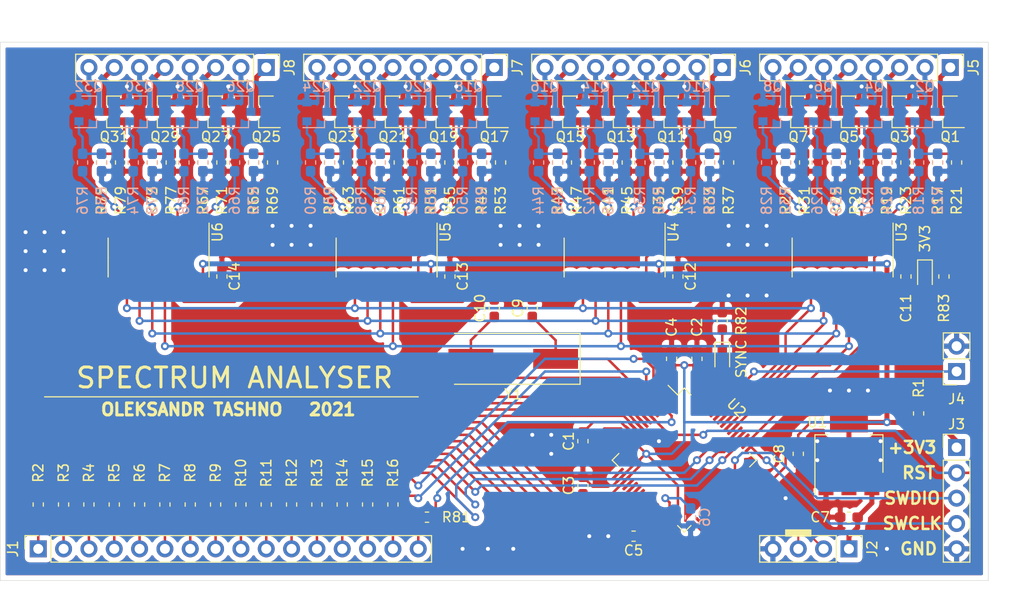
<source format=kicad_pcb>
(kicad_pcb (version 20171130) (host pcbnew "(5.1.6)-1")
  (layers (0 F.Cu signal) (31 B.Cu signal) (34 B.Paste user) (35 F.Paste user) (36 B.SilkS user) (37 F.SilkS user) (38 B.Mask user) (39 F.Mask user) (44 Edge.Cuts user))
  (net 0 "")
  (net 1 GND)
  (net 2 +3V3)
  (net 3 +5V)
  (net 4 "Net-(J1-Pad15)")
  (net 5 "Net-(J1-Pad14)")
  (net 6 "Net-(J1-Pad13)")
  (net 7 "Net-(J1-Pad12)")
  (net 8 "Net-(J1-Pad11)")
  (net 9 "Net-(J1-Pad10)")
  (net 10 "Net-(J1-Pad9)")
  (net 11 "Net-(J1-Pad8)")
  (net 12 "Net-(J1-Pad7)")
  (net 13 "Net-(J1-Pad6)")
  (net 14 "Net-(J1-Pad5)")
  (net 15 "Net-(J1-Pad4)")
  (net 16 "Net-(J1-Pad3)")
  (net 17 "Net-(J1-Pad2)")
  (net 18 "Net-(J1-Pad1)")
  (net 19 SWCLK)
  (net 20 SWDIO)
  (net 21 RST)
  (net 22 /Sheet60279AD9/COL0)
  (net 23 /Sheet60279AD9/COL1)
  (net 24 /Sheet60279AD9/COL2)
  (net 25 /Sheet60279AD9/COL3)
  (net 26 /Sheet60279AD9/COL4)
  (net 27 /Sheet60279AD9/COL5)
  (net 28 /Sheet60279AD9/COL6)
  (net 29 /Sheet60279AD9/COL7)
  (net 30 /sheet602AADF8/COL0)
  (net 31 /sheet602AADF8/COL1)
  (net 32 /sheet602AADF8/COL2)
  (net 33 /sheet602AADF8/COL3)
  (net 34 /sheet602AADF8/COL4)
  (net 35 /sheet602AADF8/COL5)
  (net 36 /sheet602AADF8/COL6)
  (net 37 /sheet602AADF8/COL7)
  (net 38 /sheet602ABB8A/COL0)
  (net 39 /sheet602ABB8A/COL1)
  (net 40 /sheet602ABB8A/COL2)
  (net 41 /sheet602ABB8A/COL3)
  (net 42 /sheet602ABB8A/COL4)
  (net 43 /sheet602ABB8A/COL5)
  (net 44 /sheet602ABB8A/COL6)
  (net 45 /sheet602ABB8A/COL7)
  (net 46 /sheet602AC499/COL0)
  (net 47 /sheet602AC499/COL1)
  (net 48 /sheet602AC499/COL2)
  (net 49 /sheet602AC499/COL3)
  (net 50 /sheet602AC499/COL4)
  (net 51 /sheet602AC499/COL5)
  (net 52 /sheet602AC499/COL6)
  (net 53 /sheet602AC499/COL7)
  (net 54 "Net-(Q1-Pad1)")
  (net 55 "Net-(Q2-Pad1)")
  (net 56 "Net-(Q3-Pad1)")
  (net 57 "Net-(Q4-Pad1)")
  (net 58 "Net-(Q5-Pad1)")
  (net 59 "Net-(Q6-Pad1)")
  (net 60 "Net-(Q7-Pad1)")
  (net 61 "Net-(Q8-Pad1)")
  (net 62 "Net-(Q9-Pad1)")
  (net 63 "Net-(Q10-Pad1)")
  (net 64 "Net-(Q11-Pad1)")
  (net 65 "Net-(Q12-Pad1)")
  (net 66 "Net-(Q13-Pad1)")
  (net 67 "Net-(Q14-Pad1)")
  (net 68 "Net-(Q15-Pad1)")
  (net 69 "Net-(Q16-Pad1)")
  (net 70 "Net-(Q17-Pad1)")
  (net 71 "Net-(Q18-Pad1)")
  (net 72 "Net-(Q19-Pad1)")
  (net 73 "Net-(Q20-Pad1)")
  (net 74 "Net-(Q21-Pad1)")
  (net 75 "Net-(Q22-Pad1)")
  (net 76 "Net-(Q23-Pad1)")
  (net 77 "Net-(Q24-Pad1)")
  (net 78 "Net-(Q25-Pad1)")
  (net 79 "Net-(Q26-Pad1)")
  (net 80 "Net-(Q27-Pad1)")
  (net 81 "Net-(Q28-Pad1)")
  (net 82 "Net-(Q29-Pad1)")
  (net 83 "Net-(Q30-Pad1)")
  (net 84 "Net-(Q31-Pad1)")
  (net 85 "Net-(Q32-Pad1)")
  (net 86 ROW0)
  (net 87 ROW1)
  (net 88 ROW2)
  (net 89 ROW3)
  (net 90 ROW4)
  (net 91 ROW5)
  (net 92 ROW6)
  (net 93 ROW7)
  (net 94 ROW8)
  (net 95 ROW9)
  (net 96 ROW10)
  (net 97 ROW11)
  (net 98 ROW12)
  (net 99 ROW13)
  (net 100 ROW14)
  (net 101 /Sheet60279AD9/Q0)
  (net 102 /Sheet60279AD9/Q1)
  (net 103 /Sheet60279AD9/Q2)
  (net 104 /Sheet60279AD9/Q3)
  (net 105 /Sheet60279AD9/Q4)
  (net 106 /Sheet60279AD9/Q5)
  (net 107 /Sheet60279AD9/Q6)
  (net 108 /Sheet60279AD9/Q7)
  (net 109 /sheet602AADF8/Q0)
  (net 110 /sheet602AADF8/Q1)
  (net 111 /sheet602AADF8/Q2)
  (net 112 /sheet602AADF8/Q3)
  (net 113 /sheet602AADF8/Q4)
  (net 114 /sheet602AADF8/Q5)
  (net 115 /sheet602AADF8/Q6)
  (net 116 /sheet602AADF8/Q7)
  (net 117 /sheet602ABB8A/Q0)
  (net 118 /sheet602ABB8A/Q1)
  (net 119 /sheet602ABB8A/Q2)
  (net 120 /sheet602ABB8A/Q3)
  (net 121 /sheet602ABB8A/Q4)
  (net 122 /sheet602ABB8A/Q5)
  (net 123 /sheet602ABB8A/Q6)
  (net 124 /sheet602ABB8A/Q7)
  (net 125 /sheet602AC499/Q0)
  (net 126 /sheet602AC499/Q1)
  (net 127 /sheet602AC499/Q2)
  (net 128 /sheet602AC499/Q3)
  (net 129 /sheet602AC499/Q4)
  (net 130 /sheet602AC499/Q5)
  (net 131 /sheet602AC499/Q6)
  (net 132 /sheet602AC499/Q7)
  (net 133 "Net-(U2-Pad61)")
  (net 134 SPDIFRX)
  (net 135 "Net-(U2-Pad58)")
  (net 136 "Net-(U2-Pad43)")
  (net 137 "Net-(U2-Pad42)")
  (net 138 "Net-(U2-Pad41)")
  (net 139 "Net-(U2-Pad36)")
  (net 140 "Net-(U2-Pad35)")
  (net 141 "Net-(U2-Pad34)")
  (net 142 "Net-(U2-Pad33)")
  (net 143 "Net-(C6-Pad2)")
  (net 144 "Net-(U2-Pad29)")
  (net 145 "Net-(U2-Pad28)")
  (net 146 "Net-(U2-Pad27)")
  (net 147 "Net-(U2-Pad17)")
  (net 148 "Net-(U2-Pad16)")
  (net 149 "Net-(U2-Pad15)")
  (net 150 "Net-(U2-Pad14)")
  (net 151 SIN)
  (net 152 OE)
  (net 153 STORE)
  (net 154 SHCLK)
  (net 155 SHRST)
  (net 156 /sheet602AADF8/SIN)
  (net 157 /sheet602ABB8A/SIN)
  (net 158 /sheet602AC499/SIN)
  (net 159 /sheet602AC499/SOUT)
  (net 160 USB_D-)
  (net 161 USB_D+)
  (net 162 "Net-(U2-Pad26)")
  (net 163 "Net-(U2-Pad23)")
  (net 164 "Net-(U2-Pad22)")
  (net 165 "Net-(U2-Pad21)")
  (net 166 "Net-(U2-Pad20)")
  (net 167 "Net-(C9-Pad1)")
  (net 168 "Net-(C10-Pad1)")
  (net 169 "Net-(J1-Pad16)")
  (net 170 ROW15)
  (net 171 LED)
  (net 172 "Net-(D1-Pad1)")
  (net 173 "Net-(D2-Pad1)")
  (module Resistor_SMD:R_0603_1608Metric_Pad1.05x0.95mm_HandSolder (layer F.Cu) (at 158.115 86.995 270)
    (fp_text reference R83 (at 3.175 0 90) (layer F.SilkS))
    (fp_text value 10K)
    (pad 2 smd roundrect (at 0.875 0 270) (size 1.05 0.95) (layers F.Cu F.Paste F.Mask) (net 1 GND))
    (pad 1 smd roundrect (at -0.875 0 270) (size 1.05 0.95) (layers F.Cu F.Paste F.Mask) (net 173 "Net-(D2-Pad1)"))
  )
  (module LED_SMD:LED_0603_1608Metric_Pad1.05x0.95mm_HandSolder (layer F.Cu) (at 156.21 86.995 270)
    (fp_text reference 3V3 (at -3.81 0 90) (layer F.SilkS))
    (fp_text value LED)
    (pad 2 smd roundrect (at 0.875 0 270) (size 1.05 0.95) (layers F.Cu F.Paste F.Mask) (net 2 +3V3))
    (pad 1 smd roundrect (at -0.875 0 270) (size 1.05 0.95) (layers F.Cu F.Paste F.Mask) (net 173 "Net-(D2-Pad1)"))
  )
  (module Resistor_SMD:R_0603_1608Metric_Pad1.05x0.95mm_HandSolder (layer F.Cu) (at 135.89 91.44 90)
    (fp_text reference R82 (at 0 1.905 90) (layer F.SilkS))
    (fp_text value 10K)
    (pad 2 smd roundrect (at 0.875 0 90) (size 1.05 0.95) (layers F.Cu F.Paste F.Mask) (net 1 GND))
    (pad 1 smd roundrect (at -0.875 0 90) (size 1.05 0.95) (layers F.Cu F.Paste F.Mask) (net 172 "Net-(D1-Pad1)"))
  )
  (module LED_SMD:LED_0603_1608Metric_Pad1.05x0.95mm_HandSolder (layer F.Cu) (at 135.89 95.25 270)
    (fp_text reference SYNC (at 0 -1.905 90) (layer F.SilkS))
    (fp_text value LED)
    (pad 2 smd roundrect (at 0.875 0 270) (size 1.05 0.95) (layers F.Cu F.Paste F.Mask) (net 171 LED))
    (pad 1 smd roundrect (at -0.875 0 270) (size 1.05 0.95) (layers F.Cu F.Paste F.Mask) (net 172 "Net-(D1-Pad1)"))
  )
  (module Resistor_SMD:R_0603_1608Metric_Pad1.05x0.95mm_HandSolder (layer F.Cu) (at 106.285 111.125 180)
    (fp_text reference R81 (at -2.935 0 180) (layer F.SilkS))
    (fp_text value 62)
    (pad 2 smd roundrect (at 0.875 0 180) (size 1.05 0.95) (layers F.Cu F.Paste F.Mask) (net 169 "Net-(J1-Pad16)"))
    (pad 1 smd roundrect (at -0.875 0 180) (size 1.05 0.95) (layers F.Cu F.Paste F.Mask) (net 170 ROW15))
  )
  (module Connector_PinSocket_2.54mm:PinSocket_1x16_P2.54mm_Vertical (layer F.Cu) (at 67.31 114.3 90)
    (fp_text reference J1 (at 0 -2.54 90) (layer F.SilkS))
    (fp_text value Conn_01x16_Male)
    (pad 16 thru_hole oval (at 0 38.1 90) (size 1.7 1.7) (drill 1) (layers *.Cu *.Mask) (net 169 "Net-(J1-Pad16)"))
    (pad 15 thru_hole oval (at 0 35.56 90) (size 1.7 1.7) (drill 1) (layers *.Cu *.Mask) (net 4 "Net-(J1-Pad15)"))
    (pad 14 thru_hole oval (at 0 33.02 90) (size 1.7 1.7) (drill 1) (layers *.Cu *.Mask) (net 5 "Net-(J1-Pad14)"))
    (pad 13 thru_hole oval (at 0 30.48 90) (size 1.7 1.7) (drill 1) (layers *.Cu *.Mask) (net 6 "Net-(J1-Pad13)"))
    (pad 12 thru_hole oval (at 0 27.94 90) (size 1.7 1.7) (drill 1) (layers *.Cu *.Mask) (net 7 "Net-(J1-Pad12)"))
    (pad 11 thru_hole oval (at 0 25.4 90) (size 1.7 1.7) (drill 1) (layers *.Cu *.Mask) (net 8 "Net-(J1-Pad11)"))
    (pad 10 thru_hole oval (at 0 22.86 90) (size 1.7 1.7) (drill 1) (layers *.Cu *.Mask) (net 9 "Net-(J1-Pad10)"))
    (pad 9 thru_hole oval (at 0 20.32 90) (size 1.7 1.7) (drill 1) (layers *.Cu *.Mask) (net 10 "Net-(J1-Pad9)"))
    (pad 8 thru_hole oval (at 0 17.78 90) (size 1.7 1.7) (drill 1) (layers *.Cu *.Mask) (net 11 "Net-(J1-Pad8)"))
    (pad 7 thru_hole oval (at 0 15.24 90) (size 1.7 1.7) (drill 1) (layers *.Cu *.Mask) (net 12 "Net-(J1-Pad7)"))
    (pad 6 thru_hole oval (at 0 12.7 90) (size 1.7 1.7) (drill 1) (layers *.Cu *.Mask) (net 13 "Net-(J1-Pad6)"))
    (pad 5 thru_hole oval (at 0 10.16 90) (size 1.7 1.7) (drill 1) (layers *.Cu *.Mask) (net 14 "Net-(J1-Pad5)"))
    (pad 4 thru_hole oval (at 0 7.62 90) (size 1.7 1.7) (drill 1) (layers *.Cu *.Mask) (net 15 "Net-(J1-Pad4)"))
    (pad 3 thru_hole oval (at 0 5.08 90) (size 1.7 1.7) (drill 1) (layers *.Cu *.Mask) (net 16 "Net-(J1-Pad3)"))
    (pad 2 thru_hole oval (at 0 2.54 90) (size 1.7 1.7) (drill 1) (layers *.Cu *.Mask) (net 17 "Net-(J1-Pad2)"))
    (pad 1 thru_hole rect (at 0 0 90) (size 1.7 1.7) (drill 1) (layers *.Cu *.Mask) (net 18 "Net-(J1-Pad1)"))
  )
  (module Capacitor_SMD:C_0603_1608Metric_Pad1.05x0.95mm_HandSolder (layer F.Cu) (at 148.59 111.125 180)
    (fp_text reference C7 (at 2.89 0) (layer F.SilkS))
    (fp_text value 100nF)
    (pad 2 smd roundrect (at 0.875 0 180) (size 1.05 0.95) (layers F.Cu F.Paste F.Mask) (net 1 GND))
    (pad 1 smd roundrect (at -0.875 0 180) (size 1.05 0.95) (layers F.Cu F.Paste F.Mask) (net 3 +5V))
  )
  (module Capacitor_SMD:C_0603_1608Metric_Pad1.05x0.95mm_HandSolder (layer B.Cu) (at 132.715 111.125 90)
    (fp_text reference C6 (at 0 1.43 90) (layer B.SilkS) (effects (justify mirror)))
    (fp_text value 2.2uF)
    (pad 2 smd roundrect (at 0.875 0 90) (size 1.05 0.95) (layers B.Cu B.Paste B.Mask) (net 143 "Net-(C6-Pad2)"))
    (pad 1 smd roundrect (at -0.875 0 90) (size 1.05 0.95) (layers B.Cu B.Paste B.Mask) (net 1 GND))
  )
  (module Crystal:Crystal_SMD_HC49-SD (layer F.Cu) (at 114.935 95.25 180)
    (fp_text reference Y1 (at 0 -3.55) (layer F.SilkS))
    (fp_text value Crystal)
    (pad 2 smd rect (at 4.25 0 180) (size 4.5 2) (layers F.Cu F.Paste F.Mask) (net 168 "Net-(C10-Pad1)"))
    (pad 1 smd rect (at -4.25 0 180) (size 4.5 2) (layers F.Cu F.Paste F.Mask) (net 167 "Net-(C9-Pad1)"))
  )
  (module Connector_PinSocket_2.54mm:PinSocket_1x02_P2.54mm_Vertical (layer F.Cu) (at 159.385 96.52 180)
    (fp_text reference J4 (at 0 -2.77) (layer F.SilkS))
    (fp_text value Conn_01x02_Male)
    (pad 2 thru_hole oval (at 0 2.54 180) (size 1.7 1.7) (drill 1) (layers *.Cu *.Mask) (net 1 GND))
    (pad 1 thru_hole rect (at 0 0 180) (size 1.7 1.7) (drill 1) (layers *.Cu *.Mask) (net 134 SPDIFRX))
  )
  (module Package_QFP:LQFP-64_10x10mm_P0.5mm (layer F.Cu) (at 132.08 105.41 315)
    (fp_text reference U2 (at 0 -7.4 135) (layer F.SilkS))
    (fp_text value STM32F446RCTx)
    (pad 64 smd roundrect (at -3.75 -5.675 315) (size 0.3 1.55) (layers F.Cu F.Paste F.Mask) (net 2 +3V3))
    (pad 63 smd roundrect (at -3.25 -5.675 315) (size 0.3 1.55) (layers F.Cu F.Paste F.Mask) (net 1 GND))
    (pad 62 smd roundrect (at -2.75 -5.675 315) (size 0.3 1.55) (layers F.Cu F.Paste F.Mask) (net 171 LED))
    (pad 61 smd roundrect (at -2.25 -5.675 315) (size 0.3 1.55) (layers F.Cu F.Paste F.Mask) (net 133 "Net-(U2-Pad61)"))
    (pad 60 smd roundrect (at -1.75 -5.675 315) (size 0.3 1.55) (layers F.Cu F.Paste F.Mask) (net 1 GND))
    (pad 59 smd roundrect (at -1.25 -5.675 315) (size 0.3 1.55) (layers F.Cu F.Paste F.Mask) (net 134 SPDIFRX))
    (pad 58 smd roundrect (at -0.75 -5.675 315) (size 0.3 1.55) (layers F.Cu F.Paste F.Mask) (net 135 "Net-(U2-Pad58)"))
    (pad 57 smd roundrect (at -0.25 -5.675 315) (size 0.3 1.55) (layers F.Cu F.Paste F.Mask) (net 155 SHRST))
    (pad 56 smd roundrect (at 0.25 -5.675 315) (size 0.3 1.55) (layers F.Cu F.Paste F.Mask) (net 154 SHCLK))
    (pad 55 smd roundrect (at 0.75 -5.675 315) (size 0.3 1.55) (layers F.Cu F.Paste F.Mask) (net 153 STORE))
    (pad 54 smd roundrect (at 1.25 -5.675 315) (size 0.3 1.55) (layers F.Cu F.Paste F.Mask) (net 152 OE))
    (pad 53 smd roundrect (at 1.75 -5.675 315) (size 0.3 1.55) (layers F.Cu F.Paste F.Mask) (net 98 ROW12))
    (pad 52 smd roundrect (at 2.25 -5.675 315) (size 0.3 1.55) (layers F.Cu F.Paste F.Mask) (net 97 ROW11))
    (pad 51 smd roundrect (at 2.75 -5.675 315) (size 0.3 1.55) (layers F.Cu F.Paste F.Mask) (net 96 ROW10))
    (pad 50 smd roundrect (at 3.25 -5.675 315) (size 0.3 1.55) (layers F.Cu F.Paste F.Mask) (net 151 SIN))
    (pad 49 smd roundrect (at 3.75 -5.675 315) (size 0.3 1.55) (layers F.Cu F.Paste F.Mask) (net 19 SWCLK))
    (pad 48 smd roundrect (at 5.675 -3.75 315) (size 1.55 0.3) (layers F.Cu F.Paste F.Mask) (net 2 +3V3))
    (pad 47 smd roundrect (at 5.675 -3.25 315) (size 1.55 0.3) (layers F.Cu F.Paste F.Mask) (net 1 GND))
    (pad 46 smd roundrect (at 5.675 -2.75 315) (size 1.55 0.3) (layers F.Cu F.Paste F.Mask) (net 20 SWDIO))
    (pad 45 smd roundrect (at 5.675 -2.25 315) (size 1.55 0.3) (layers F.Cu F.Paste F.Mask) (net 161 USB_D+))
    (pad 44 smd roundrect (at 5.675 -1.75 315) (size 1.55 0.3) (layers F.Cu F.Paste F.Mask) (net 160 USB_D-))
    (pad 43 smd roundrect (at 5.675 -1.25 315) (size 1.55 0.3) (layers F.Cu F.Paste F.Mask) (net 136 "Net-(U2-Pad43)"))
    (pad 42 smd roundrect (at 5.675 -0.75 315) (size 1.55 0.3) (layers F.Cu F.Paste F.Mask) (net 137 "Net-(U2-Pad42)"))
    (pad 41 smd roundrect (at 5.675 -0.25 315) (size 1.55 0.3) (layers F.Cu F.Paste F.Mask) (net 138 "Net-(U2-Pad41)"))
    (pad 40 smd roundrect (at 5.675 0.25 315) (size 1.55 0.3) (layers F.Cu F.Paste F.Mask) (net 95 ROW9))
    (pad 39 smd roundrect (at 5.675 0.75 315) (size 1.55 0.3) (layers F.Cu F.Paste F.Mask) (net 94 ROW8))
    (pad 38 smd roundrect (at 5.675 1.25 315) (size 1.55 0.3) (layers F.Cu F.Paste F.Mask) (net 93 ROW7))
    (pad 37 smd roundrect (at 5.675 1.75 315) (size 1.55 0.3) (layers F.Cu F.Paste F.Mask) (net 92 ROW6))
    (pad 36 smd roundrect (at 5.675 2.25 315) (size 1.55 0.3) (layers F.Cu F.Paste F.Mask) (net 139 "Net-(U2-Pad36)"))
    (pad 35 smd roundrect (at 5.675 2.75 315) (size 1.55 0.3) (layers F.Cu F.Paste F.Mask) (net 140 "Net-(U2-Pad35)"))
    (pad 34 smd roundrect (at 5.675 3.25 315) (size 1.55 0.3) (layers F.Cu F.Paste F.Mask) (net 141 "Net-(U2-Pad34)"))
    (pad 33 smd roundrect (at 5.675 3.75 315) (size 1.55 0.3) (layers F.Cu F.Paste F.Mask) (net 142 "Net-(U2-Pad33)"))
    (pad 32 smd roundrect (at 3.75 5.675 315) (size 0.3 1.55) (layers F.Cu F.Paste F.Mask) (net 2 +3V3))
    (pad 31 smd roundrect (at 3.25 5.675 315) (size 0.3 1.55) (layers F.Cu F.Paste F.Mask) (net 1 GND))
    (pad 30 smd roundrect (at 2.75 5.675 315) (size 0.3 1.55) (layers F.Cu F.Paste F.Mask) (net 143 "Net-(C6-Pad2)"))
    (pad 29 smd roundrect (at 2.25 5.675 315) (size 0.3 1.55) (layers F.Cu F.Paste F.Mask) (net 144 "Net-(U2-Pad29)"))
    (pad 28 smd roundrect (at 1.75 5.675 315) (size 0.3 1.55) (layers F.Cu F.Paste F.Mask) (net 145 "Net-(U2-Pad28)"))
    (pad 27 smd roundrect (at 1.25 5.675 315) (size 0.3 1.55) (layers F.Cu F.Paste F.Mask) (net 146 "Net-(U2-Pad27)"))
    (pad 26 smd roundrect (at 0.75 5.675 315) (size 0.3 1.55) (layers F.Cu F.Paste F.Mask) (net 162 "Net-(U2-Pad26)"))
    (pad 25 smd roundrect (at 0.25 5.675 315) (size 0.3 1.55) (layers F.Cu F.Paste F.Mask) (net 91 ROW5))
    (pad 24 smd roundrect (at -0.25 5.675 315) (size 0.3 1.55) (layers F.Cu F.Paste F.Mask) (net 90 ROW4))
    (pad 23 smd roundrect (at -0.75 5.675 315) (size 0.3 1.55) (layers F.Cu F.Paste F.Mask) (net 163 "Net-(U2-Pad23)"))
    (pad 22 smd roundrect (at -1.25 5.675 315) (size 0.3 1.55) (layers F.Cu F.Paste F.Mask) (net 164 "Net-(U2-Pad22)"))
    (pad 21 smd roundrect (at -1.75 5.675 315) (size 0.3 1.55) (layers F.Cu F.Paste F.Mask) (net 165 "Net-(U2-Pad21)"))
    (pad 20 smd roundrect (at -2.25 5.675 315) (size 0.3 1.55) (layers F.Cu F.Paste F.Mask) (net 166 "Net-(U2-Pad20)"))
    (pad 19 smd roundrect (at -2.75 5.675 315) (size 0.3 1.55) (layers F.Cu F.Paste F.Mask) (net 2 +3V3))
    (pad 18 smd roundrect (at -3.25 5.675 315) (size 0.3 1.55) (layers F.Cu F.Paste F.Mask) (net 1 GND))
    (pad 17 smd roundrect (at -3.75 5.675 315) (size 0.3 1.55) (layers F.Cu F.Paste F.Mask) (net 147 "Net-(U2-Pad17)"))
    (pad 16 smd roundrect (at -5.675 3.75 315) (size 1.55 0.3) (layers F.Cu F.Paste F.Mask) (net 148 "Net-(U2-Pad16)"))
    (pad 15 smd roundrect (at -5.675 3.25 315) (size 1.55 0.3) (layers F.Cu F.Paste F.Mask) (net 149 "Net-(U2-Pad15)"))
    (pad 14 smd roundrect (at -5.675 2.75 315) (size 1.55 0.3) (layers F.Cu F.Paste F.Mask) (net 150 "Net-(U2-Pad14)"))
    (pad 13 smd roundrect (at -5.675 2.25 315) (size 1.55 0.3) (layers F.Cu F.Paste F.Mask) (net 2 +3V3))
    (pad 12 smd roundrect (at -5.675 1.75 315) (size 1.55 0.3) (layers F.Cu F.Paste F.Mask) (net 1 GND))
    (pad 11 smd roundrect (at -5.675 1.25 315) (size 1.55 0.3) (layers F.Cu F.Paste F.Mask) (net 89 ROW3))
    (pad 10 smd roundrect (at -5.675 0.75 315) (size 1.55 0.3) (layers F.Cu F.Paste F.Mask) (net 88 ROW2))
    (pad 9 smd roundrect (at -5.675 0.25 315) (size 1.55 0.3) (layers F.Cu F.Paste F.Mask) (net 87 ROW1))
    (pad 8 smd roundrect (at -5.675 -0.25 315) (size 1.55 0.3) (layers F.Cu F.Paste F.Mask) (net 86 ROW0))
    (pad 7 smd roundrect (at -5.675 -0.75 315) (size 1.55 0.3) (layers F.Cu F.Paste F.Mask) (net 21 RST))
    (pad 6 smd roundrect (at -5.675 -1.25 315) (size 1.55 0.3) (layers F.Cu F.Paste F.Mask) (net 168 "Net-(C10-Pad1)"))
    (pad 5 smd roundrect (at -5.675 -1.75 315) (size 1.55 0.3) (layers F.Cu F.Paste F.Mask) (net 167 "Net-(C9-Pad1)"))
    (pad 4 smd roundrect (at -5.675 -2.25 315) (size 1.55 0.3) (layers F.Cu F.Paste F.Mask) (net 170 ROW15))
    (pad 3 smd roundrect (at -5.675 -2.75 315) (size 1.55 0.3) (layers F.Cu F.Paste F.Mask) (net 100 ROW14))
    (pad 2 smd roundrect (at -5.675 -3.25 315) (size 1.55 0.3) (layers F.Cu F.Paste F.Mask) (net 99 ROW13))
    (pad 1 smd roundrect (at -5.675 -3.75 315) (size 1.55 0.3) (layers F.Cu F.Paste F.Mask) (net 2 +3V3))
  )
  (module Resistor_SMD:R_0603_1608Metric_Pad1.05x0.95mm_HandSolder (layer F.Cu) (at 95.25 109.855001 270)
    (fp_text reference R13 (at -3.175001 0 90) (layer F.SilkS))
    (fp_text value 62)
    (pad 1 smd roundrect (at -0.875 0 270) (size 1.05 0.95) (layers F.Cu F.Paste F.Mask) (net 97 ROW11))
    (pad 2 smd roundrect (at 0.875 0 270) (size 1.05 0.95) (layers F.Cu F.Paste F.Mask) (net 7 "Net-(J1-Pad12)"))
  )
  (module Resistor_SMD:R_0603_1608Metric_Pad1.05x0.95mm_HandSolder (layer F.Cu) (at 102.87 109.855 270)
    (fp_text reference R16 (at -3.175 0 90) (layer F.SilkS))
    (fp_text value 62)
    (pad 1 smd roundrect (at -0.875 0 270) (size 1.05 0.95) (layers F.Cu F.Paste F.Mask) (net 100 ROW14))
    (pad 2 smd roundrect (at 0.875 0 270) (size 1.05 0.95) (layers F.Cu F.Paste F.Mask) (net 4 "Net-(J1-Pad15)"))
  )
  (module Resistor_SMD:R_0603_1608Metric_Pad1.05x0.95mm_HandSolder (layer F.Cu) (at 100.33 109.855 270)
    (fp_text reference R15 (at -3.175 0 90) (layer F.SilkS))
    (fp_text value 62)
    (pad 1 smd roundrect (at -0.875 0 270) (size 1.05 0.95) (layers F.Cu F.Paste F.Mask) (net 99 ROW13))
    (pad 2 smd roundrect (at 0.875 0 270) (size 1.05 0.95) (layers F.Cu F.Paste F.Mask) (net 5 "Net-(J1-Pad14)"))
  )
  (module Resistor_SMD:R_0603_1608Metric_Pad1.05x0.95mm_HandSolder (layer F.Cu) (at 97.79 109.855001 270)
    (fp_text reference R14 (at -3.175001 0 90) (layer F.SilkS))
    (fp_text value 62)
    (pad 1 smd roundrect (at -0.875 0 270) (size 1.05 0.95) (layers F.Cu F.Paste F.Mask) (net 98 ROW12))
    (pad 2 smd roundrect (at 0.875 0 270) (size 1.05 0.95) (layers F.Cu F.Paste F.Mask) (net 6 "Net-(J1-Pad13)"))
  )
  (module Resistor_SMD:R_0603_1608Metric_Pad1.05x0.95mm_HandSolder (layer F.Cu) (at 92.71 109.855001 270)
    (fp_text reference R12 (at -3.175001 0 90) (layer F.SilkS))
    (fp_text value 62)
    (pad 1 smd roundrect (at -0.875 0 270) (size 1.05 0.95) (layers F.Cu F.Paste F.Mask) (net 96 ROW10))
    (pad 2 smd roundrect (at 0.875 0 270) (size 1.05 0.95) (layers F.Cu F.Paste F.Mask) (net 8 "Net-(J1-Pad11)"))
  )
  (module Resistor_SMD:R_0603_1608Metric_Pad1.05x0.95mm_HandSolder (layer F.Cu) (at 90.17 109.855 270)
    (fp_text reference R11 (at -3.175 0 90) (layer F.SilkS))
    (fp_text value 62)
    (pad 1 smd roundrect (at -0.875 0 270) (size 1.05 0.95) (layers F.Cu F.Paste F.Mask) (net 95 ROW9))
    (pad 2 smd roundrect (at 0.875 0 270) (size 1.05 0.95) (layers F.Cu F.Paste F.Mask) (net 9 "Net-(J1-Pad10)"))
  )
  (module Resistor_SMD:R_0603_1608Metric_Pad1.05x0.95mm_HandSolder (layer F.Cu) (at 85.09 109.855001 270)
    (fp_text reference R9 (at -3.175001 0 90) (layer F.SilkS))
    (fp_text value 62)
    (pad 1 smd roundrect (at -0.875 0 270) (size 1.05 0.95) (layers F.Cu F.Paste F.Mask) (net 93 ROW7))
    (pad 2 smd roundrect (at 0.875 0 270) (size 1.05 0.95) (layers F.Cu F.Paste F.Mask) (net 11 "Net-(J1-Pad8)"))
  )
  (module Resistor_SMD:R_0603_1608Metric_Pad1.05x0.95mm_HandSolder (layer F.Cu) (at 77.47 109.855 270)
    (fp_text reference R6 (at -3.175 0 90) (layer F.SilkS))
    (fp_text value 62)
    (pad 1 smd roundrect (at -0.875 0 270) (size 1.05 0.95) (layers F.Cu F.Paste F.Mask) (net 90 ROW4))
    (pad 2 smd roundrect (at 0.875 0 270) (size 1.05 0.95) (layers F.Cu F.Paste F.Mask) (net 14 "Net-(J1-Pad5)"))
  )
  (module Resistor_SMD:R_0603_1608Metric_Pad1.05x0.95mm_HandSolder (layer F.Cu) (at 72.39 109.855001 270)
    (fp_text reference R4 (at -3.175001 0 90) (layer F.SilkS))
    (fp_text value 62)
    (pad 1 smd roundrect (at -0.875 0 270) (size 1.05 0.95) (layers F.Cu F.Paste F.Mask) (net 88 ROW2))
    (pad 2 smd roundrect (at 0.875 0 270) (size 1.05 0.95) (layers F.Cu F.Paste F.Mask) (net 16 "Net-(J1-Pad3)"))
  )
  (module Resistor_SMD:R_0603_1608Metric_Pad1.05x0.95mm_HandSolder (layer F.Cu) (at 67.31 109.855 270)
    (fp_text reference R2 (at -3.175 0 90) (layer F.SilkS))
    (fp_text value 62)
    (pad 2 smd roundrect (at 0.875 0 270) (size 1.05 0.95) (layers F.Cu F.Paste F.Mask) (net 18 "Net-(J1-Pad1)"))
    (pad 1 smd roundrect (at -0.875 0 270) (size 1.05 0.95) (layers F.Cu F.Paste F.Mask) (net 86 ROW0))
  )
  (module Resistor_SMD:R_0603_1608Metric_Pad1.05x0.95mm_HandSolder (layer F.Cu) (at 80.01 109.855 270)
    (fp_text reference R7 (at -3.175 0 90) (layer F.SilkS))
    (fp_text value 62)
    (pad 1 smd roundrect (at -0.875 0 270) (size 1.05 0.95) (layers F.Cu F.Paste F.Mask) (net 91 ROW5))
    (pad 2 smd roundrect (at 0.875 0 270) (size 1.05 0.95) (layers F.Cu F.Paste F.Mask) (net 13 "Net-(J1-Pad6)"))
  )
  (module Resistor_SMD:R_0603_1608Metric_Pad1.05x0.95mm_HandSolder (layer F.Cu) (at 82.55 109.855001 270)
    (fp_text reference R8 (at -3.175001 0 90) (layer F.SilkS))
    (fp_text value 62)
    (pad 1 smd roundrect (at -0.875 0 270) (size 1.05 0.95) (layers F.Cu F.Paste F.Mask) (net 92 ROW6))
    (pad 2 smd roundrect (at 0.875 0 270) (size 1.05 0.95) (layers F.Cu F.Paste F.Mask) (net 12 "Net-(J1-Pad7)"))
  )
  (module Resistor_SMD:R_0603_1608Metric_Pad1.05x0.95mm_HandSolder (layer F.Cu) (at 87.629999 109.855001 270)
    (fp_text reference R10 (at -3.175001 -0.000001 90) (layer F.SilkS))
    (fp_text value 62)
    (pad 1 smd roundrect (at -0.875 0 270) (size 1.05 0.95) (layers F.Cu F.Paste F.Mask) (net 94 ROW8))
    (pad 2 smd roundrect (at 0.875 0 270) (size 1.05 0.95) (layers F.Cu F.Paste F.Mask) (net 10 "Net-(J1-Pad9)"))
  )
  (module Resistor_SMD:R_0603_1608Metric_Pad1.05x0.95mm_HandSolder (layer F.Cu) (at 74.93 109.855001 270)
    (fp_text reference R5 (at -3.175001 0 90) (layer F.SilkS))
    (fp_text value 62)
    (pad 1 smd roundrect (at -0.875 0 270) (size 1.05 0.95) (layers F.Cu F.Paste F.Mask) (net 89 ROW3))
    (pad 2 smd roundrect (at 0.875 0 270) (size 1.05 0.95) (layers F.Cu F.Paste F.Mask) (net 15 "Net-(J1-Pad4)"))
  )
  (module Resistor_SMD:R_0603_1608Metric_Pad1.05x0.95mm_HandSolder (layer F.Cu) (at 69.85 109.855001 270)
    (fp_text reference R3 (at -3.175001 0 90) (layer F.SilkS))
    (fp_text value 62)
    (pad 1 smd roundrect (at -0.875 0 270) (size 1.05 0.95) (layers F.Cu F.Paste F.Mask) (net 87 ROW1))
    (pad 2 smd roundrect (at 0.875 0 270) (size 1.05 0.95) (layers F.Cu F.Paste F.Mask) (net 17 "Net-(J1-Pad2)"))
  )
  (module Resistor_SMD:R_0603_1608Metric_Pad1.05x0.95mm_HandSolder (layer F.Cu) (at 73.66 75.565 90)
    (fp_text reference R75 (at -3.81 0 90) (layer F.SilkS))
    (fp_text value 1k)
    (pad 1 smd roundrect (at -0.875 0 90) (size 1.05 0.95) (layers F.Cu F.Paste F.Mask) (net 131 /sheet602AC499/Q6))
    (pad 2 smd roundrect (at 0.875 0 90) (size 1.05 0.95) (layers F.Cu F.Paste F.Mask) (net 84 "Net-(Q31-Pad1)"))
  )
  (module Resistor_SMD:R_0603_1608Metric_Pad1.05x0.95mm_HandSolder (layer B.Cu) (at 76.835 75.565 90)
    (fp_text reference R74 (at -3.81 0 270) (layer B.SilkS) (effects (justify mirror)))
    (fp_text value 1k)
    (pad 1 smd roundrect (at -0.875 0 90) (size 1.05 0.95) (layers B.Cu B.Paste B.Mask) (net 130 /sheet602AC499/Q5))
    (pad 2 smd roundrect (at 0.875 0 90) (size 1.05 0.95) (layers B.Cu B.Paste B.Mask) (net 83 "Net-(Q30-Pad1)"))
  )
  (module Resistor_SMD:R_0603_1608Metric_Pad1.05x0.95mm_HandSolder (layer B.Cu) (at 73.66 75.565 270)
    (fp_text reference R80 (at 3.81 0 270) (layer B.SilkS) (effects (justify mirror)))
    (fp_text value 27k)
    (pad 1 smd roundrect (at -0.875 0 270) (size 1.05 0.95) (layers B.Cu B.Paste B.Mask) (net 85 "Net-(Q32-Pad1)"))
    (pad 2 smd roundrect (at 0.875 0 270) (size 1.05 0.95) (layers B.Cu B.Paste B.Mask) (net 1 GND))
  )
  (module Resistor_SMD:R_0603_1608Metric_Pad1.05x0.95mm_HandSolder (layer F.Cu) (at 75.565 75.565 270)
    (fp_text reference R79 (at 3.81 0 90) (layer F.SilkS))
    (fp_text value 27k)
    (pad 1 smd roundrect (at -0.875 0 270) (size 1.05 0.95) (layers F.Cu F.Paste F.Mask) (net 84 "Net-(Q31-Pad1)"))
    (pad 2 smd roundrect (at 0.875 0 270) (size 1.05 0.95) (layers F.Cu F.Paste F.Mask) (net 1 GND))
  )
  (module Resistor_SMD:R_0603_1608Metric_Pad1.05x0.95mm_HandSolder (layer F.Cu) (at 80.645 75.565 270)
    (fp_text reference R77 (at 3.81 0 90) (layer F.SilkS))
    (fp_text value 27k)
    (pad 1 smd roundrect (at -0.875 0 270) (size 1.05 0.95) (layers F.Cu F.Paste F.Mask) (net 82 "Net-(Q29-Pad1)"))
    (pad 2 smd roundrect (at 0.875 0 270) (size 1.05 0.95) (layers F.Cu F.Paste F.Mask) (net 1 GND))
  )
  (module Resistor_SMD:R_0603_1608Metric_Pad1.05x0.95mm_HandSolder (layer B.Cu) (at 78.74 75.565 270)
    (fp_text reference R78 (at 3.81 0 270) (layer B.SilkS) (effects (justify mirror)))
    (fp_text value 27k)
    (pad 1 smd roundrect (at -0.875 0 270) (size 1.05 0.95) (layers B.Cu B.Paste B.Mask) (net 83 "Net-(Q30-Pad1)"))
    (pad 2 smd roundrect (at 0.875 0 270) (size 1.05 0.95) (layers B.Cu B.Paste B.Mask) (net 1 GND))
  )
  (module Resistor_SMD:R_0603_1608Metric_Pad1.05x0.95mm_HandSolder (layer B.Cu) (at 83.82 75.565 270)
    (fp_text reference R72 (at 3.81 0 90) (layer B.SilkS) (effects (justify mirror)))
    (fp_text value 27k)
    (pad 1 smd roundrect (at -0.875 0 270) (size 1.05 0.95) (layers B.Cu B.Paste B.Mask) (net 81 "Net-(Q28-Pad1)"))
    (pad 2 smd roundrect (at 0.875 0 270) (size 1.05 0.95) (layers B.Cu B.Paste B.Mask) (net 1 GND))
  )
  (module Resistor_SMD:R_0603_1608Metric_Pad1.05x0.95mm_HandSolder (layer B.Cu) (at 71.755 75.565 90)
    (fp_text reference R76 (at -3.81 0 270) (layer B.SilkS) (effects (justify mirror)))
    (fp_text value 1k)
    (pad 1 smd roundrect (at -0.875 0 90) (size 1.05 0.95) (layers B.Cu B.Paste B.Mask) (net 132 /sheet602AC499/Q7))
    (pad 2 smd roundrect (at 0.875 0 90) (size 1.05 0.95) (layers B.Cu B.Paste B.Mask) (net 85 "Net-(Q32-Pad1)"))
  )
  (module Resistor_SMD:R_0603_1608Metric_Pad1.05x0.95mm_HandSolder (layer F.Cu) (at 78.74 75.565 90)
    (fp_text reference R73 (at -3.81 0 90) (layer F.SilkS))
    (fp_text value 1k)
    (pad 1 smd roundrect (at -0.875 0 90) (size 1.05 0.95) (layers F.Cu F.Paste F.Mask) (net 129 /sheet602AC499/Q4))
    (pad 2 smd roundrect (at 0.875 0 90) (size 1.05 0.95) (layers F.Cu F.Paste F.Mask) (net 82 "Net-(Q29-Pad1)"))
  )
  (module Resistor_SMD:R_0603_1608Metric_Pad1.05x0.95mm_HandSolder (layer F.Cu) (at 85.725 75.565 270)
    (fp_text reference R71 (at 3.81 0 90) (layer F.SilkS))
    (fp_text value 27k)
    (pad 2 smd roundrect (at 0.875 0 270) (size 1.05 0.95) (layers F.Cu F.Paste F.Mask) (net 1 GND))
    (pad 1 smd roundrect (at -0.875 0 270) (size 1.05 0.95) (layers F.Cu F.Paste F.Mask) (net 80 "Net-(Q27-Pad1)"))
  )
  (module Resistor_SMD:R_0603_1608Metric_Pad1.05x0.95mm_HandSolder (layer B.Cu) (at 88.9 75.565 270)
    (fp_text reference R70 (at 3.81 0 270) (layer B.SilkS) (effects (justify mirror)))
    (fp_text value 27k)
    (pad 1 smd roundrect (at -0.875 0 270) (size 1.05 0.95) (layers B.Cu B.Paste B.Mask) (net 79 "Net-(Q26-Pad1)"))
    (pad 2 smd roundrect (at 0.875 0 270) (size 1.05 0.95) (layers B.Cu B.Paste B.Mask) (net 1 GND))
  )
  (module Resistor_SMD:R_0603_1608Metric_Pad1.05x0.95mm_HandSolder (layer B.Cu) (at 81.915 75.565 90)
    (fp_text reference R68 (at -3.81 0 270) (layer B.SilkS) (effects (justify mirror)))
    (fp_text value 1k)
    (pad 1 smd roundrect (at -0.875 0 90) (size 1.05 0.95) (layers B.Cu B.Paste B.Mask) (net 128 /sheet602AC499/Q3))
    (pad 2 smd roundrect (at 0.875 0 90) (size 1.05 0.95) (layers B.Cu B.Paste B.Mask) (net 81 "Net-(Q28-Pad1)"))
  )
  (module Resistor_SMD:R_0603_1608Metric_Pad1.05x0.95mm_HandSolder (layer B.Cu) (at 86.995 75.565 90)
    (fp_text reference R66 (at -3.81 0 90) (layer B.SilkS) (effects (justify mirror)))
    (fp_text value 1k)
    (pad 1 smd roundrect (at -0.875 0 90) (size 1.05 0.95) (layers B.Cu B.Paste B.Mask) (net 126 /sheet602AC499/Q1))
    (pad 2 smd roundrect (at 0.875 0 90) (size 1.05 0.95) (layers B.Cu B.Paste B.Mask) (net 79 "Net-(Q26-Pad1)"))
  )
  (module Resistor_SMD:R_0603_1608Metric_Pad1.05x0.95mm_HandSolder (layer F.Cu) (at 88.9 75.565 90)
    (fp_text reference R65 (at -3.81 0 90) (layer F.SilkS))
    (fp_text value 1k)
    (pad 1 smd roundrect (at -0.875 0 90) (size 1.05 0.95) (layers F.Cu F.Paste F.Mask) (net 125 /sheet602AC499/Q0))
    (pad 2 smd roundrect (at 0.875 0 90) (size 1.05 0.95) (layers F.Cu F.Paste F.Mask) (net 78 "Net-(Q25-Pad1)"))
  )
  (module Resistor_SMD:R_0603_1608Metric_Pad1.05x0.95mm_HandSolder (layer F.Cu) (at 90.805 75.565 270)
    (fp_text reference R69 (at 3.81 0 90) (layer F.SilkS))
    (fp_text value 27k)
    (pad 1 smd roundrect (at -0.875 0 270) (size 1.05 0.95) (layers F.Cu F.Paste F.Mask) (net 78 "Net-(Q25-Pad1)"))
    (pad 2 smd roundrect (at 0.875 0 270) (size 1.05 0.95) (layers F.Cu F.Paste F.Mask) (net 1 GND))
  )
  (module Resistor_SMD:R_0603_1608Metric_Pad1.05x0.95mm_HandSolder (layer F.Cu) (at 83.82 75.565 90)
    (fp_text reference R67 (at -3.81 0 90) (layer F.SilkS))
    (fp_text value 1k)
    (pad 2 smd roundrect (at 0.875 0 90) (size 1.05 0.95) (layers F.Cu F.Paste F.Mask) (net 80 "Net-(Q27-Pad1)"))
    (pad 1 smd roundrect (at -0.875 0 90) (size 1.05 0.95) (layers F.Cu F.Paste F.Mask) (net 127 /sheet602AC499/Q2))
  )
  (module Resistor_SMD:R_0603_1608Metric_Pad1.05x0.95mm_HandSolder (layer F.Cu) (at 96.52 75.565 90)
    (fp_text reference R59 (at -3.81 0 90) (layer F.SilkS))
    (fp_text value 1k)
    (pad 1 smd roundrect (at -0.875 0 90) (size 1.05 0.95) (layers F.Cu F.Paste F.Mask) (net 123 /sheet602ABB8A/Q6))
    (pad 2 smd roundrect (at 0.875 0 90) (size 1.05 0.95) (layers F.Cu F.Paste F.Mask) (net 76 "Net-(Q23-Pad1)"))
  )
  (module Resistor_SMD:R_0603_1608Metric_Pad1.05x0.95mm_HandSolder (layer B.Cu) (at 99.695 75.565 90)
    (fp_text reference R58 (at -3.81 0 270) (layer B.SilkS) (effects (justify mirror)))
    (fp_text value 1k)
    (pad 1 smd roundrect (at -0.875 0 90) (size 1.05 0.95) (layers B.Cu B.Paste B.Mask) (net 122 /sheet602ABB8A/Q5))
    (pad 2 smd roundrect (at 0.875 0 90) (size 1.05 0.95) (layers B.Cu B.Paste B.Mask) (net 75 "Net-(Q22-Pad1)"))
  )
  (module Resistor_SMD:R_0603_1608Metric_Pad1.05x0.95mm_HandSolder (layer B.Cu) (at 96.52 75.565 270)
    (fp_text reference R64 (at 3.81 0 270) (layer B.SilkS) (effects (justify mirror)))
    (fp_text value 27k)
    (pad 1 smd roundrect (at -0.875 0 270) (size 1.05 0.95) (layers B.Cu B.Paste B.Mask) (net 77 "Net-(Q24-Pad1)"))
    (pad 2 smd roundrect (at 0.875 0 270) (size 1.05 0.95) (layers B.Cu B.Paste B.Mask) (net 1 GND))
  )
  (module Resistor_SMD:R_0603_1608Metric_Pad1.05x0.95mm_HandSolder (layer F.Cu) (at 98.425 75.565 270)
    (fp_text reference R63 (at 3.81 0 90) (layer F.SilkS))
    (fp_text value 27k)
    (pad 1 smd roundrect (at -0.875 0 270) (size 1.05 0.95) (layers F.Cu F.Paste F.Mask) (net 76 "Net-(Q23-Pad1)"))
    (pad 2 smd roundrect (at 0.875 0 270) (size 1.05 0.95) (layers F.Cu F.Paste F.Mask) (net 1 GND))
  )
  (module Resistor_SMD:R_0603_1608Metric_Pad1.05x0.95mm_HandSolder (layer F.Cu) (at 103.505 75.565 270)
    (fp_text reference R61 (at 3.81 0 90) (layer F.SilkS))
    (fp_text value 27k)
    (pad 1 smd roundrect (at -0.875 0 270) (size 1.05 0.95) (layers F.Cu F.Paste F.Mask) (net 74 "Net-(Q21-Pad1)"))
    (pad 2 smd roundrect (at 0.875 0 270) (size 1.05 0.95) (layers F.Cu F.Paste F.Mask) (net 1 GND))
  )
  (module Resistor_SMD:R_0603_1608Metric_Pad1.05x0.95mm_HandSolder (layer B.Cu) (at 101.6 75.565 270)
    (fp_text reference R62 (at 3.81 0 270) (layer B.SilkS) (effects (justify mirror)))
    (fp_text value 27k)
    (pad 1 smd roundrect (at -0.875 0 270) (size 1.05 0.95) (layers B.Cu B.Paste B.Mask) (net 75 "Net-(Q22-Pad1)"))
    (pad 2 smd roundrect (at 0.875 0 270) (size 1.05 0.95) (layers B.Cu B.Paste B.Mask) (net 1 GND))
  )
  (module Resistor_SMD:R_0603_1608Metric_Pad1.05x0.95mm_HandSolder (layer B.Cu) (at 106.68 75.565 270)
    (fp_text reference R56 (at 3.81 0 90) (layer B.SilkS) (effects (justify mirror)))
    (fp_text value 27k)
    (pad 1 smd roundrect (at -0.875 0 270) (size 1.05 0.95) (layers B.Cu B.Paste B.Mask) (net 73 "Net-(Q20-Pad1)"))
    (pad 2 smd roundrect (at 0.875 0 270) (size 1.05 0.95) (layers B.Cu B.Paste B.Mask) (net 1 GND))
  )
  (module Resistor_SMD:R_0603_1608Metric_Pad1.05x0.95mm_HandSolder (layer B.Cu) (at 94.615 75.565 90)
    (fp_text reference R60 (at -3.81 0 270) (layer B.SilkS) (effects (justify mirror)))
    (fp_text value 1k)
    (pad 1 smd roundrect (at -0.875 0 90) (size 1.05 0.95) (layers B.Cu B.Paste B.Mask) (net 124 /sheet602ABB8A/Q7))
    (pad 2 smd roundrect (at 0.875 0 90) (size 1.05 0.95) (layers B.Cu B.Paste B.Mask) (net 77 "Net-(Q24-Pad1)"))
  )
  (module Resistor_SMD:R_0603_1608Metric_Pad1.05x0.95mm_HandSolder (layer F.Cu) (at 101.6 75.565 90)
    (fp_text reference R57 (at -3.81 0 90) (layer F.SilkS))
    (fp_text value 1k)
    (pad 1 smd roundrect (at -0.875 0 90) (size 1.05 0.95) (layers F.Cu F.Paste F.Mask) (net 121 /sheet602ABB8A/Q4))
    (pad 2 smd roundrect (at 0.875 0 90) (size 1.05 0.95) (layers F.Cu F.Paste F.Mask) (net 74 "Net-(Q21-Pad1)"))
  )
  (module Resistor_SMD:R_0603_1608Metric_Pad1.05x0.95mm_HandSolder (layer F.Cu) (at 108.585 75.565 270)
    (fp_text reference R55 (at 3.81 0 90) (layer F.SilkS))
    (fp_text value 27k)
    (pad 2 smd roundrect (at 0.875 0 270) (size 1.05 0.95) (layers F.Cu F.Paste F.Mask) (net 1 GND))
    (pad 1 smd roundrect (at -0.875 0 270) (size 1.05 0.95) (layers F.Cu F.Paste F.Mask) (net 72 "Net-(Q19-Pad1)"))
  )
  (module Resistor_SMD:R_0603_1608Metric_Pad1.05x0.95mm_HandSolder (layer B.Cu) (at 111.76 75.565 270)
    (fp_text reference R54 (at 3.81 0 270) (layer B.SilkS) (effects (justify mirror)))
    (fp_text value 27k)
    (pad 1 smd roundrect (at -0.875 0 270) (size 1.05 0.95) (layers B.Cu B.Paste B.Mask) (net 71 "Net-(Q18-Pad1)"))
    (pad 2 smd roundrect (at 0.875 0 270) (size 1.05 0.95) (layers B.Cu B.Paste B.Mask) (net 1 GND))
  )
  (module Resistor_SMD:R_0603_1608Metric_Pad1.05x0.95mm_HandSolder (layer B.Cu) (at 104.775 75.565 90)
    (fp_text reference R52 (at -3.81 0 270) (layer B.SilkS) (effects (justify mirror)))
    (fp_text value 1k)
    (pad 1 smd roundrect (at -0.875 0 90) (size 1.05 0.95) (layers B.Cu B.Paste B.Mask) (net 120 /sheet602ABB8A/Q3))
    (pad 2 smd roundrect (at 0.875 0 90) (size 1.05 0.95) (layers B.Cu B.Paste B.Mask) (net 73 "Net-(Q20-Pad1)"))
  )
  (module Resistor_SMD:R_0603_1608Metric_Pad1.05x0.95mm_HandSolder (layer B.Cu) (at 109.855 75.565 90)
    (fp_text reference R50 (at -3.81 0 90) (layer B.SilkS) (effects (justify mirror)))
    (fp_text value 1k)
    (pad 1 smd roundrect (at -0.875 0 90) (size 1.05 0.95) (layers B.Cu B.Paste B.Mask) (net 118 /sheet602ABB8A/Q1))
    (pad 2 smd roundrect (at 0.875 0 90) (size 1.05 0.95) (layers B.Cu B.Paste B.Mask) (net 71 "Net-(Q18-Pad1)"))
  )
  (module Resistor_SMD:R_0603_1608Metric_Pad1.05x0.95mm_HandSolder (layer F.Cu) (at 111.76 75.565 90)
    (fp_text reference R49 (at -3.81 0 90) (layer F.SilkS))
    (fp_text value 1k)
    (pad 1 smd roundrect (at -0.875 0 90) (size 1.05 0.95) (layers F.Cu F.Paste F.Mask) (net 117 /sheet602ABB8A/Q0))
    (pad 2 smd roundrect (at 0.875 0 90) (size 1.05 0.95) (layers F.Cu F.Paste F.Mask) (net 70 "Net-(Q17-Pad1)"))
  )
  (module Resistor_SMD:R_0603_1608Metric_Pad1.05x0.95mm_HandSolder (layer F.Cu) (at 113.665 75.565 270)
    (fp_text reference R53 (at 3.81 0 90) (layer F.SilkS))
    (fp_text value 27k)
    (pad 1 smd roundrect (at -0.875 0 270) (size 1.05 0.95) (layers F.Cu F.Paste F.Mask) (net 70 "Net-(Q17-Pad1)"))
    (pad 2 smd roundrect (at 0.875 0 270) (size 1.05 0.95) (layers F.Cu F.Paste F.Mask) (net 1 GND))
  )
  (module Resistor_SMD:R_0603_1608Metric_Pad1.05x0.95mm_HandSolder (layer F.Cu) (at 106.68 75.565 90)
    (fp_text reference R51 (at -3.81 0 90) (layer F.SilkS))
    (fp_text value 1k)
    (pad 2 smd roundrect (at 0.875 0 90) (size 1.05 0.95) (layers F.Cu F.Paste F.Mask) (net 72 "Net-(Q19-Pad1)"))
    (pad 1 smd roundrect (at -0.875 0 90) (size 1.05 0.95) (layers F.Cu F.Paste F.Mask) (net 119 /sheet602ABB8A/Q2))
  )
  (module Resistor_SMD:R_0603_1608Metric_Pad1.05x0.95mm_HandSolder (layer F.Cu) (at 119.38 75.565 90)
    (fp_text reference R43 (at -3.81 0 90) (layer F.SilkS))
    (fp_text value 1k)
    (pad 1 smd roundrect (at -0.875 0 90) (size 1.05 0.95) (layers F.Cu F.Paste F.Mask) (net 115 /sheet602AADF8/Q6))
    (pad 2 smd roundrect (at 0.875 0 90) (size 1.05 0.95) (layers F.Cu F.Paste F.Mask) (net 68 "Net-(Q15-Pad1)"))
  )
  (module Resistor_SMD:R_0603_1608Metric_Pad1.05x0.95mm_HandSolder (layer B.Cu) (at 122.555 75.565 90)
    (fp_text reference R42 (at -3.81 0 270) (layer B.SilkS) (effects (justify mirror)))
    (fp_text value 1k)
    (pad 1 smd roundrect (at -0.875 0 90) (size 1.05 0.95) (layers B.Cu B.Paste B.Mask) (net 114 /sheet602AADF8/Q5))
    (pad 2 smd roundrect (at 0.875 0 90) (size 1.05 0.95) (layers B.Cu B.Paste B.Mask) (net 67 "Net-(Q14-Pad1)"))
  )
  (module Resistor_SMD:R_0603_1608Metric_Pad1.05x0.95mm_HandSolder (layer B.Cu) (at 119.38 75.565 270)
    (fp_text reference R48 (at 3.81 0 270) (layer B.SilkS) (effects (justify mirror)))
    (fp_text value 27k)
    (pad 1 smd roundrect (at -0.875 0 270) (size 1.05 0.95) (layers B.Cu B.Paste B.Mask) (net 69 "Net-(Q16-Pad1)"))
    (pad 2 smd roundrect (at 0.875 0 270) (size 1.05 0.95) (layers B.Cu B.Paste B.Mask) (net 1 GND))
  )
  (module Resistor_SMD:R_0603_1608Metric_Pad1.05x0.95mm_HandSolder (layer F.Cu) (at 121.285 75.565 270)
    (fp_text reference R47 (at 3.81 0 90) (layer F.SilkS))
    (fp_text value 27k)
    (pad 1 smd roundrect (at -0.875 0 270) (size 1.05 0.95) (layers F.Cu F.Paste F.Mask) (net 68 "Net-(Q15-Pad1)"))
    (pad 2 smd roundrect (at 0.875 0 270) (size 1.05 0.95) (layers F.Cu F.Paste F.Mask) (net 1 GND))
  )
  (module Resistor_SMD:R_0603_1608Metric_Pad1.05x0.95mm_HandSolder (layer F.Cu) (at 126.365 75.565 270)
    (fp_text reference R45 (at 3.81 0 90) (layer F.SilkS))
    (fp_text value 27k)
    (pad 1 smd roundrect (at -0.875 0 270) (size 1.05 0.95) (layers F.Cu F.Paste F.Mask) (net 66 "Net-(Q13-Pad1)"))
    (pad 2 smd roundrect (at 0.875 0 270) (size 1.05 0.95) (layers F.Cu F.Paste F.Mask) (net 1 GND))
  )
  (module Resistor_SMD:R_0603_1608Metric_Pad1.05x0.95mm_HandSolder (layer B.Cu) (at 124.46 75.565 270)
    (fp_text reference R46 (at 3.81 0 270) (layer B.SilkS) (effects (justify mirror)))
    (fp_text value 27k)
    (pad 1 smd roundrect (at -0.875 0 270) (size 1.05 0.95) (layers B.Cu B.Paste B.Mask) (net 67 "Net-(Q14-Pad1)"))
    (pad 2 smd roundrect (at 0.875 0 270) (size 1.05 0.95) (layers B.Cu B.Paste B.Mask) (net 1 GND))
  )
  (module Resistor_SMD:R_0603_1608Metric_Pad1.05x0.95mm_HandSolder (layer B.Cu) (at 129.54 75.565 270)
    (fp_text reference R40 (at 3.81 0 90) (layer B.SilkS) (effects (justify mirror)))
    (fp_text value 27k)
    (pad 1 smd roundrect (at -0.875 0 270) (size 1.05 0.95) (layers B.Cu B.Paste B.Mask) (net 65 "Net-(Q12-Pad1)"))
    (pad 2 smd roundrect (at 0.875 0 270) (size 1.05 0.95) (layers B.Cu B.Paste B.Mask) (net 1 GND))
  )
  (module Resistor_SMD:R_0603_1608Metric_Pad1.05x0.95mm_HandSolder (layer B.Cu) (at 117.475 75.565 90)
    (fp_text reference R44 (at -3.81 0 270) (layer B.SilkS) (effects (justify mirror)))
    (fp_text value 1k)
    (pad 1 smd roundrect (at -0.875 0 90) (size 1.05 0.95) (layers B.Cu B.Paste B.Mask) (net 116 /sheet602AADF8/Q7))
    (pad 2 smd roundrect (at 0.875 0 90) (size 1.05 0.95) (layers B.Cu B.Paste B.Mask) (net 69 "Net-(Q16-Pad1)"))
  )
  (module Resistor_SMD:R_0603_1608Metric_Pad1.05x0.95mm_HandSolder (layer F.Cu) (at 124.46 75.565 90)
    (fp_text reference R41 (at -3.81 0 90) (layer F.SilkS))
    (fp_text value 1k)
    (pad 1 smd roundrect (at -0.875 0 90) (size 1.05 0.95) (layers F.Cu F.Paste F.Mask) (net 113 /sheet602AADF8/Q4))
    (pad 2 smd roundrect (at 0.875 0 90) (size 1.05 0.95) (layers F.Cu F.Paste F.Mask) (net 66 "Net-(Q13-Pad1)"))
  )
  (module Resistor_SMD:R_0603_1608Metric_Pad1.05x0.95mm_HandSolder (layer F.Cu) (at 131.445 75.565 270)
    (fp_text reference R39 (at 3.81 0 90) (layer F.SilkS))
    (fp_text value 27k)
    (pad 2 smd roundrect (at 0.875 0 270) (size 1.05 0.95) (layers F.Cu F.Paste F.Mask) (net 1 GND))
    (pad 1 smd roundrect (at -0.875 0 270) (size 1.05 0.95) (layers F.Cu F.Paste F.Mask) (net 64 "Net-(Q11-Pad1)"))
  )
  (module Resistor_SMD:R_0603_1608Metric_Pad1.05x0.95mm_HandSolder (layer B.Cu) (at 134.62 75.565 270)
    (fp_text reference R38 (at 3.81 0 270) (layer B.SilkS) (effects (justify mirror)))
    (fp_text value 27k)
    (pad 1 smd roundrect (at -0.875 0 270) (size 1.05 0.95) (layers B.Cu B.Paste B.Mask) (net 63 "Net-(Q10-Pad1)"))
    (pad 2 smd roundrect (at 0.875 0 270) (size 1.05 0.95) (layers B.Cu B.Paste B.Mask) (net 1 GND))
  )
  (module Resistor_SMD:R_0603_1608Metric_Pad1.05x0.95mm_HandSolder (layer B.Cu) (at 127.635 75.565 90)
    (fp_text reference R36 (at -3.81 0 270) (layer B.SilkS) (effects (justify mirror)))
    (fp_text value 1k)
    (pad 1 smd roundrect (at -0.875 0 90) (size 1.05 0.95) (layers B.Cu B.Paste B.Mask) (net 112 /sheet602AADF8/Q3))
    (pad 2 smd roundrect (at 0.875 0 90) (size 1.05 0.95) (layers B.Cu B.Paste B.Mask) (net 65 "Net-(Q12-Pad1)"))
  )
  (module Resistor_SMD:R_0603_1608Metric_Pad1.05x0.95mm_HandSolder (layer B.Cu) (at 132.715 75.565 90)
    (fp_text reference R34 (at -3.81 0 90) (layer B.SilkS) (effects (justify mirror)))
    (fp_text value 1k)
    (pad 1 smd roundrect (at -0.875 0 90) (size 1.05 0.95) (layers B.Cu B.Paste B.Mask) (net 110 /sheet602AADF8/Q1))
    (pad 2 smd roundrect (at 0.875 0 90) (size 1.05 0.95) (layers B.Cu B.Paste B.Mask) (net 63 "Net-(Q10-Pad1)"))
  )
  (module Resistor_SMD:R_0603_1608Metric_Pad1.05x0.95mm_HandSolder (layer F.Cu) (at 134.62 75.565 90)
    (fp_text reference R33 (at -3.81 0 90) (layer F.SilkS))
    (fp_text value 1k)
    (pad 1 smd roundrect (at -0.875 0 90) (size 1.05 0.95) (layers F.Cu F.Paste F.Mask) (net 109 /sheet602AADF8/Q0))
    (pad 2 smd roundrect (at 0.875 0 90) (size 1.05 0.95) (layers F.Cu F.Paste F.Mask) (net 62 "Net-(Q9-Pad1)"))
  )
  (module Resistor_SMD:R_0603_1608Metric_Pad1.05x0.95mm_HandSolder (layer F.Cu) (at 136.525 75.565 270)
    (fp_text reference R37 (at 3.81 0 90) (layer F.SilkS))
    (fp_text value 27k)
    (pad 1 smd roundrect (at -0.875 0 270) (size 1.05 0.95) (layers F.Cu F.Paste F.Mask) (net 62 "Net-(Q9-Pad1)"))
    (pad 2 smd roundrect (at 0.875 0 270) (size 1.05 0.95) (layers F.Cu F.Paste F.Mask) (net 1 GND))
  )
  (module Resistor_SMD:R_0603_1608Metric_Pad1.05x0.95mm_HandSolder (layer F.Cu) (at 129.54 75.565 90)
    (fp_text reference R35 (at -3.81 0 90) (layer F.SilkS))
    (fp_text value 1k)
    (pad 2 smd roundrect (at 0.875 0 90) (size 1.05 0.95) (layers F.Cu F.Paste F.Mask) (net 64 "Net-(Q11-Pad1)"))
    (pad 1 smd roundrect (at -0.875 0 90) (size 1.05 0.95) (layers F.Cu F.Paste F.Mask) (net 111 /sheet602AADF8/Q2))
  )
  (module Package_SO:SOIC-16_3.9x9.9mm_P1.27mm (layer F.Cu) (at 79.375 85.09 270)
    (fp_text reference U6 (at -2.54 -5.9 90) (layer F.SilkS))
    (fp_text value 74HC595)
    (pad 1 smd roundrect (at -2.475 -4.445 270) (size 1.95 0.6) (layers F.Cu F.Paste F.Mask) (net 126 /sheet602AC499/Q1))
    (pad 2 smd roundrect (at -2.475 -3.175 270) (size 1.95 0.6) (layers F.Cu F.Paste F.Mask) (net 127 /sheet602AC499/Q2))
    (pad 3 smd roundrect (at -2.475 -1.905 270) (size 1.95 0.6) (layers F.Cu F.Paste F.Mask) (net 128 /sheet602AC499/Q3))
    (pad 4 smd roundrect (at -2.475 -0.635 270) (size 1.95 0.6) (layers F.Cu F.Paste F.Mask) (net 129 /sheet602AC499/Q4))
    (pad 5 smd roundrect (at -2.475 0.635 270) (size 1.95 0.6) (layers F.Cu F.Paste F.Mask) (net 130 /sheet602AC499/Q5))
    (pad 6 smd roundrect (at -2.475 1.905 270) (size 1.95 0.6) (layers F.Cu F.Paste F.Mask) (net 131 /sheet602AC499/Q6))
    (pad 7 smd roundrect (at -2.475 3.175 270) (size 1.95 0.6) (layers F.Cu F.Paste F.Mask) (net 132 /sheet602AC499/Q7))
    (pad 8 smd roundrect (at -2.475 4.445 270) (size 1.95 0.6) (layers F.Cu F.Paste F.Mask) (net 1 GND))
    (pad 9 smd roundrect (at 2.475 4.445 270) (size 1.95 0.6) (layers F.Cu F.Paste F.Mask) (net 159 /sheet602AC499/SOUT))
    (pad 10 smd roundrect (at 2.475 3.175 270) (size 1.95 0.6) (layers F.Cu F.Paste F.Mask) (net 155 SHRST))
    (pad 11 smd roundrect (at 2.475 1.905 270) (size 1.95 0.6) (layers F.Cu F.Paste F.Mask) (net 154 SHCLK))
    (pad 12 smd roundrect (at 2.475 0.635 270) (size 1.95 0.6) (layers F.Cu F.Paste F.Mask) (net 153 STORE))
    (pad 13 smd roundrect (at 2.475 -0.635 270) (size 1.95 0.6) (layers F.Cu F.Paste F.Mask) (net 152 OE))
    (pad 14 smd roundrect (at 2.475 -1.905 270) (size 1.95 0.6) (layers F.Cu F.Paste F.Mask) (net 158 /sheet602AC499/SIN))
    (pad 15 smd roundrect (at 2.475 -3.175 270) (size 1.95 0.6) (layers F.Cu F.Paste F.Mask) (net 125 /sheet602AC499/Q0))
    (pad 16 smd roundrect (at 2.475 -4.445 270) (size 1.95 0.6) (layers F.Cu F.Paste F.Mask) (net 2 +3V3))
  )
  (module Package_TO_SOT_SMD:SOT-23 (layer B.Cu) (at 72.39 70.485)
    (fp_text reference Q32 (at 0 -2.54) (layer B.SilkS) (effects (justify mirror)))
    (fp_text value BC817)
    (pad 1 smd rect (at -1 0.95) (size 0.9 0.8) (layers B.Cu B.Paste B.Mask) (net 85 "Net-(Q32-Pad1)"))
    (pad 2 smd rect (at -1 -0.95) (size 0.9 0.8) (layers B.Cu B.Paste B.Mask) (net 1 GND))
    (pad 3 smd rect (at 1 0) (size 0.9 0.8) (layers B.Cu B.Paste B.Mask) (net 53 /sheet602AC499/COL7))
  )
  (module Package_TO_SOT_SMD:SOT-23 (layer F.Cu) (at 74.93 70.485 180)
    (fp_text reference Q31 (at 0 -2.5) (layer F.SilkS))
    (fp_text value BC817)
    (pad 1 smd rect (at -1 -0.95 180) (size 0.9 0.8) (layers F.Cu F.Paste F.Mask) (net 84 "Net-(Q31-Pad1)"))
    (pad 2 smd rect (at -1 0.95 180) (size 0.9 0.8) (layers F.Cu F.Paste F.Mask) (net 1 GND))
    (pad 3 smd rect (at 1 0 180) (size 0.9 0.8) (layers F.Cu F.Paste F.Mask) (net 52 /sheet602AC499/COL6))
  )
  (module Package_TO_SOT_SMD:SOT-23 (layer B.Cu) (at 77.47 70.485)
    (fp_text reference Q30 (at 0 -2.54) (layer B.SilkS) (effects (justify mirror)))
    (fp_text value BC817)
    (pad 1 smd rect (at -1 0.95) (size 0.9 0.8) (layers B.Cu B.Paste B.Mask) (net 83 "Net-(Q30-Pad1)"))
    (pad 2 smd rect (at -1 -0.95) (size 0.9 0.8) (layers B.Cu B.Paste B.Mask) (net 1 GND))
    (pad 3 smd rect (at 1 0) (size 0.9 0.8) (layers B.Cu B.Paste B.Mask) (net 51 /sheet602AC499/COL5))
  )
  (module Package_TO_SOT_SMD:SOT-23 (layer F.Cu) (at 80.01 70.485 180)
    (fp_text reference Q29 (at 0 -2.5) (layer F.SilkS))
    (fp_text value BC817)
    (pad 1 smd rect (at -1 -0.95 180) (size 0.9 0.8) (layers F.Cu F.Paste F.Mask) (net 82 "Net-(Q29-Pad1)"))
    (pad 2 smd rect (at -1 0.95 180) (size 0.9 0.8) (layers F.Cu F.Paste F.Mask) (net 1 GND))
    (pad 3 smd rect (at 1 0 180) (size 0.9 0.8) (layers F.Cu F.Paste F.Mask) (net 50 /sheet602AC499/COL4))
  )
  (module Package_TO_SOT_SMD:SOT-23 (layer B.Cu) (at 82.55 70.485)
    (fp_text reference Q28 (at 0 -2.54) (layer B.SilkS) (effects (justify mirror)))
    (fp_text value BC817)
    (pad 1 smd rect (at -1 0.95) (size 0.9 0.8) (layers B.Cu B.Paste B.Mask) (net 81 "Net-(Q28-Pad1)"))
    (pad 2 smd rect (at -1 -0.95) (size 0.9 0.8) (layers B.Cu B.Paste B.Mask) (net 1 GND))
    (pad 3 smd rect (at 1 0) (size 0.9 0.8) (layers B.Cu B.Paste B.Mask) (net 49 /sheet602AC499/COL3))
  )
  (module Package_TO_SOT_SMD:SOT-23 (layer F.Cu) (at 85.09 70.485 180)
    (fp_text reference Q27 (at 0 -2.5) (layer F.SilkS))
    (fp_text value BC817)
    (pad 1 smd rect (at -1 -0.95 180) (size 0.9 0.8) (layers F.Cu F.Paste F.Mask) (net 80 "Net-(Q27-Pad1)"))
    (pad 2 smd rect (at -1 0.95 180) (size 0.9 0.8) (layers F.Cu F.Paste F.Mask) (net 1 GND))
    (pad 3 smd rect (at 1 0 180) (size 0.9 0.8) (layers F.Cu F.Paste F.Mask) (net 48 /sheet602AC499/COL2))
  )
  (module Package_TO_SOT_SMD:SOT-23 (layer B.Cu) (at 87.63 70.485)
    (fp_text reference Q26 (at 0 -2.54) (layer B.SilkS) (effects (justify mirror)))
    (fp_text value BC817)
    (pad 1 smd rect (at -1 0.95) (size 0.9 0.8) (layers B.Cu B.Paste B.Mask) (net 79 "Net-(Q26-Pad1)"))
    (pad 2 smd rect (at -1 -0.95) (size 0.9 0.8) (layers B.Cu B.Paste B.Mask) (net 1 GND))
    (pad 3 smd rect (at 1 0) (size 0.9 0.8) (layers B.Cu B.Paste B.Mask) (net 47 /sheet602AC499/COL1))
  )
  (module Package_TO_SOT_SMD:SOT-23 (layer F.Cu) (at 90.17 70.485 180)
    (fp_text reference Q25 (at 0 -2.5) (layer F.SilkS))
    (fp_text value BC817)
    (pad 1 smd rect (at -1 -0.95 180) (size 0.9 0.8) (layers F.Cu F.Paste F.Mask) (net 78 "Net-(Q25-Pad1)"))
    (pad 2 smd rect (at -1 0.95 180) (size 0.9 0.8) (layers F.Cu F.Paste F.Mask) (net 1 GND))
    (pad 3 smd rect (at 1 0 180) (size 0.9 0.8) (layers F.Cu F.Paste F.Mask) (net 46 /sheet602AC499/COL0))
  )
  (module Connector_PinHeader_2.54mm:PinHeader_1x08_P2.54mm_Vertical (layer F.Cu) (at 90.17 66.04 270)
    (fp_text reference J8 (at 0 -2.33 90) (layer F.SilkS))
    (fp_text value Conn_01x08_Male)
    (pad 1 thru_hole rect (at 0 0 270) (size 1.7 1.7) (drill 1) (layers *.Cu *.Mask) (net 46 /sheet602AC499/COL0))
    (pad 2 thru_hole oval (at 0 2.54 270) (size 1.7 1.7) (drill 1) (layers *.Cu *.Mask) (net 47 /sheet602AC499/COL1))
    (pad 3 thru_hole oval (at 0 5.08 270) (size 1.7 1.7) (drill 1) (layers *.Cu *.Mask) (net 48 /sheet602AC499/COL2))
    (pad 4 thru_hole oval (at 0 7.62 270) (size 1.7 1.7) (drill 1) (layers *.Cu *.Mask) (net 49 /sheet602AC499/COL3))
    (pad 5 thru_hole oval (at 0 10.16 270) (size 1.7 1.7) (drill 1) (layers *.Cu *.Mask) (net 50 /sheet602AC499/COL4))
    (pad 6 thru_hole oval (at 0 12.7 270) (size 1.7 1.7) (drill 1) (layers *.Cu *.Mask) (net 51 /sheet602AC499/COL5))
    (pad 7 thru_hole oval (at 0 15.24 270) (size 1.7 1.7) (drill 1) (layers *.Cu *.Mask) (net 52 /sheet602AC499/COL6))
    (pad 8 thru_hole oval (at 0 17.78 270) (size 1.7 1.7) (drill 1) (layers *.Cu *.Mask) (net 53 /sheet602AC499/COL7))
  )
  (module Capacitor_SMD:C_0603_1608Metric_Pad1.05x0.95mm_HandSolder (layer F.Cu) (at 85.725 86.995 90)
    (fp_text reference C14 (at 0 1.27 90) (layer F.SilkS))
    (fp_text value 100nF)
    (pad 1 smd roundrect (at -0.875 0 90) (size 1.05 0.95) (layers F.Cu F.Paste F.Mask) (net 2 +3V3))
    (pad 2 smd roundrect (at 0.875 0 90) (size 1.05 0.95) (layers F.Cu F.Paste F.Mask) (net 1 GND))
  )
  (module Package_SO:SOIC-16_3.9x9.9mm_P1.27mm (layer F.Cu) (at 102.235 85.09 270)
    (fp_text reference U5 (at -2.54 -5.9 90) (layer F.SilkS))
    (fp_text value 74HC595)
    (pad 1 smd roundrect (at -2.475 -4.445 270) (size 1.95 0.6) (layers F.Cu F.Paste F.Mask) (net 118 /sheet602ABB8A/Q1))
    (pad 2 smd roundrect (at -2.475 -3.175 270) (size 1.95 0.6) (layers F.Cu F.Paste F.Mask) (net 119 /sheet602ABB8A/Q2))
    (pad 3 smd roundrect (at -2.475 -1.905 270) (size 1.95 0.6) (layers F.Cu F.Paste F.Mask) (net 120 /sheet602ABB8A/Q3))
    (pad 4 smd roundrect (at -2.475 -0.635 270) (size 1.95 0.6) (layers F.Cu F.Paste F.Mask) (net 121 /sheet602ABB8A/Q4))
    (pad 5 smd roundrect (at -2.475 0.635 270) (size 1.95 0.6) (layers F.Cu F.Paste F.Mask) (net 122 /sheet602ABB8A/Q5))
    (pad 6 smd roundrect (at -2.475 1.905 270) (size 1.95 0.6) (layers F.Cu F.Paste F.Mask) (net 123 /sheet602ABB8A/Q6))
    (pad 7 smd roundrect (at -2.475 3.175 270) (size 1.95 0.6) (layers F.Cu F.Paste F.Mask) (net 124 /sheet602ABB8A/Q7))
    (pad 8 smd roundrect (at -2.475 4.445 270) (size 1.95 0.6) (layers F.Cu F.Paste F.Mask) (net 1 GND))
    (pad 9 smd roundrect (at 2.475 4.445 270) (size 1.95 0.6) (layers F.Cu F.Paste F.Mask) (net 158 /sheet602AC499/SIN))
    (pad 10 smd roundrect (at 2.475 3.175 270) (size 1.95 0.6) (layers F.Cu F.Paste F.Mask) (net 155 SHRST))
    (pad 11 smd roundrect (at 2.475 1.905 270) (size 1.95 0.6) (layers F.Cu F.Paste F.Mask) (net 154 SHCLK))
    (pad 12 smd roundrect (at 2.475 0.635 270) (size 1.95 0.6) (layers F.Cu F.Paste F.Mask) (net 153 STORE))
    (pad 13 smd roundrect (at 2.475 -0.635 270) (size 1.95 0.6) (layers F.Cu F.Paste F.Mask) (net 152 OE))
    (pad 14 smd roundrect (at 2.475 -1.905 270) (size 1.95 0.6) (layers F.Cu F.Paste F.Mask) (net 157 /sheet602ABB8A/SIN))
    (pad 15 smd roundrect (at 2.475 -3.175 270) (size 1.95 0.6) (layers F.Cu F.Paste F.Mask) (net 117 /sheet602ABB8A/Q0))
    (pad 16 smd roundrect (at 2.475 -4.445 270) (size 1.95 0.6) (layers F.Cu F.Paste F.Mask) (net 2 +3V3))
  )
  (module Package_TO_SOT_SMD:SOT-23 (layer B.Cu) (at 95.25 70.485)
    (fp_text reference Q24 (at 0 -2.54) (layer B.SilkS) (effects (justify mirror)))
    (fp_text value BC817)
    (pad 1 smd rect (at -1 0.95) (size 0.9 0.8) (layers B.Cu B.Paste B.Mask) (net 77 "Net-(Q24-Pad1)"))
    (pad 2 smd rect (at -1 -0.95) (size 0.9 0.8) (layers B.Cu B.Paste B.Mask) (net 1 GND))
    (pad 3 smd rect (at 1 0) (size 0.9 0.8) (layers B.Cu B.Paste B.Mask) (net 45 /sheet602ABB8A/COL7))
  )
  (module Package_TO_SOT_SMD:SOT-23 (layer F.Cu) (at 97.79 70.485 180)
    (fp_text reference Q23 (at 0 -2.5) (layer F.SilkS))
    (fp_text value BC817)
    (pad 1 smd rect (at -1 -0.95 180) (size 0.9 0.8) (layers F.Cu F.Paste F.Mask) (net 76 "Net-(Q23-Pad1)"))
    (pad 2 smd rect (at -1 0.95 180) (size 0.9 0.8) (layers F.Cu F.Paste F.Mask) (net 1 GND))
    (pad 3 smd rect (at 1 0 180) (size 0.9 0.8) (layers F.Cu F.Paste F.Mask) (net 44 /sheet602ABB8A/COL6))
  )
  (module Package_TO_SOT_SMD:SOT-23 (layer B.Cu) (at 100.33 70.485)
    (fp_text reference Q22 (at 0 -2.54) (layer B.SilkS) (effects (justify mirror)))
    (fp_text value BC817)
    (pad 1 smd rect (at -1 0.95) (size 0.9 0.8) (layers B.Cu B.Paste B.Mask) (net 75 "Net-(Q22-Pad1)"))
    (pad 2 smd rect (at -1 -0.95) (size 0.9 0.8) (layers B.Cu B.Paste B.Mask) (net 1 GND))
    (pad 3 smd rect (at 1 0) (size 0.9 0.8) (layers B.Cu B.Paste B.Mask) (net 43 /sheet602ABB8A/COL5))
  )
  (module Package_TO_SOT_SMD:SOT-23 (layer F.Cu) (at 102.87 70.485 180)
    (fp_text reference Q21 (at 0 -2.5) (layer F.SilkS))
    (fp_text value BC817)
    (pad 1 smd rect (at -1 -0.95 180) (size 0.9 0.8) (layers F.Cu F.Paste F.Mask) (net 74 "Net-(Q21-Pad1)"))
    (pad 2 smd rect (at -1 0.95 180) (size 0.9 0.8) (layers F.Cu F.Paste F.Mask) (net 1 GND))
    (pad 3 smd rect (at 1 0 180) (size 0.9 0.8) (layers F.Cu F.Paste F.Mask) (net 42 /sheet602ABB8A/COL4))
  )
  (module Package_TO_SOT_SMD:SOT-23 (layer B.Cu) (at 105.41 70.485)
    (fp_text reference Q20 (at 0 -2.54) (layer B.SilkS) (effects (justify mirror)))
    (fp_text value BC817)
    (pad 1 smd rect (at -1 0.95) (size 0.9 0.8) (layers B.Cu B.Paste B.Mask) (net 73 "Net-(Q20-Pad1)"))
    (pad 2 smd rect (at -1 -0.95) (size 0.9 0.8) (layers B.Cu B.Paste B.Mask) (net 1 GND))
    (pad 3 smd rect (at 1 0) (size 0.9 0.8) (layers B.Cu B.Paste B.Mask) (net 41 /sheet602ABB8A/COL3))
  )
  (module Package_TO_SOT_SMD:SOT-23 (layer F.Cu) (at 107.95 70.485 180)
    (fp_text reference Q19 (at 0 -2.5) (layer F.SilkS))
    (fp_text value BC817)
    (pad 1 smd rect (at -1 -0.95 180) (size 0.9 0.8) (layers F.Cu F.Paste F.Mask) (net 72 "Net-(Q19-Pad1)"))
    (pad 2 smd rect (at -1 0.95 180) (size 0.9 0.8) (layers F.Cu F.Paste F.Mask) (net 1 GND))
    (pad 3 smd rect (at 1 0 180) (size 0.9 0.8) (layers F.Cu F.Paste F.Mask) (net 40 /sheet602ABB8A/COL2))
  )
  (module Package_TO_SOT_SMD:SOT-23 (layer B.Cu) (at 110.49 70.485)
    (fp_text reference Q18 (at 0 -2.54) (layer B.SilkS) (effects (justify mirror)))
    (fp_text value BC817)
    (pad 1 smd rect (at -1 0.95) (size 0.9 0.8) (layers B.Cu B.Paste B.Mask) (net 71 "Net-(Q18-Pad1)"))
    (pad 2 smd rect (at -1 -0.95) (size 0.9 0.8) (layers B.Cu B.Paste B.Mask) (net 1 GND))
    (pad 3 smd rect (at 1 0) (size 0.9 0.8) (layers B.Cu B.Paste B.Mask) (net 39 /sheet602ABB8A/COL1))
  )
  (module Package_TO_SOT_SMD:SOT-23 (layer F.Cu) (at 113.03 70.485 180)
    (fp_text reference Q17 (at 0 -2.5) (layer F.SilkS))
    (fp_text value BC817)
    (pad 1 smd rect (at -1 -0.95 180) (size 0.9 0.8) (layers F.Cu F.Paste F.Mask) (net 70 "Net-(Q17-Pad1)"))
    (pad 2 smd rect (at -1 0.95 180) (size 0.9 0.8) (layers F.Cu F.Paste F.Mask) (net 1 GND))
    (pad 3 smd rect (at 1 0 180) (size 0.9 0.8) (layers F.Cu F.Paste F.Mask) (net 38 /sheet602ABB8A/COL0))
  )
  (module Connector_PinHeader_2.54mm:PinHeader_1x08_P2.54mm_Vertical (layer F.Cu) (at 113.03 66.04 270)
    (fp_text reference J7 (at 0 -2.33 90) (layer F.SilkS))
    (fp_text value Conn_01x08_Male)
    (pad 1 thru_hole rect (at 0 0 270) (size 1.7 1.7) (drill 1) (layers *.Cu *.Mask) (net 38 /sheet602ABB8A/COL0))
    (pad 2 thru_hole oval (at 0 2.54 270) (size 1.7 1.7) (drill 1) (layers *.Cu *.Mask) (net 39 /sheet602ABB8A/COL1))
    (pad 3 thru_hole oval (at 0 5.08 270) (size 1.7 1.7) (drill 1) (layers *.Cu *.Mask) (net 40 /sheet602ABB8A/COL2))
    (pad 4 thru_hole oval (at 0 7.62 270) (size 1.7 1.7) (drill 1) (layers *.Cu *.Mask) (net 41 /sheet602ABB8A/COL3))
    (pad 5 thru_hole oval (at 0 10.16 270) (size 1.7 1.7) (drill 1) (layers *.Cu *.Mask) (net 42 /sheet602ABB8A/COL4))
    (pad 6 thru_hole oval (at 0 12.7 270) (size 1.7 1.7) (drill 1) (layers *.Cu *.Mask) (net 43 /sheet602ABB8A/COL5))
    (pad 7 thru_hole oval (at 0 15.24 270) (size 1.7 1.7) (drill 1) (layers *.Cu *.Mask) (net 44 /sheet602ABB8A/COL6))
    (pad 8 thru_hole oval (at 0 17.78 270) (size 1.7 1.7) (drill 1) (layers *.Cu *.Mask) (net 45 /sheet602ABB8A/COL7))
  )
  (module Capacitor_SMD:C_0603_1608Metric_Pad1.05x0.95mm_HandSolder (layer F.Cu) (at 108.585 86.995 90)
    (fp_text reference C13 (at 0 1.27 90) (layer F.SilkS))
    (fp_text value 100nF)
    (pad 1 smd roundrect (at -0.875 0 90) (size 1.05 0.95) (layers F.Cu F.Paste F.Mask) (net 2 +3V3))
    (pad 2 smd roundrect (at 0.875 0 90) (size 1.05 0.95) (layers F.Cu F.Paste F.Mask) (net 1 GND))
  )
  (module Package_SO:SOIC-16_3.9x9.9mm_P1.27mm (layer F.Cu) (at 125.095 85.09 270)
    (fp_text reference U4 (at -2.54 -5.9 90) (layer F.SilkS))
    (fp_text value 74HC595)
    (pad 1 smd roundrect (at -2.475 -4.445 270) (size 1.95 0.6) (layers F.Cu F.Paste F.Mask) (net 110 /sheet602AADF8/Q1))
    (pad 2 smd roundrect (at -2.475 -3.175 270) (size 1.95 0.6) (layers F.Cu F.Paste F.Mask) (net 111 /sheet602AADF8/Q2))
    (pad 3 smd roundrect (at -2.475 -1.905 270) (size 1.95 0.6) (layers F.Cu F.Paste F.Mask) (net 112 /sheet602AADF8/Q3))
    (pad 4 smd roundrect (at -2.475 -0.635 270) (size 1.95 0.6) (layers F.Cu F.Paste F.Mask) (net 113 /sheet602AADF8/Q4))
    (pad 5 smd roundrect (at -2.475 0.635 270) (size 1.95 0.6) (layers F.Cu F.Paste F.Mask) (net 114 /sheet602AADF8/Q5))
    (pad 6 smd roundrect (at -2.475 1.905 270) (size 1.95 0.6) (layers F.Cu F.Paste F.Mask) (net 115 /sheet602AADF8/Q6))
    (pad 7 smd roundrect (at -2.475 3.175 270) (size 1.95 0.6) (layers F.Cu F.Paste F.Mask) (net 116 /sheet602AADF8/Q7))
    (pad 8 smd roundrect (at -2.475 4.445 270) (size 1.95 0.6) (layers F.Cu F.Paste F.Mask) (net 1 GND))
    (pad 9 smd roundrect (at 2.475 4.445 270) (size 1.95 0.6) (layers F.Cu F.Paste F.Mask) (net 157 /sheet602ABB8A/SIN))
    (pad 10 smd roundrect (at 2.475 3.175 270) (size 1.95 0.6) (layers F.Cu F.Paste F.Mask) (net 155 SHRST))
    (pad 11 smd roundrect (at 2.475 1.905 270) (size 1.95 0.6) (layers F.Cu F.Paste F.Mask) (net 154 SHCLK))
    (pad 12 smd roundrect (at 2.475 0.635 270) (size 1.95 0.6) (layers F.Cu F.Paste F.Mask) (net 153 STORE))
    (pad 13 smd roundrect (at 2.475 -0.635 270) (size 1.95 0.6) (layers F.Cu F.Paste F.Mask) (net 152 OE))
    (pad 14 smd roundrect (at 2.475 -1.905 270) (size 1.95 0.6) (layers F.Cu F.Paste F.Mask) (net 156 /sheet602AADF8/SIN))
    (pad 15 smd roundrect (at 2.475 -3.175 270) (size 1.95 0.6) (layers F.Cu F.Paste F.Mask) (net 109 /sheet602AADF8/Q0))
    (pad 16 smd roundrect (at 2.475 -4.445 270) (size 1.95 0.6) (layers F.Cu F.Paste F.Mask) (net 2 +3V3))
  )
  (module Package_TO_SOT_SMD:SOT-23 (layer B.Cu) (at 118.11 70.485)
    (fp_text reference Q16 (at 0 -2.54) (layer B.SilkS) (effects (justify mirror)))
    (fp_text value BC817)
    (pad 1 smd rect (at -1 0.95) (size 0.9 0.8) (layers B.Cu B.Paste B.Mask) (net 69 "Net-(Q16-Pad1)"))
    (pad 2 smd rect (at -1 -0.95) (size 0.9 0.8) (layers B.Cu B.Paste B.Mask) (net 1 GND))
    (pad 3 smd rect (at 1 0) (size 0.9 0.8) (layers B.Cu B.Paste B.Mask) (net 37 /sheet602AADF8/COL7))
  )
  (module Package_TO_SOT_SMD:SOT-23 (layer F.Cu) (at 120.65 70.485 180)
    (fp_text reference Q15 (at 0 -2.5) (layer F.SilkS))
    (fp_text value BC817)
    (pad 1 smd rect (at -1 -0.95 180) (size 0.9 0.8) (layers F.Cu F.Paste F.Mask) (net 68 "Net-(Q15-Pad1)"))
    (pad 2 smd rect (at -1 0.95 180) (size 0.9 0.8) (layers F.Cu F.Paste F.Mask) (net 1 GND))
    (pad 3 smd rect (at 1 0 180) (size 0.9 0.8) (layers F.Cu F.Paste F.Mask) (net 36 /sheet602AADF8/COL6))
  )
  (module Package_TO_SOT_SMD:SOT-23 (layer B.Cu) (at 123.19 70.485)
    (fp_text reference Q14 (at 0 -2.54) (layer B.SilkS) (effects (justify mirror)))
    (fp_text value BC817)
    (pad 1 smd rect (at -1 0.95) (size 0.9 0.8) (layers B.Cu B.Paste B.Mask) (net 67 "Net-(Q14-Pad1)"))
    (pad 2 smd rect (at -1 -0.95) (size 0.9 0.8) (layers B.Cu B.Paste B.Mask) (net 1 GND))
    (pad 3 smd rect (at 1 0) (size 0.9 0.8) (layers B.Cu B.Paste B.Mask) (net 35 /sheet602AADF8/COL5))
  )
  (module Package_TO_SOT_SMD:SOT-23 (layer F.Cu) (at 125.73 70.485 180)
    (fp_text reference Q13 (at 0 -2.5) (layer F.SilkS))
    (fp_text value BC817)
    (pad 1 smd rect (at -1 -0.95 180) (size 0.9 0.8) (layers F.Cu F.Paste F.Mask) (net 66 "Net-(Q13-Pad1)"))
    (pad 2 smd rect (at -1 0.95 180) (size 0.9 0.8) (layers F.Cu F.Paste F.Mask) (net 1 GND))
    (pad 3 smd rect (at 1 0 180) (size 0.9 0.8) (layers F.Cu F.Paste F.Mask) (net 34 /sheet602AADF8/COL4))
  )
  (module Package_TO_SOT_SMD:SOT-23 (layer B.Cu) (at 128.27 70.485)
    (fp_text reference Q12 (at 0 -2.54) (layer B.SilkS) (effects (justify mirror)))
    (fp_text value BC817)
    (pad 1 smd rect (at -1 0.95) (size 0.9 0.8) (layers B.Cu B.Paste B.Mask) (net 65 "Net-(Q12-Pad1)"))
    (pad 2 smd rect (at -1 -0.95) (size 0.9 0.8) (layers B.Cu B.Paste B.Mask) (net 1 GND))
    (pad 3 smd rect (at 1 0) (size 0.9 0.8) (layers B.Cu B.Paste B.Mask) (net 33 /sheet602AADF8/COL3))
  )
  (module Package_TO_SOT_SMD:SOT-23 (layer F.Cu) (at 130.81 70.485 180)
    (fp_text reference Q11 (at 0 -2.5) (layer F.SilkS))
    (fp_text value BC817)
    (pad 1 smd rect (at -1 -0.95 180) (size 0.9 0.8) (layers F.Cu F.Paste F.Mask) (net 64 "Net-(Q11-Pad1)"))
    (pad 2 smd rect (at -1 0.95 180) (size 0.9 0.8) (layers F.Cu F.Paste F.Mask) (net 1 GND))
    (pad 3 smd rect (at 1 0 180) (size 0.9 0.8) (layers F.Cu F.Paste F.Mask) (net 32 /sheet602AADF8/COL2))
  )
  (module Package_TO_SOT_SMD:SOT-23 (layer B.Cu) (at 133.35 70.485)
    (fp_text reference Q10 (at 0 -2.54) (layer B.SilkS) (effects (justify mirror)))
    (fp_text value BC817)
    (pad 1 smd rect (at -1 0.95) (size 0.9 0.8) (layers B.Cu B.Paste B.Mask) (net 63 "Net-(Q10-Pad1)"))
    (pad 2 smd rect (at -1 -0.95) (size 0.9 0.8) (layers B.Cu B.Paste B.Mask) (net 1 GND))
    (pad 3 smd rect (at 1 0) (size 0.9 0.8) (layers B.Cu B.Paste B.Mask) (net 31 /sheet602AADF8/COL1))
  )
  (module Package_TO_SOT_SMD:SOT-23 (layer F.Cu) (at 135.89 70.485 180)
    (fp_text reference Q9 (at 0 -2.5) (layer F.SilkS))
    (fp_text value BC817)
    (pad 1 smd rect (at -1 -0.95 180) (size 0.9 0.8) (layers F.Cu F.Paste F.Mask) (net 62 "Net-(Q9-Pad1)"))
    (pad 2 smd rect (at -1 0.95 180) (size 0.9 0.8) (layers F.Cu F.Paste F.Mask) (net 1 GND))
    (pad 3 smd rect (at 1 0 180) (size 0.9 0.8) (layers F.Cu F.Paste F.Mask) (net 30 /sheet602AADF8/COL0))
  )
  (module Connector_PinHeader_2.54mm:PinHeader_1x08_P2.54mm_Vertical (layer F.Cu) (at 135.89 66.04 270)
    (fp_text reference J6 (at 0 -2.33 90) (layer F.SilkS))
    (fp_text value Conn_01x08_Male)
    (pad 1 thru_hole rect (at 0 0 270) (size 1.7 1.7) (drill 1) (layers *.Cu *.Mask) (net 30 /sheet602AADF8/COL0))
    (pad 2 thru_hole oval (at 0 2.54 270) (size 1.7 1.7) (drill 1) (layers *.Cu *.Mask) (net 31 /sheet602AADF8/COL1))
    (pad 3 thru_hole oval (at 0 5.08 270) (size 1.7 1.7) (drill 1) (layers *.Cu *.Mask) (net 32 /sheet602AADF8/COL2))
    (pad 4 thru_hole oval (at 0 7.62 270) (size 1.7 1.7) (drill 1) (layers *.Cu *.Mask) (net 33 /sheet602AADF8/COL3))
    (pad 5 thru_hole oval (at 0 10.16 270) (size 1.7 1.7) (drill 1) (layers *.Cu *.Mask) (net 34 /sheet602AADF8/COL4))
    (pad 6 thru_hole oval (at 0 12.7 270) (size 1.7 1.7) (drill 1) (layers *.Cu *.Mask) (net 35 /sheet602AADF8/COL5))
    (pad 7 thru_hole oval (at 0 15.24 270) (size 1.7 1.7) (drill 1) (layers *.Cu *.Mask) (net 36 /sheet602AADF8/COL6))
    (pad 8 thru_hole oval (at 0 17.78 270) (size 1.7 1.7) (drill 1) (layers *.Cu *.Mask) (net 37 /sheet602AADF8/COL7))
  )
  (module Capacitor_SMD:C_0603_1608Metric_Pad1.05x0.95mm_HandSolder (layer F.Cu) (at 131.445 86.995 90)
    (fp_text reference C12 (at 0 1.27 90) (layer F.SilkS))
    (fp_text value 100nF)
    (pad 1 smd roundrect (at -0.875 0 90) (size 1.05 0.95) (layers F.Cu F.Paste F.Mask) (net 2 +3V3))
    (pad 2 smd roundrect (at 0.875 0 90) (size 1.05 0.95) (layers F.Cu F.Paste F.Mask) (net 1 GND))
  )
  (module Package_TO_SOT_SMD:SOT-23 (layer F.Cu) (at 158.75 70.485 180)
    (fp_text reference Q1 (at 0 -2.5) (layer F.SilkS))
    (fp_text value BC817)
    (pad 3 smd rect (at 1 0 180) (size 0.9 0.8) (layers F.Cu F.Paste F.Mask) (net 22 /Sheet60279AD9/COL0))
    (pad 2 smd rect (at -1 0.95 180) (size 0.9 0.8) (layers F.Cu F.Paste F.Mask) (net 1 GND))
    (pad 1 smd rect (at -1 -0.95 180) (size 0.9 0.8) (layers F.Cu F.Paste F.Mask) (net 54 "Net-(Q1-Pad1)"))
  )
  (module Package_TO_SOT_SMD:SOT-23 (layer B.Cu) (at 156.21 70.485)
    (fp_text reference Q2 (at 0 -2.54) (layer B.SilkS) (effects (justify mirror)))
    (fp_text value BC817)
    (pad 3 smd rect (at 1 0) (size 0.9 0.8) (layers B.Cu B.Paste B.Mask) (net 23 /Sheet60279AD9/COL1))
    (pad 2 smd rect (at -1 -0.95) (size 0.9 0.8) (layers B.Cu B.Paste B.Mask) (net 1 GND))
    (pad 1 smd rect (at -1 0.95) (size 0.9 0.8) (layers B.Cu B.Paste B.Mask) (net 55 "Net-(Q2-Pad1)"))
  )
  (module Package_TO_SOT_SMD:SOT-23 (layer F.Cu) (at 153.67 70.485 180)
    (fp_text reference Q3 (at 0 -2.5) (layer F.SilkS))
    (fp_text value BC817)
    (pad 3 smd rect (at 1 0 180) (size 0.9 0.8) (layers F.Cu F.Paste F.Mask) (net 24 /Sheet60279AD9/COL2))
    (pad 2 smd rect (at -1 0.95 180) (size 0.9 0.8) (layers F.Cu F.Paste F.Mask) (net 1 GND))
    (pad 1 smd rect (at -1 -0.95 180) (size 0.9 0.8) (layers F.Cu F.Paste F.Mask) (net 56 "Net-(Q3-Pad1)"))
  )
  (module Package_TO_SOT_SMD:SOT-23 (layer B.Cu) (at 151.13 70.485)
    (fp_text reference Q4 (at 0 -2.54) (layer B.SilkS) (effects (justify mirror)))
    (fp_text value BC817)
    (pad 3 smd rect (at 1 0) (size 0.9 0.8) (layers B.Cu B.Paste B.Mask) (net 25 /Sheet60279AD9/COL3))
    (pad 2 smd rect (at -1 -0.95) (size 0.9 0.8) (layers B.Cu B.Paste B.Mask) (net 1 GND))
    (pad 1 smd rect (at -1 0.95) (size 0.9 0.8) (layers B.Cu B.Paste B.Mask) (net 57 "Net-(Q4-Pad1)"))
  )
  (module Package_TO_SOT_SMD:SOT-23 (layer F.Cu) (at 148.59 70.485 180)
    (fp_text reference Q5 (at 0 -2.5) (layer F.SilkS))
    (fp_text value BC817)
    (pad 3 smd rect (at 1 0 180) (size 0.9 0.8) (layers F.Cu F.Paste F.Mask) (net 26 /Sheet60279AD9/COL4))
    (pad 2 smd rect (at -1 0.95 180) (size 0.9 0.8) (layers F.Cu F.Paste F.Mask) (net 1 GND))
    (pad 1 smd rect (at -1 -0.95 180) (size 0.9 0.8) (layers F.Cu F.Paste F.Mask) (net 58 "Net-(Q5-Pad1)"))
  )
  (module Package_TO_SOT_SMD:SOT-23 (layer B.Cu) (at 146.05 70.485)
    (fp_text reference Q6 (at 0 -2.54) (layer B.SilkS) (effects (justify mirror)))
    (fp_text value BC817)
    (pad 3 smd rect (at 1 0) (size 0.9 0.8) (layers B.Cu B.Paste B.Mask) (net 27 /Sheet60279AD9/COL5))
    (pad 2 smd rect (at -1 -0.95) (size 0.9 0.8) (layers B.Cu B.Paste B.Mask) (net 1 GND))
    (pad 1 smd rect (at -1 0.95) (size 0.9 0.8) (layers B.Cu B.Paste B.Mask) (net 59 "Net-(Q6-Pad1)"))
  )
  (module Package_TO_SOT_SMD:SOT-23 (layer F.Cu) (at 143.51 70.485 180)
    (fp_text reference Q7 (at 0 -2.5) (layer F.SilkS))
    (fp_text value BC817)
    (pad 3 smd rect (at 1 0 180) (size 0.9 0.8) (layers F.Cu F.Paste F.Mask) (net 28 /Sheet60279AD9/COL6))
    (pad 2 smd rect (at -1 0.95 180) (size 0.9 0.8) (layers F.Cu F.Paste F.Mask) (net 1 GND))
    (pad 1 smd rect (at -1 -0.95 180) (size 0.9 0.8) (layers F.Cu F.Paste F.Mask) (net 60 "Net-(Q7-Pad1)"))
  )
  (module Package_TO_SOT_SMD:SOT-23 (layer B.Cu) (at 140.97 70.485)
    (fp_text reference Q8 (at 0 -2.54) (layer B.SilkS) (effects (justify mirror)))
    (fp_text value BC817)
    (pad 3 smd rect (at 1 0) (size 0.9 0.8) (layers B.Cu B.Paste B.Mask) (net 29 /Sheet60279AD9/COL7))
    (pad 2 smd rect (at -1 -0.95) (size 0.9 0.8) (layers B.Cu B.Paste B.Mask) (net 1 GND))
    (pad 1 smd rect (at -1 0.95) (size 0.9 0.8) (layers B.Cu B.Paste B.Mask) (net 61 "Net-(Q8-Pad1)"))
  )
  (module Package_SO:SOIC-16_3.9x9.9mm_P1.27mm (layer F.Cu) (at 147.955 85.09 270)
    (fp_text reference U3 (at -2.54 -5.9 90) (layer F.SilkS))
    (fp_text value 74HC595)
    (pad 16 smd roundrect (at 2.475 -4.445 270) (size 1.95 0.6) (layers F.Cu F.Paste F.Mask) (net 2 +3V3))
    (pad 15 smd roundrect (at 2.475 -3.175 270) (size 1.95 0.6) (layers F.Cu F.Paste F.Mask) (net 101 /Sheet60279AD9/Q0))
    (pad 14 smd roundrect (at 2.475 -1.905 270) (size 1.95 0.6) (layers F.Cu F.Paste F.Mask) (net 151 SIN))
    (pad 13 smd roundrect (at 2.475 -0.635 270) (size 1.95 0.6) (layers F.Cu F.Paste F.Mask) (net 152 OE))
    (pad 12 smd roundrect (at 2.475 0.635 270) (size 1.95 0.6) (layers F.Cu F.Paste F.Mask) (net 153 STORE))
    (pad 11 smd roundrect (at 2.475 1.905 270) (size 1.95 0.6) (layers F.Cu F.Paste F.Mask) (net 154 SHCLK))
    (pad 10 smd roundrect (at 2.475 3.175 270) (size 1.95 0.6) (layers F.Cu F.Paste F.Mask) (net 155 SHRST))
    (pad 9 smd roundrect (at 2.475 4.445 270) (size 1.95 0.6) (layers F.Cu F.Paste F.Mask) (net 156 /sheet602AADF8/SIN))
    (pad 8 smd roundrect (at -2.475 4.445 270) (size 1.95 0.6) (layers F.Cu F.Paste F.Mask) (net 1 GND))
    (pad 7 smd roundrect (at -2.475 3.175 270) (size 1.95 0.6) (layers F.Cu F.Paste F.Mask) (net 108 /Sheet60279AD9/Q7))
    (pad 6 smd roundrect (at -2.475 1.905 270) (size 1.95 0.6) (layers F.Cu F.Paste F.Mask) (net 107 /Sheet60279AD9/Q6))
    (pad 5 smd roundrect (at -2.475 0.635 270) (size 1.95 0.6) (layers F.Cu F.Paste F.Mask) (net 106 /Sheet60279AD9/Q5))
    (pad 4 smd roundrect (at -2.475 -0.635 270) (size 1.95 0.6) (layers F.Cu F.Paste F.Mask) (net 105 /Sheet60279AD9/Q4))
    (pad 3 smd roundrect (at -2.475 -1.905 270) (size 1.95 0.6) (layers F.Cu F.Paste F.Mask) (net 104 /Sheet60279AD9/Q3))
    (pad 2 smd roundrect (at -2.475 -3.175 270) (size 1.95 0.6) (layers F.Cu F.Paste F.Mask) (net 103 /Sheet60279AD9/Q2))
    (pad 1 smd roundrect (at -2.475 -4.445 270) (size 1.95 0.6) (layers F.Cu F.Paste F.Mask) (net 102 /Sheet60279AD9/Q1))
  )
  (module Package_TO_SOT_SMD:SOT-223-3_TabPin2 (layer F.Cu) (at 148.59 104.775 90)
    (fp_text reference U1 (at 3.175 -3.175 180) (layer F.SilkS))
    (fp_text value AMS1117-3.3)
    (pad 1 smd rect (at -3.15 -2.3 90) (size 2 1.5) (layers F.Cu F.Paste F.Mask) (net 1 GND))
    (pad 3 smd rect (at -3.15 2.3 90) (size 2 1.5) (layers F.Cu F.Paste F.Mask) (net 3 +5V))
    (pad 2 smd rect (at -3.15 0 90) (size 2 1.5) (layers F.Cu F.Paste F.Mask) (net 2 +3V3))
    (pad 2 smd rect (at 3.15 0 90) (size 2 3.8) (layers F.Cu F.Paste F.Mask) (net 2 +3V3))
  )
  (module Resistor_SMD:R_0603_1608Metric_Pad1.05x0.95mm_HandSolder (layer B.Cu) (at 142.24 75.565 270)
    (fp_text reference R32 (at 3.81 0 270) (layer B.SilkS) (effects (justify mirror)))
    (fp_text value 27k)
    (pad 2 smd roundrect (at 0.875 0 270) (size 1.05 0.95) (layers B.Cu B.Paste B.Mask) (net 1 GND))
    (pad 1 smd roundrect (at -0.875 0 270) (size 1.05 0.95) (layers B.Cu B.Paste B.Mask) (net 61 "Net-(Q8-Pad1)"))
  )
  (module Resistor_SMD:R_0603_1608Metric_Pad1.05x0.95mm_HandSolder (layer F.Cu) (at 144.145 75.565 270)
    (fp_text reference R31 (at 3.81 0 90) (layer F.SilkS))
    (fp_text value 27k)
    (pad 2 smd roundrect (at 0.875 0 270) (size 1.05 0.95) (layers F.Cu F.Paste F.Mask) (net 1 GND))
    (pad 1 smd roundrect (at -0.875 0 270) (size 1.05 0.95) (layers F.Cu F.Paste F.Mask) (net 60 "Net-(Q7-Pad1)"))
  )
  (module Resistor_SMD:R_0603_1608Metric_Pad1.05x0.95mm_HandSolder (layer B.Cu) (at 147.32 75.565 270)
    (fp_text reference R30 (at 3.81 0 270) (layer B.SilkS) (effects (justify mirror)))
    (fp_text value 27k)
    (pad 2 smd roundrect (at 0.875 0 270) (size 1.05 0.95) (layers B.Cu B.Paste B.Mask) (net 1 GND))
    (pad 1 smd roundrect (at -0.875 0 270) (size 1.05 0.95) (layers B.Cu B.Paste B.Mask) (net 59 "Net-(Q6-Pad1)"))
  )
  (module Resistor_SMD:R_0603_1608Metric_Pad1.05x0.95mm_HandSolder (layer F.Cu) (at 149.225 75.565 270)
    (fp_text reference R29 (at 3.81 0 90) (layer F.SilkS))
    (fp_text value 27k)
    (pad 2 smd roundrect (at 0.875 0 270) (size 1.05 0.95) (layers F.Cu F.Paste F.Mask) (net 1 GND))
    (pad 1 smd roundrect (at -0.875 0 270) (size 1.05 0.95) (layers F.Cu F.Paste F.Mask) (net 58 "Net-(Q5-Pad1)"))
  )
  (module Resistor_SMD:R_0603_1608Metric_Pad1.05x0.95mm_HandSolder (layer B.Cu) (at 140.335 75.565 90)
    (fp_text reference R28 (at -3.81 0 270) (layer B.SilkS) (effects (justify mirror)))
    (fp_text value 1k)
    (pad 2 smd roundrect (at 0.875 0 90) (size 1.05 0.95) (layers B.Cu B.Paste B.Mask) (net 61 "Net-(Q8-Pad1)"))
    (pad 1 smd roundrect (at -0.875 0 90) (size 1.05 0.95) (layers B.Cu B.Paste B.Mask) (net 108 /Sheet60279AD9/Q7))
  )
  (module Resistor_SMD:R_0603_1608Metric_Pad1.05x0.95mm_HandSolder (layer F.Cu) (at 142.24 75.565 90)
    (fp_text reference R27 (at -3.81 0 90) (layer F.SilkS))
    (fp_text value 1k)
    (pad 2 smd roundrect (at 0.875 0 90) (size 1.05 0.95) (layers F.Cu F.Paste F.Mask) (net 60 "Net-(Q7-Pad1)"))
    (pad 1 smd roundrect (at -0.875 0 90) (size 1.05 0.95) (layers F.Cu F.Paste F.Mask) (net 107 /Sheet60279AD9/Q6))
  )
  (module Resistor_SMD:R_0603_1608Metric_Pad1.05x0.95mm_HandSolder (layer B.Cu) (at 145.415 75.565 90)
    (fp_text reference R26 (at -3.81 0 270) (layer B.SilkS) (effects (justify mirror)))
    (fp_text value 1k)
    (pad 2 smd roundrect (at 0.875 0 90) (size 1.05 0.95) (layers B.Cu B.Paste B.Mask) (net 59 "Net-(Q6-Pad1)"))
    (pad 1 smd roundrect (at -0.875 0 90) (size 1.05 0.95) (layers B.Cu B.Paste B.Mask) (net 106 /Sheet60279AD9/Q5))
  )
  (module Resistor_SMD:R_0603_1608Metric_Pad1.05x0.95mm_HandSolder (layer F.Cu) (at 147.32 75.565 90)
    (fp_text reference R25 (at -3.81 0 90) (layer F.SilkS))
    (fp_text value 1k)
    (pad 2 smd roundrect (at 0.875 0 90) (size 1.05 0.95) (layers F.Cu F.Paste F.Mask) (net 58 "Net-(Q5-Pad1)"))
    (pad 1 smd roundrect (at -0.875 0 90) (size 1.05 0.95) (layers F.Cu F.Paste F.Mask) (net 105 /Sheet60279AD9/Q4))
  )
  (module Resistor_SMD:R_0603_1608Metric_Pad1.05x0.95mm_HandSolder (layer B.Cu) (at 152.4 75.565 270)
    (fp_text reference R24 (at 3.81 0 90) (layer B.SilkS) (effects (justify mirror)))
    (fp_text value 27k)
    (pad 2 smd roundrect (at 0.875 0 270) (size 1.05 0.95) (layers B.Cu B.Paste B.Mask) (net 1 GND))
    (pad 1 smd roundrect (at -0.875 0 270) (size 1.05 0.95) (layers B.Cu B.Paste B.Mask) (net 57 "Net-(Q4-Pad1)"))
  )
  (module Resistor_SMD:R_0603_1608Metric_Pad1.05x0.95mm_HandSolder (layer F.Cu) (at 154.305 75.565 270)
    (fp_text reference R23 (at 3.81 0 90) (layer F.SilkS))
    (fp_text value 27k)
    (pad 1 smd roundrect (at -0.875 0 270) (size 1.05 0.95) (layers F.Cu F.Paste F.Mask) (net 56 "Net-(Q3-Pad1)"))
    (pad 2 smd roundrect (at 0.875 0 270) (size 1.05 0.95) (layers F.Cu F.Paste F.Mask) (net 1 GND))
  )
  (module Resistor_SMD:R_0603_1608Metric_Pad1.05x0.95mm_HandSolder (layer B.Cu) (at 157.48 75.565 270)
    (fp_text reference R22 (at 3.81 0 270) (layer B.SilkS) (effects (justify mirror)))
    (fp_text value 27k)
    (pad 2 smd roundrect (at 0.875 0 270) (size 1.05 0.95) (layers B.Cu B.Paste B.Mask) (net 1 GND))
    (pad 1 smd roundrect (at -0.875 0 270) (size 1.05 0.95) (layers B.Cu B.Paste B.Mask) (net 55 "Net-(Q2-Pad1)"))
  )
  (module Resistor_SMD:R_0603_1608Metric_Pad1.05x0.95mm_HandSolder (layer F.Cu) (at 159.385 75.565 270)
    (fp_text reference R21 (at 3.81 0 90) (layer F.SilkS))
    (fp_text value 27k)
    (pad 2 smd roundrect (at 0.875 0 270) (size 1.05 0.95) (layers F.Cu F.Paste F.Mask) (net 1 GND))
    (pad 1 smd roundrect (at -0.875 0 270) (size 1.05 0.95) (layers F.Cu F.Paste F.Mask) (net 54 "Net-(Q1-Pad1)"))
  )
  (module Resistor_SMD:R_0603_1608Metric_Pad1.05x0.95mm_HandSolder (layer B.Cu) (at 150.495 75.565 90)
    (fp_text reference R20 (at -3.81 0 270) (layer B.SilkS) (effects (justify mirror)))
    (fp_text value 1k)
    (pad 2 smd roundrect (at 0.875 0 90) (size 1.05 0.95) (layers B.Cu B.Paste B.Mask) (net 57 "Net-(Q4-Pad1)"))
    (pad 1 smd roundrect (at -0.875 0 90) (size 1.05 0.95) (layers B.Cu B.Paste B.Mask) (net 104 /Sheet60279AD9/Q3))
  )
  (module Resistor_SMD:R_0603_1608Metric_Pad1.05x0.95mm_HandSolder (layer F.Cu) (at 152.4 75.565 90)
    (fp_text reference R19 (at -3.81 0 90) (layer F.SilkS))
    (fp_text value 1k)
    (pad 1 smd roundrect (at -0.875 0 90) (size 1.05 0.95) (layers F.Cu F.Paste F.Mask) (net 103 /Sheet60279AD9/Q2))
    (pad 2 smd roundrect (at 0.875 0 90) (size 1.05 0.95) (layers F.Cu F.Paste F.Mask) (net 56 "Net-(Q3-Pad1)"))
  )
  (module Resistor_SMD:R_0603_1608Metric_Pad1.05x0.95mm_HandSolder (layer B.Cu) (at 155.575 75.565 90)
    (fp_text reference R18 (at -3.81 0 90) (layer B.SilkS) (effects (justify mirror)))
    (fp_text value 1k)
    (pad 2 smd roundrect (at 0.875 0 90) (size 1.05 0.95) (layers B.Cu B.Paste B.Mask) (net 55 "Net-(Q2-Pad1)"))
    (pad 1 smd roundrect (at -0.875 0 90) (size 1.05 0.95) (layers B.Cu B.Paste B.Mask) (net 102 /Sheet60279AD9/Q1))
  )
  (module Resistor_SMD:R_0603_1608Metric_Pad1.05x0.95mm_HandSolder (layer F.Cu) (at 157.48 75.565 90)
    (fp_text reference R17 (at -3.81 0 90) (layer F.SilkS))
    (fp_text value 1k)
    (pad 2 smd roundrect (at 0.875 0 90) (size 1.05 0.95) (layers F.Cu F.Paste F.Mask) (net 54 "Net-(Q1-Pad1)"))
    (pad 1 smd roundrect (at -0.875 0 90) (size 1.05 0.95) (layers F.Cu F.Paste F.Mask) (net 101 /Sheet60279AD9/Q0))
  )
  (module Resistor_SMD:R_0603_1608Metric_Pad1.05x0.95mm_HandSolder (layer F.Cu) (at 155.575 100.725 270)
    (fp_text reference R1 (at -2.54 0 90) (layer F.SilkS))
    (fp_text value 10K)
    (pad 2 smd roundrect (at 0.875 0 270) (size 1.05 0.95) (layers F.Cu F.Paste F.Mask) (net 2 +3V3))
    (pad 1 smd roundrect (at -0.875 0 270) (size 1.05 0.95) (layers F.Cu F.Paste F.Mask) (net 21 RST))
  )
  (module Connector_PinHeader_2.54mm:PinHeader_1x08_P2.54mm_Vertical (layer F.Cu) (at 158.75 66.04 270)
    (fp_text reference J5 (at 0 -2.33 90) (layer F.SilkS))
    (fp_text value Conn_01x08_Male)
    (pad 8 thru_hole oval (at 0 17.78 270) (size 1.7 1.7) (drill 1) (layers *.Cu *.Mask) (net 29 /Sheet60279AD9/COL7))
    (pad 7 thru_hole oval (at 0 15.24 270) (size 1.7 1.7) (drill 1) (layers *.Cu *.Mask) (net 28 /Sheet60279AD9/COL6))
    (pad 6 thru_hole oval (at 0 12.7 270) (size 1.7 1.7) (drill 1) (layers *.Cu *.Mask) (net 27 /Sheet60279AD9/COL5))
    (pad 5 thru_hole oval (at 0 10.16 270) (size 1.7 1.7) (drill 1) (layers *.Cu *.Mask) (net 26 /Sheet60279AD9/COL4))
    (pad 4 thru_hole oval (at 0 7.62 270) (size 1.7 1.7) (drill 1) (layers *.Cu *.Mask) (net 25 /Sheet60279AD9/COL3))
    (pad 3 thru_hole oval (at 0 5.08 270) (size 1.7 1.7) (drill 1) (layers *.Cu *.Mask) (net 24 /Sheet60279AD9/COL2))
    (pad 2 thru_hole oval (at 0 2.54 270) (size 1.7 1.7) (drill 1) (layers *.Cu *.Mask) (net 23 /Sheet60279AD9/COL1))
    (pad 1 thru_hole rect (at 0 0 270) (size 1.7 1.7) (drill 1) (layers *.Cu *.Mask) (net 22 /Sheet60279AD9/COL0))
  )
  (module Connector_PinHeader_2.54mm:PinHeader_1x05_P2.54mm_Vertical (layer F.Cu) (at 159.385 104.14)
    (fp_text reference J3 (at 0 -2.33) (layer F.SilkS))
    (fp_text value ST-LINK)
    (pad 5 thru_hole oval (at 0 10.16) (size 1.7 1.7) (drill 1) (layers *.Cu *.Mask) (net 1 GND))
    (pad 4 thru_hole oval (at 0 7.62) (size 1.7 1.7) (drill 1) (layers *.Cu *.Mask) (net 19 SWCLK))
    (pad 3 thru_hole oval (at 0 5.08) (size 1.7 1.7) (drill 1) (layers *.Cu *.Mask) (net 20 SWDIO))
    (pad 2 thru_hole oval (at 0 2.54) (size 1.7 1.7) (drill 1) (layers *.Cu *.Mask) (net 21 RST))
    (pad 1 thru_hole rect (at 0 0) (size 1.7 1.7) (drill 1) (layers *.Cu *.Mask) (net 2 +3V3))
  )
  (module Connector_PinHeader_2.54mm:PinHeader_1x04_P2.54mm_Vertical (layer F.Cu) (at 148.59 114.3 270)
    (fp_text reference J2 (at 0 -2.33 90) (layer F.SilkS))
    (fp_text value USB)
    (pad 4 thru_hole oval (at 0 7.62 270) (size 1.7 1.7) (drill 1) (layers *.Cu *.Mask) (net 1 GND))
    (pad 3 thru_hole oval (at 0 5.08 270) (size 1.7 1.7) (drill 1) (layers *.Cu *.Mask) (net 160 USB_D-))
    (pad 2 thru_hole oval (at 0 2.54 270) (size 1.7 1.7) (drill 1) (layers *.Cu *.Mask) (net 161 USB_D+))
    (pad 1 thru_hole rect (at 0 0 270) (size 1.7 1.7) (drill 1) (layers *.Cu *.Mask) (net 3 +5V))
  )
  (module Capacitor_SMD:C_0603_1608Metric_Pad1.05x0.95mm_HandSolder (layer F.Cu) (at 154.305 86.995 90)
    (fp_text reference C11 (at -3.175 0 90) (layer F.SilkS))
    (fp_text value 100nF)
    (pad 2 smd roundrect (at 0.875 0 90) (size 1.05 0.95) (layers F.Cu F.Paste F.Mask) (net 1 GND))
    (pad 1 smd roundrect (at -0.875 0 90) (size 1.05 0.95) (layers F.Cu F.Paste F.Mask) (net 2 +3V3))
  )
  (module Capacitor_SMD:C_0603_1608Metric_Pad1.05x0.95mm_HandSolder (layer F.Cu) (at 113.03 90.17 90)
    (fp_text reference C10 (at 0 -1.43 90) (layer F.SilkS))
    (fp_text value 18p)
    (pad 2 smd roundrect (at 0.875 0 90) (size 1.05 0.95) (layers F.Cu F.Paste F.Mask) (net 1 GND))
    (pad 1 smd roundrect (at -0.875 0 90) (size 1.05 0.95) (layers F.Cu F.Paste F.Mask) (net 168 "Net-(C10-Pad1)"))
  )
  (module Capacitor_SMD:C_0603_1608Metric_Pad1.05x0.95mm_HandSolder (layer F.Cu) (at 116.84 90.17 90)
    (fp_text reference C9 (at 0 -1.43 90) (layer F.SilkS))
    (fp_text value 18p)
    (pad 2 smd roundrect (at 0.875 0 90) (size 1.05 0.95) (layers F.Cu F.Paste F.Mask) (net 1 GND))
    (pad 1 smd roundrect (at -0.875 0 90) (size 1.05 0.95) (layers F.Cu F.Paste F.Mask) (net 167 "Net-(C9-Pad1)"))
  )
  (module Capacitor_SMD:C_0603_1608Metric_Pad1.05x0.95mm_HandSolder (layer F.Cu) (at 143.51 104.775 270)
    (fp_text reference C8 (at 0 1.905 90) (layer F.SilkS))
    (fp_text value 100nF)
    (pad 2 smd roundrect (at 0.875 0 270) (size 1.05 0.95) (layers F.Cu F.Paste F.Mask) (net 1 GND))
    (pad 1 smd roundrect (at -0.875 0 270) (size 1.05 0.95) (layers F.Cu F.Paste F.Mask) (net 2 +3V3))
  )
  (module Capacitor_SMD:C_0603_1608Metric_Pad1.05x0.95mm_HandSolder (layer F.Cu) (at 127 113.03 180)
    (fp_text reference C5 (at 0 -1.43) (layer F.SilkS))
    (fp_text value 100nF)
    (pad 2 smd roundrect (at 0.875 0 180) (size 1.05 0.95) (layers F.Cu F.Paste F.Mask) (net 1 GND))
    (pad 1 smd roundrect (at -0.875 0 180) (size 1.05 0.95) (layers F.Cu F.Paste F.Mask) (net 2 +3V3))
  )
  (module Capacitor_SMD:C_0603_1608Metric_Pad1.05x0.95mm_HandSolder (layer F.Cu) (at 130.81 95.25 90)
    (fp_text reference C4 (at 3.175 0 90) (layer F.SilkS))
    (fp_text value 100nF)
    (pad 2 smd roundrect (at 0.875 0 90) (size 1.05 0.95) (layers F.Cu F.Paste F.Mask) (net 1 GND))
    (pad 1 smd roundrect (at -0.875 0 90) (size 1.05 0.95) (layers F.Cu F.Paste F.Mask) (net 2 +3V3))
  )
  (module Capacitor_SMD:C_0603_1608Metric_Pad1.05x0.95mm_HandSolder (layer F.Cu) (at 121.92 107.95 90)
    (fp_text reference C3 (at 0 -1.43 90) (layer F.SilkS))
    (fp_text value 100nF)
    (pad 2 smd roundrect (at 0.875 0 90) (size 1.05 0.95) (layers F.Cu F.Paste F.Mask) (net 1 GND))
    (pad 1 smd roundrect (at -0.875 0 90) (size 1.05 0.95) (layers F.Cu F.Paste F.Mask) (net 2 +3V3))
  )
  (module Capacitor_SMD:C_0603_1608Metric_Pad1.05x0.95mm_HandSolder (layer F.Cu) (at 133.35 95.25 90)
    (fp_text reference C2 (at 3.175 0 90) (layer F.SilkS))
    (fp_text value 100nF)
    (pad 2 smd roundrect (at 0.875 0 90) (size 1.05 0.95) (layers F.Cu F.Paste F.Mask) (net 1 GND))
    (pad 1 smd roundrect (at -0.875 0 90) (size 1.05 0.95) (layers F.Cu F.Paste F.Mask) (net 2 +3V3))
  )
  (module Capacitor_SMD:C_0603_1608Metric_Pad1.05x0.95mm_HandSolder (layer F.Cu) (at 121.92 103.505 90)
    (fp_text reference C1 (at 0 -1.43 90) (layer F.SilkS))
    (fp_text value 100nF)
    (pad 2 smd roundrect (at 0.875 0 90) (size 1.05 0.95) (layers F.Cu F.Paste F.Mask) (net 1 GND))
    (pad 1 smd roundrect (at -0.875 0 90) (size 1.05 0.95) (layers F.Cu F.Paste F.Mask) (net 2 +3V3))
  )
  (gr_poly (pts (xy 144.78 113.03) (xy 142.24 113.03) (xy 142.24 112.395) (xy 144.78 112.395)) (layer F.SilkS) (width 0.1))
  (gr_text GND (at 155.575 114.3) (layer F.SilkS) (effects (font (size 1.2 1.2) (thickness 0.25))))
  (gr_text SWCLK (at 154.94 111.76) (layer F.SilkS) (effects (font (size 1.2 1.2) (thickness 0.25))))
  (gr_text SWDIO (at 154.94 109.22) (layer F.SilkS) (effects (font (size 1.2 1.2) (thickness 0.25))))
  (gr_text RST (at 155.575 106.68) (layer F.SilkS) (effects (font (size 1.2 1.2) (thickness 0.25))))
  (gr_text +3V3 (at 154.94 104.14) (layer F.SilkS) (effects (font (size 1.2 1.2) (thickness 0.25))))
  (gr_text "OLEKSANDR TASHNO   2021" (at 86.36 100.33) (layer F.SilkS) (effects (font (size 1.2 1.2) (thickness 0.3))))
  (gr_line (start 67.945 99.06) (end 105.41 99.06) (layer F.SilkS) (width 0.12))
  (gr_text "SPECTRUM ANALYSER" (at 86.995 97.155) (layer F.SilkS) (effects (font (size 2 2) (thickness 0.3))))
  (gr_line (start 63.5 117.475) (end 63.5 63.5) (layer Edge.Cuts) (width 0.05))
  (gr_line (start 162.56 117.475) (end 162.56 63.5) (layer Edge.Cuts) (width 0.05))
  (gr_line (start 162.56 63.5) (end 63.5 63.5) (layer Edge.Cuts) (width 0.05))
  (gr_line (start 162.56 117.475) (end 63.5 117.475) (layer Edge.Cuts) (width 0.05))
  (via (at 144.78 67.945) (size 0.8) (drill 0.4) (layers F.Cu B.Cu) (net 1))
  (via (at 149.86 67.945) (size 0.8) (drill 0.4) (layers F.Cu B.Cu) (net 1))
  (via (at 154.94 67.945) (size 0.8) (drill 0.4) (layers F.Cu B.Cu) (net 1))
  (via (at 132.08 67.945) (size 0.8) (drill 0.4) (layers F.Cu B.Cu) (net 1))
  (via (at 127 67.945) (size 0.8) (drill 0.4) (layers F.Cu B.Cu) (net 1))
  (via (at 121.92 67.945) (size 0.8) (drill 0.4) (layers F.Cu B.Cu) (net 1))
  (via (at 109.22 67.945) (size 0.8) (drill 0.4) (layers F.Cu B.Cu) (net 1))
  (via (at 104.14 67.945) (size 0.8) (drill 0.4) (layers F.Cu B.Cu) (net 1))
  (via (at 99.06 67.945) (size 0.8) (drill 0.4) (layers F.Cu B.Cu) (net 1))
  (via (at 86.36 67.945) (size 0.8) (drill 0.4) (layers F.Cu B.Cu) (net 1))
  (via (at 81.28 67.945) (size 0.8) (drill 0.4) (layers F.Cu B.Cu) (net 1))
  (via (at 76.2 67.945) (size 0.8) (drill 0.4) (layers F.Cu B.Cu) (net 1))
  (via (at 136.525 83.82) (size 0.8) (drill 0.4) (layers F.Cu B.Cu) (net 1))
  (via (at 138.43 83.82) (size 0.8) (drill 0.4) (layers F.Cu B.Cu) (net 1))
  (via (at 140.335 83.82) (size 0.8) (drill 0.4) (layers F.Cu B.Cu) (net 1))
  (via (at 140.335 81.915) (size 0.8) (drill 0.4) (layers F.Cu B.Cu) (net 1))
  (via (at 138.43 81.915) (size 0.8) (drill 0.4) (layers F.Cu B.Cu) (net 1))
  (via (at 136.525 81.915) (size 0.8) (drill 0.4) (layers F.Cu B.Cu) (net 1))
  (via (at 113.665 81.915) (size 0.8) (drill 0.4) (layers F.Cu B.Cu) (net 1))
  (via (at 90.805 81.915) (size 0.8) (drill 0.4) (layers F.Cu B.Cu) (net 1))
  (via (at 115.57 81.915) (size 0.8) (drill 0.4) (layers F.Cu B.Cu) (net 1))
  (via (at 117.475 81.915) (size 0.8) (drill 0.4) (layers F.Cu B.Cu) (net 1))
  (via (at 117.475 83.82) (size 0.8) (drill 0.4) (layers F.Cu B.Cu) (net 1))
  (via (at 115.57 83.82) (size 0.8) (drill 0.4) (layers F.Cu B.Cu) (net 1))
  (via (at 113.665 83.82) (size 0.8) (drill 0.4) (layers F.Cu B.Cu) (net 1))
  (via (at 92.71 81.915) (size 0.8) (drill 0.4) (layers F.Cu B.Cu) (net 1))
  (via (at 94.615 81.915) (size 0.8) (drill 0.4) (layers F.Cu B.Cu) (net 1))
  (via (at 94.615 83.82) (size 0.8) (drill 0.4) (layers F.Cu B.Cu) (net 1))
  (via (at 92.71 83.82) (size 0.8) (drill 0.4) (layers F.Cu B.Cu) (net 1))
  (via (at 90.805 83.82) (size 0.8) (drill 0.4) (layers F.Cu B.Cu) (net 1))
  (via (at 146.685 98.425) (size 0.8) (drill 0.4) (layers F.Cu B.Cu) (net 1))
  (via (at 148.59 98.425) (size 0.8) (drill 0.4) (layers F.Cu B.Cu) (net 1))
  (via (at 150.495 98.425) (size 0.8) (drill 0.4) (layers F.Cu B.Cu) (net 1))
  (via (at 151.765 103.505) (size 0.8) (drill 0.4) (layers F.Cu B.Cu) (net 1))
  (via (at 151.765 105.41) (size 0.8) (drill 0.4) (layers F.Cu B.Cu) (net 1))
  (via (at 152.4 114.3) (size 0.8) (drill 0.4) (layers F.Cu B.Cu) (net 1))
  (via (at 109.855 114.3) (size 0.8) (drill 0.4) (layers F.Cu B.Cu) (net 1))
  (via (at 112.395 114.3) (size 0.8) (drill 0.4) (layers F.Cu B.Cu) (net 1))
  (via (at 114.935 114.3) (size 0.8) (drill 0.4) (layers F.Cu B.Cu) (net 1))
  (via (at 66.04 82.55) (size 0.8) (drill 0.4) (layers F.Cu B.Cu) (net 1))
  (via (at 67.945 82.55) (size 0.8) (drill 0.4) (layers F.Cu B.Cu) (net 1))
  (via (at 69.85 82.55) (size 0.8) (drill 0.4) (layers F.Cu B.Cu) (net 1))
  (via (at 69.85 84.455) (size 0.8) (drill 0.4) (layers F.Cu B.Cu) (net 1))
  (via (at 67.945 84.455) (size 0.8) (drill 0.4) (layers F.Cu B.Cu) (net 1))
  (via (at 66.04 84.455) (size 0.8) (drill 0.4) (layers F.Cu B.Cu) (net 1))
  (via (at 66.04 86.36) (size 0.8) (drill 0.4) (layers F.Cu B.Cu) (net 1))
  (via (at 67.945 86.36) (size 0.8) (drill 0.4) (layers F.Cu B.Cu) (net 1))
  (via (at 69.85 86.36) (size 0.8) (drill 0.4) (layers F.Cu B.Cu) (net 1))
  (via (at 136.525 88.9) (size 0.8) (drill 0.4) (layers F.Cu B.Cu) (net 1))
  (via (at 138.43 88.9) (size 0.8) (drill 0.4) (layers F.Cu B.Cu) (net 1))
  (via (at 140.335 88.9) (size 0.8) (drill 0.4) (layers F.Cu B.Cu) (net 1))
  (segment (start 135.449859 99.565267) (end 135.449859 99.500141) (width 0.25) (layer F.Cu) (net 1))
  (segment (start 134.855394 100.159732) (end 135.449859 99.565267) (width 0.25) (layer F.Cu) (net 1))
  (segment (start 135.449859 99.500141) (end 137.16 97.79) (width 0.25) (layer F.Cu) (net 1))
  (segment (start 126.235267 102.040141) (end 126.170141 102.040141) (width 0.25) (layer F.Cu) (net 1))
  (segment (start 126.829732 102.634606) (end 126.235267 102.040141) (width 0.25) (layer F.Cu) (net 1))
  (segment (start 126.170141 102.040141) (end 125.73 101.6) (width 0.25) (layer F.Cu) (net 1))
  (segment (start 122.95 101.6) (end 121.92 102.63) (width 0.25) (layer F.Cu) (net 1))
  (segment (start 125.73 101.6) (end 122.95 101.6) (width 0.25) (layer F.Cu) (net 1))
  (segment (start 126.865072 102.634606) (end 127.735466 103.505) (width 0.25) (layer F.Cu) (net 1))
  (segment (start 126.829732 102.634606) (end 126.865072 102.634606) (width 0.25) (layer F.Cu) (net 1))
  (segment (start 127.735466 103.505) (end 129.54 103.505) (width 0.25) (layer F.Cu) (net 1))
  (segment (start 129.54 103.505) (end 129.54 103.505) (width 0.25) (layer F.Cu) (net 1))
  (via (at 129.54 103.505) (size 0.8) (drill 0.4) (layers F.Cu B.Cu) (net 1))
  (segment (start 125.769072 107.124734) (end 127 105.893806) (width 0.25) (layer F.Cu) (net 1))
  (segment (start 125.769072 107.124734) (end 124.943806 107.95) (width 0.25) (layer F.Cu) (net 1))
  (segment (start 122.795 107.95) (end 121.92 107.075) (width 0.25) (layer F.Cu) (net 1))
  (segment (start 124.943806 107.95) (end 122.795 107.95) (width 0.25) (layer F.Cu) (net 1))
  (via (at 116.84 102.87) (size 0.8) (drill 0.4) (layers F.Cu B.Cu) (net 1))
  (via (at 118.745 102.87) (size 0.8) (drill 0.4) (layers F.Cu B.Cu) (net 1))
  (via (at 118.745 104.775) (size 0.8) (drill 0.4) (layers F.Cu B.Cu) (net 1))
  (segment (start 138.390928 107.124734) (end 140.486194 109.22) (width 0.25) (layer F.Cu) (net 1))
  (via (at 145.415 103.505) (size 0.8) (drill 0.4) (layers F.Cu B.Cu) (net 1))
  (via (at 145.415 105.41) (size 0.8) (drill 0.4) (layers F.Cu B.Cu) (net 1))
  (segment (start 129.770801 112.315393) (end 128.825393 112.315393) (width 0.25) (layer F.Cu) (net 1))
  (segment (start 130.365266 111.720928) (end 129.770801 112.315393) (width 0.25) (layer F.Cu) (net 1))
  (segment (start 127.395 111.76) (end 126.125 113.03) (width 0.25) (layer F.Cu) (net 1))
  (segment (start 128.27 111.76) (end 127.395 111.76) (width 0.25) (layer F.Cu) (net 1))
  (segment (start 128.825393 112.315393) (end 128.27 111.76) (width 0.25) (layer F.Cu) (net 1))
  (via (at 122.555 113.03) (size 0.8) (drill 0.4) (layers F.Cu B.Cu) (net 1))
  (via (at 124.46 113.03) (size 0.8) (drill 0.4) (layers F.Cu B.Cu) (net 1))
  (segment (start 137.16 97.79) (end 137.16 95.885) (width 0.25) (layer F.Cu) (net 1))
  (via (at 142.24 109.22) (size 0.8) (drill 0.4) (layers F.Cu B.Cu) (net 1))
  (segment (start 133.794734 99.099072) (end 134.62 98.273806) (width 0.25) (layer F.Cu) (net 1))
  (segment (start 134.62 98.273806) (end 134.62 96.52) (width 0.25) (layer F.Cu) (net 1))
  (segment (start 131.445 87.87) (end 129.845 87.87) (width 0.25) (layer F.Cu) (net 2))
  (segment (start 129.845 87.87) (end 129.54 87.565) (width 0.25) (layer F.Cu) (net 2))
  (segment (start 108.585 87.87) (end 106.985 87.87) (width 0.25) (layer F.Cu) (net 2))
  (segment (start 106.985 87.87) (end 106.68 87.565) (width 0.25) (layer F.Cu) (net 2))
  (segment (start 85.725 87.87) (end 84.125 87.87) (width 0.25) (layer F.Cu) (net 2))
  (segment (start 84.125 87.87) (end 83.82 87.565) (width 0.25) (layer F.Cu) (net 2))
  (segment (start 152.705 87.87) (end 152.4 87.565) (width 0.25) (layer F.Cu) (net 2))
  (segment (start 154.305 87.87) (end 152.705 87.87) (width 0.25) (layer F.Cu) (net 2))
  (via (at 152.4 85.725) (size 0.8) (drill 0.4) (layers F.Cu B.Cu) (net 2))
  (segment (start 152.4 87.565) (end 152.4 85.725) (width 0.25) (layer F.Cu) (net 2))
  (via (at 129.54 85.725) (size 0.8) (drill 0.4) (layers F.Cu B.Cu) (net 2))
  (segment (start 129.54 85.725) (end 129.54 87.565) (width 0.25) (layer F.Cu) (net 2))
  (via (at 106.68 85.725) (size 0.8) (drill 0.4) (layers F.Cu B.Cu) (net 2))
  (segment (start 106.68 87.565) (end 106.68 85.725) (width 0.25) (layer F.Cu) (net 2))
  (via (at 83.82 85.725) (size 0.8) (drill 0.4) (layers F.Cu B.Cu) (net 2))
  (segment (start 83.82 87.565) (end 83.82 85.725) (width 0.25) (layer F.Cu) (net 2))
  (segment (start 83.82 85.725) (end 129.54 85.725) (width 0.5) (layer B.Cu) (net 2))
  (segment (start 129.54 85.725) (end 152.4 85.725) (width 0.5) (layer B.Cu) (net 2))
  (segment (start 148.59 107.925) (end 148.59 101.625) (width 0.5) (layer F.Cu) (net 2))
  (segment (start 143.51 103.9) (end 143.51 102.87) (width 0.25) (layer F.Cu) (net 2))
  (segment (start 144.755 101.625) (end 148.59 101.625) (width 0.25) (layer F.Cu) (net 2))
  (segment (start 143.51 102.87) (end 144.755 101.625) (width 0.25) (layer F.Cu) (net 2))
  (segment (start 159.385 104.14) (end 159.385 103.505) (width 0.5) (layer F.Cu) (net 2))
  (segment (start 159.385 103.505) (end 157.505 101.625) (width 0.5) (layer F.Cu) (net 2))
  (segment (start 152.4 101.6) (end 152.375 101.625) (width 0.5) (layer F.Cu) (net 2))
  (segment (start 152.4 85.725) (end 152.4 101.6) (width 0.5) (layer F.Cu) (net 2))
  (segment (start 152.375 101.625) (end 148.59 101.625) (width 0.5) (layer F.Cu) (net 2))
  (segment (start 157.505 101.625) (end 156.185 101.625) (width 0.5) (layer F.Cu) (net 2))
  (segment (start 156.21 101.65) (end 156.185 101.625) (width 0.25) (layer F.Cu) (net 2))
  (segment (start 156.185 101.625) (end 152.375 101.625) (width 0.5) (layer F.Cu) (net 2))
  (segment (start 140.97 107.315) (end 142.24 106.045) (width 0.25) (layer F.Cu) (net 2))
  (segment (start 142.24 106.045) (end 142.24 105.17) (width 0.25) (layer F.Cu) (net 2))
  (segment (start 138.744481 106.771181) (end 139.2883 107.315) (width 0.25) (layer F.Cu) (net 2))
  (segment (start 142.24 105.17) (end 143.51 103.9) (width 0.25) (layer F.Cu) (net 2))
  (segment (start 139.2883 107.315) (end 140.97 107.315) (width 0.25) (layer F.Cu) (net 2))
  (segment (start 152.4 101.6) (end 152.4 101.6) (width 0.5) (layer F.Cu) (net 2))
  (via (at 152.4 101.6) (size 0.8) (drill 0.4) (layers F.Cu B.Cu) (net 2))
  (via (at 128.27 104.775) (size 0.8) (drill 0.4) (layers F.Cu B.Cu) (net 2))
  (segment (start 126.483159 102.988159) (end 126.476179 102.988159) (width 0.25) (layer F.Cu) (net 2))
  (segment (start 128.27 104.775) (end 126.483159 102.988159) (width 0.25) (layer F.Cu) (net 2))
  (segment (start 133.35 98.654338) (end 133.441181 98.745519) (width 0.25) (layer F.Cu) (net 2))
  (segment (start 133.35 96.125) (end 133.35 98.654338) (width 0.25) (layer F.Cu) (net 2))
  (segment (start 130.81 98.654338) (end 130.718819 98.745519) (width 0.25) (layer F.Cu) (net 2))
  (segment (start 130.81 96.125) (end 130.81 98.654338) (width 0.25) (layer F.Cu) (net 2))
  (via (at 132.08 95.885) (size 0.8) (drill 0.4) (layers F.Cu B.Cu) (net 2))
  (segment (start 132.08 98.425) (end 132.08 95.885) (width 0.25) (layer B.Cu) (net 2))
  (segment (start 133.11 95.885) (end 133.35 96.125) (width 0.25) (layer F.Cu) (net 2))
  (segment (start 132.08 95.885) (end 133.11 95.885) (width 0.25) (layer F.Cu) (net 2))
  (segment (start 131.05 95.885) (end 130.81 96.125) (width 0.25) (layer F.Cu) (net 2))
  (segment (start 132.08 95.885) (end 131.05 95.885) (width 0.25) (layer F.Cu) (net 2))
  (segment (start 130.81 104.775) (end 128.27 104.775) (width 0.25) (layer B.Cu) (net 2))
  (segment (start 132.08 98.425) (end 132.08 103.505) (width 0.25) (layer B.Cu) (net 2))
  (segment (start 132.08 103.505) (end 130.81 104.775) (width 0.25) (layer B.Cu) (net 2))
  (segment (start 132.08 101.6) (end 132.08 98.425) (width 0.25) (layer B.Cu) (net 2))
  (segment (start 152.4 101.6) (end 132.08 101.6) (width 0.25) (layer B.Cu) (net 2))
  (segment (start 121.92 104.38) (end 122.315 104.38) (width 0.25) (layer F.Cu) (net 2))
  (segment (start 125.72302 102.235) (end 126.476179 102.988159) (width 0.25) (layer F.Cu) (net 2))
  (segment (start 121.92 104.38) (end 124.065 102.235) (width 0.25) (layer F.Cu) (net 2))
  (segment (start 124.065 102.235) (end 125.72302 102.235) (width 0.25) (layer F.Cu) (net 2))
  (segment (start 124.775912 108.825) (end 126.122625 107.478287) (width 0.25) (layer F.Cu) (net 2))
  (segment (start 121.92 108.825) (end 124.775912 108.825) (width 0.25) (layer F.Cu) (net 2))
  (segment (start 129.7633 113.03) (end 127.875 113.03) (width 0.25) (layer F.Cu) (net 2))
  (segment (start 130.718819 112.074481) (end 129.7633 113.03) (width 0.25) (layer F.Cu) (net 2))
  (segment (start 131.445 111.3483) (end 130.718819 112.074481) (width 0.25) (layer F.Cu) (net 2))
  (segment (start 128.27 104.775) (end 131.445 107.95) (width 0.25) (layer F.Cu) (net 2))
  (segment (start 131.445 107.95) (end 131.445 111.3483) (width 0.25) (layer F.Cu) (net 2))
  (segment (start 127.635 105.965912) (end 126.122625 107.478287) (width 0.25) (layer F.Cu) (net 2))
  (segment (start 127.635 105.330912) (end 127.635 105.965912) (width 0.25) (layer F.Cu) (net 2))
  (segment (start 128.27 104.775) (end 128.190912 104.775) (width 0.25) (layer F.Cu) (net 2))
  (segment (start 128.190912 104.775) (end 127.635 105.330912) (width 0.25) (layer F.Cu) (net 2))
  (segment (start 156.21 87.87) (end 154.305 87.87) (width 0.25) (layer F.Cu) (net 2))
  (segment (start 149.465 112.155) (end 149.465 111.125) (width 0.5) (layer F.Cu) (net 3))
  (segment (start 148.59 114.3) (end 148.59 113.03) (width 0.5) (layer F.Cu) (net 3))
  (segment (start 148.59 113.03) (end 149.465 112.155) (width 0.5) (layer F.Cu) (net 3))
  (segment (start 150.89 109.7) (end 150.89 107.925) (width 0.5) (layer F.Cu) (net 3))
  (segment (start 149.465 111.125) (end 150.89 109.7) (width 0.5) (layer F.Cu) (net 3))
  (segment (start 102.87 110.73) (end 102.87 114.3) (width 0.25) (layer F.Cu) (net 4))
  (segment (start 100.33 110.73) (end 100.33 114.3) (width 0.25) (layer F.Cu) (net 5))
  (segment (start 97.79 110.730001) (end 97.79 114.3) (width 0.25) (layer F.Cu) (net 6))
  (segment (start 95.25 110.730001) (end 95.25 114.3) (width 0.25) (layer F.Cu) (net 7))
  (segment (start 92.71 110.730001) (end 92.71 114.3) (width 0.25) (layer F.Cu) (net 8))
  (segment (start 90.17 110.73) (end 90.17 114.3) (width 0.25) (layer F.Cu) (net 9))
  (segment (start 87.63 111.255002) (end 87.63 114.3) (width 0.25) (layer F.Cu) (net 10))
  (segment (start 87.629999 110.730001) (end 87.63 111.255002) (width 0.25) (layer F.Cu) (net 10))
  (segment (start 85.09 110.730001) (end 85.09 114.3) (width 0.25) (layer F.Cu) (net 11))
  (segment (start 82.55 110.730001) (end 82.55 114.3) (width 0.25) (layer F.Cu) (net 12))
  (segment (start 80.01 110.73) (end 80.01 114.3) (width 0.25) (layer F.Cu) (net 13))
  (segment (start 77.47 110.73) (end 77.47 114.3) (width 0.25) (layer F.Cu) (net 14))
  (segment (start 74.93 110.730001) (end 74.93 114.3) (width 0.25) (layer F.Cu) (net 15))
  (segment (start 72.39 110.730001) (end 72.39 114.3) (width 0.25) (layer F.Cu) (net 16))
  (segment (start 69.85 110.730001) (end 69.85 114.3) (width 0.25) (layer F.Cu) (net 17))
  (segment (start 67.31 110.73) (end 67.31 114.3) (width 0.25) (layer F.Cu) (net 18))
  (via (at 140.335 105.41) (size 0.8) (drill 0.4) (layers F.Cu B.Cu) (net 19))
  (segment (start 159.385 111.76) (end 146.685 111.76) (width 0.25) (layer B.Cu) (net 19))
  (segment (start 146.685 111.76) (end 140.335 105.41) (width 0.25) (layer B.Cu) (net 19))
  (segment (start 140.105662 105.41) (end 138.744481 104.048819) (width 0.25) (layer F.Cu) (net 19))
  (segment (start 140.335 105.41) (end 140.105662 105.41) (width 0.25) (layer F.Cu) (net 19))
  (via (at 137.16 105.41) (size 0.8) (drill 0.4) (layers F.Cu B.Cu) (net 20))
  (segment (start 137.16 106.600912) (end 138.037375 107.478287) (width 0.25) (layer F.Cu) (net 20))
  (segment (start 137.16 105.41) (end 137.16 106.600912) (width 0.25) (layer F.Cu) (net 20))
  (segment (start 137.885001 104.684999) (end 137.16 105.41) (width 0.25) (layer B.Cu) (net 20))
  (segment (start 140.879999 104.684999) (end 137.885001 104.684999) (width 0.25) (layer B.Cu) (net 20))
  (segment (start 159.385 109.22) (end 145.415 109.22) (width 0.25) (layer B.Cu) (net 20))
  (segment (start 145.415 109.22) (end 140.879999 104.684999) (width 0.25) (layer B.Cu) (net 20))
  (via (at 133.985 102.87) (size 0.8) (drill 0.4) (layers F.Cu B.Cu) (net 21))
  (segment (start 128.597499 100.866839) (end 130.60066 102.87) (width 0.25) (layer F.Cu) (net 21))
  (segment (start 130.60066 102.87) (end 133.985 102.87) (width 0.25) (layer F.Cu) (net 21))
  (segment (start 134.384999 102.470001) (end 153.270001 102.470001) (width 0.25) (layer B.Cu) (net 21))
  (segment (start 133.985 102.87) (end 134.384999 102.470001) (width 0.25) (layer B.Cu) (net 21))
  (segment (start 157.48 106.68) (end 159.385 106.68) (width 0.25) (layer B.Cu) (net 21))
  (segment (start 153.270001 102.470001) (end 157.48 106.68) (width 0.25) (layer B.Cu) (net 21))
  (segment (start 159.385 106.68) (end 160.655 106.68) (width 0.25) (layer F.Cu) (net 21))
  (segment (start 160.655 106.68) (end 161.29 106.045) (width 0.25) (layer F.Cu) (net 21))
  (segment (start 161.29 106.045) (end 161.29 102.87) (width 0.25) (layer F.Cu) (net 21))
  (segment (start 158.27 99.85) (end 155.575 99.85) (width 0.25) (layer F.Cu) (net 21))
  (segment (start 161.29 102.87) (end 158.27 99.85) (width 0.25) (layer F.Cu) (net 21))
  (segment (start 157.75 67.04) (end 158.75 66.04) (width 0.5) (layer F.Cu) (net 22))
  (segment (start 157.75 70.485) (end 157.75 67.04) (width 0.5) (layer F.Cu) (net 22))
  (segment (start 157.21 70.485) (end 157.21 68.31) (width 0.5) (layer B.Cu) (net 23))
  (segment (start 156.21 67.31) (end 156.21 66.04) (width 0.5) (layer B.Cu) (net 23))
  (segment (start 157.21 68.31) (end 156.21 67.31) (width 0.5) (layer B.Cu) (net 23))
  (segment (start 152.67 67.04) (end 153.67 66.04) (width 0.5) (layer F.Cu) (net 24))
  (segment (start 152.67 70.485) (end 152.67 67.04) (width 0.5) (layer F.Cu) (net 24))
  (segment (start 152.13 70.485) (end 152.13 68.31) (width 0.5) (layer B.Cu) (net 25))
  (segment (start 151.13 67.31) (end 151.13 66.04) (width 0.5) (layer B.Cu) (net 25))
  (segment (start 152.13 68.31) (end 151.13 67.31) (width 0.5) (layer B.Cu) (net 25))
  (segment (start 147.59 67.04) (end 148.59 66.04) (width 0.5) (layer F.Cu) (net 26))
  (segment (start 147.59 70.485) (end 147.59 67.04) (width 0.5) (layer F.Cu) (net 26))
  (segment (start 147.05 70.485) (end 147.05 68.31) (width 0.5) (layer B.Cu) (net 27))
  (segment (start 146.05 67.31) (end 146.05 66.04) (width 0.5) (layer B.Cu) (net 27))
  (segment (start 147.05 68.31) (end 146.05 67.31) (width 0.5) (layer B.Cu) (net 27))
  (segment (start 142.51 67.04) (end 143.51 66.04) (width 0.5) (layer F.Cu) (net 28))
  (segment (start 142.51 70.485) (end 142.51 67.04) (width 0.5) (layer F.Cu) (net 28))
  (segment (start 141.97 70.485) (end 141.97 68.31) (width 0.5) (layer B.Cu) (net 29))
  (segment (start 140.97 67.31) (end 140.97 66.04) (width 0.5) (layer B.Cu) (net 29))
  (segment (start 141.97 68.31) (end 140.97 67.31) (width 0.5) (layer B.Cu) (net 29))
  (segment (start 134.89 70.485) (end 134.89 67.04) (width 0.5) (layer F.Cu) (net 30))
  (segment (start 134.89 67.04) (end 135.89 66.04) (width 0.5) (layer F.Cu) (net 30))
  (segment (start 133.35 67.31) (end 133.35 66.04) (width 0.5) (layer B.Cu) (net 31))
  (segment (start 134.35 68.31) (end 133.35 67.31) (width 0.5) (layer B.Cu) (net 31))
  (segment (start 134.35 70.485) (end 134.35 68.31) (width 0.5) (layer B.Cu) (net 31))
  (segment (start 129.81 67.04) (end 130.81 66.04) (width 0.5) (layer F.Cu) (net 32))
  (segment (start 129.81 70.485) (end 129.81 67.04) (width 0.5) (layer F.Cu) (net 32))
  (segment (start 129.27 68.31) (end 128.27 67.31) (width 0.5) (layer B.Cu) (net 33))
  (segment (start 128.27 67.31) (end 128.27 66.04) (width 0.5) (layer B.Cu) (net 33))
  (segment (start 129.27 70.485) (end 129.27 68.31) (width 0.5) (layer B.Cu) (net 33))
  (segment (start 124.73 67.04) (end 125.73 66.04) (width 0.5) (layer F.Cu) (net 34))
  (segment (start 124.73 70.485) (end 124.73 67.04) (width 0.5) (layer F.Cu) (net 34))
  (segment (start 124.19 68.31) (end 123.19 67.31) (width 0.5) (layer B.Cu) (net 35))
  (segment (start 124.19 70.485) (end 124.19 68.31) (width 0.5) (layer B.Cu) (net 35))
  (segment (start 123.19 67.31) (end 123.19 66.04) (width 0.5) (layer B.Cu) (net 35))
  (segment (start 119.65 67.04) (end 120.65 66.04) (width 0.5) (layer F.Cu) (net 36))
  (segment (start 119.65 70.485) (end 119.65 67.04) (width 0.5) (layer F.Cu) (net 36))
  (segment (start 118.11 67.31) (end 118.11 66.04) (width 0.5) (layer B.Cu) (net 37))
  (segment (start 119.11 68.31) (end 118.11 67.31) (width 0.5) (layer B.Cu) (net 37))
  (segment (start 119.11 70.485) (end 119.11 68.31) (width 0.5) (layer B.Cu) (net 37))
  (segment (start 112.03 70.485) (end 112.03 67.04) (width 0.5) (layer F.Cu) (net 38))
  (segment (start 112.03 67.04) (end 113.03 66.04) (width 0.5) (layer F.Cu) (net 38))
  (segment (start 110.49 67.31) (end 110.49 66.04) (width 0.5) (layer B.Cu) (net 39))
  (segment (start 111.49 68.31) (end 110.49 67.31) (width 0.5) (layer B.Cu) (net 39))
  (segment (start 111.49 70.485) (end 111.49 68.31) (width 0.5) (layer B.Cu) (net 39))
  (segment (start 106.95 67.04) (end 107.95 66.04) (width 0.5) (layer F.Cu) (net 40))
  (segment (start 106.95 70.485) (end 106.95 67.04) (width 0.5) (layer F.Cu) (net 40))
  (segment (start 106.41 68.31) (end 105.41 67.31) (width 0.5) (layer B.Cu) (net 41))
  (segment (start 105.41 67.31) (end 105.41 66.04) (width 0.5) (layer B.Cu) (net 41))
  (segment (start 106.41 70.485) (end 106.41 68.31) (width 0.5) (layer B.Cu) (net 41))
  (segment (start 101.87 67.04) (end 102.87 66.04) (width 0.5) (layer F.Cu) (net 42))
  (segment (start 101.87 70.485) (end 101.87 67.04) (width 0.5) (layer F.Cu) (net 42))
  (segment (start 101.33 68.31) (end 100.33 67.31) (width 0.5) (layer B.Cu) (net 43))
  (segment (start 101.33 70.485) (end 101.33 68.31) (width 0.5) (layer B.Cu) (net 43))
  (segment (start 100.33 67.31) (end 100.33 66.04) (width 0.5) (layer B.Cu) (net 43))
  (segment (start 96.79 67.04) (end 97.79 66.04) (width 0.5) (layer F.Cu) (net 44))
  (segment (start 96.79 70.485) (end 96.79 67.04) (width 0.5) (layer F.Cu) (net 44))
  (segment (start 95.25 67.31) (end 95.25 66.04) (width 0.5) (layer B.Cu) (net 45))
  (segment (start 96.25 68.31) (end 95.25 67.31) (width 0.5) (layer B.Cu) (net 45))
  (segment (start 96.25 70.485) (end 96.25 68.31) (width 0.5) (layer B.Cu) (net 45))
  (segment (start 89.17 70.485) (end 89.17 67.04) (width 0.5) (layer F.Cu) (net 46))
  (segment (start 89.17 67.04) (end 90.17 66.04) (width 0.5) (layer F.Cu) (net 46))
  (segment (start 87.63 67.31) (end 87.63 66.04) (width 0.5) (layer B.Cu) (net 47))
  (segment (start 88.63 68.31) (end 87.63 67.31) (width 0.5) (layer B.Cu) (net 47))
  (segment (start 88.63 70.485) (end 88.63 68.31) (width 0.5) (layer B.Cu) (net 47))
  (segment (start 84.09 67.04) (end 85.09 66.04) (width 0.5) (layer F.Cu) (net 48))
  (segment (start 84.09 70.485) (end 84.09 67.04) (width 0.5) (layer F.Cu) (net 48))
  (segment (start 83.55 68.31) (end 82.55 67.31) (width 0.5) (layer B.Cu) (net 49))
  (segment (start 82.55 67.31) (end 82.55 66.04) (width 0.5) (layer B.Cu) (net 49))
  (segment (start 83.55 70.485) (end 83.55 68.31) (width 0.5) (layer B.Cu) (net 49))
  (segment (start 79.01 67.04) (end 80.01 66.04) (width 0.5) (layer F.Cu) (net 50))
  (segment (start 79.01 70.485) (end 79.01 67.04) (width 0.5) (layer F.Cu) (net 50))
  (segment (start 78.47 68.31) (end 77.47 67.31) (width 0.5) (layer B.Cu) (net 51))
  (segment (start 78.47 70.485) (end 78.47 68.31) (width 0.5) (layer B.Cu) (net 51))
  (segment (start 77.47 67.31) (end 77.47 66.04) (width 0.5) (layer B.Cu) (net 51))
  (segment (start 73.93 67.04) (end 74.93 66.04) (width 0.5) (layer F.Cu) (net 52))
  (segment (start 73.93 70.485) (end 73.93 67.04) (width 0.5) (layer F.Cu) (net 52))
  (segment (start 72.39 67.31) (end 72.39 66.04) (width 0.5) (layer B.Cu) (net 53))
  (segment (start 73.39 68.31) (end 72.39 67.31) (width 0.5) (layer B.Cu) (net 53))
  (segment (start 73.39 70.485) (end 73.39 68.31) (width 0.5) (layer B.Cu) (net 53))
  (segment (start 159.385 74.69) (end 157.48 74.69) (width 0.25) (layer F.Cu) (net 54))
  (segment (start 159.75 71.435) (end 159.75 72.66) (width 0.25) (layer F.Cu) (net 54))
  (segment (start 159.385 73.025) (end 159.385 74.69) (width 0.25) (layer F.Cu) (net 54))
  (segment (start 159.75 72.66) (end 159.385 73.025) (width 0.25) (layer F.Cu) (net 54))
  (segment (start 155.21 71.435) (end 155.21 72.66) (width 0.25) (layer B.Cu) (net 55))
  (segment (start 155.575 73.025) (end 155.575 74.69) (width 0.25) (layer B.Cu) (net 55))
  (segment (start 155.21 72.66) (end 155.575 73.025) (width 0.25) (layer B.Cu) (net 55))
  (segment (start 155.575 74.69) (end 157.48 74.69) (width 0.25) (layer B.Cu) (net 55))
  (segment (start 152.4 74.69) (end 154.305 74.69) (width 0.25) (layer F.Cu) (net 56))
  (segment (start 154.67 71.435) (end 154.67 72.66) (width 0.25) (layer F.Cu) (net 56))
  (segment (start 154.305 73.025) (end 154.305 74.69) (width 0.25) (layer F.Cu) (net 56))
  (segment (start 154.67 72.66) (end 154.305 73.025) (width 0.25) (layer F.Cu) (net 56))
  (segment (start 150.13 71.435) (end 150.13 72.66) (width 0.25) (layer B.Cu) (net 57))
  (segment (start 150.13 72.66) (end 150.495 73.025) (width 0.25) (layer B.Cu) (net 57))
  (segment (start 150.495 73.025) (end 150.495 74.69) (width 0.25) (layer B.Cu) (net 57))
  (segment (start 152.4 74.69) (end 150.495 74.69) (width 0.25) (layer B.Cu) (net 57))
  (segment (start 147.32 74.69) (end 149.225 74.69) (width 0.25) (layer F.Cu) (net 58))
  (segment (start 149.59 71.435) (end 149.59 72.66) (width 0.25) (layer F.Cu) (net 58))
  (segment (start 149.225 73.025) (end 149.225 74.69) (width 0.25) (layer F.Cu) (net 58))
  (segment (start 149.59 72.66) (end 149.225 73.025) (width 0.25) (layer F.Cu) (net 58))
  (segment (start 145.05 71.435) (end 145.05 72.66) (width 0.25) (layer B.Cu) (net 59))
  (segment (start 145.415 73.025) (end 145.415 74.69) (width 0.25) (layer B.Cu) (net 59))
  (segment (start 145.05 72.66) (end 145.415 73.025) (width 0.25) (layer B.Cu) (net 59))
  (segment (start 147.32 74.69) (end 145.415 74.69) (width 0.25) (layer B.Cu) (net 59))
  (segment (start 144.145 74.69) (end 143.27 74.69) (width 0.25) (layer F.Cu) (net 60))
  (segment (start 143.27 74.69) (end 142.24 74.69) (width 0.25) (layer F.Cu) (net 60))
  (segment (start 144.51 71.435) (end 144.51 72.66) (width 0.25) (layer F.Cu) (net 60))
  (segment (start 144.145 73.025) (end 144.145 74.69) (width 0.25) (layer F.Cu) (net 60))
  (segment (start 144.51 72.66) (end 144.145 73.025) (width 0.25) (layer F.Cu) (net 60))
  (segment (start 142.24 74.69) (end 140.335 74.69) (width 0.25) (layer B.Cu) (net 61))
  (segment (start 139.97 71.435) (end 139.97 72.66) (width 0.25) (layer B.Cu) (net 61))
  (segment (start 140.335 73.025) (end 140.335 74.69) (width 0.25) (layer B.Cu) (net 61))
  (segment (start 139.97 72.66) (end 140.335 73.025) (width 0.25) (layer B.Cu) (net 61))
  (segment (start 136.525 74.69) (end 134.62 74.69) (width 0.25) (layer F.Cu) (net 62))
  (segment (start 136.89 71.435) (end 136.89 72.66) (width 0.25) (layer F.Cu) (net 62))
  (segment (start 136.89 72.66) (end 136.525 73.025) (width 0.25) (layer F.Cu) (net 62))
  (segment (start 136.525 73.025) (end 136.525 74.69) (width 0.25) (layer F.Cu) (net 62))
  (segment (start 132.715 74.69) (end 134.62 74.69) (width 0.25) (layer B.Cu) (net 63))
  (segment (start 132.715 73.025) (end 132.715 74.69) (width 0.25) (layer B.Cu) (net 63))
  (segment (start 132.35 71.435) (end 132.35 72.66) (width 0.25) (layer B.Cu) (net 63))
  (segment (start 132.35 72.66) (end 132.715 73.025) (width 0.25) (layer B.Cu) (net 63))
  (segment (start 131.81 72.66) (end 131.445 73.025) (width 0.25) (layer F.Cu) (net 64))
  (segment (start 131.81 71.435) (end 131.81 72.66) (width 0.25) (layer F.Cu) (net 64))
  (segment (start 131.445 73.025) (end 131.445 74.69) (width 0.25) (layer F.Cu) (net 64))
  (segment (start 129.54 74.69) (end 131.445 74.69) (width 0.25) (layer F.Cu) (net 64))
  (segment (start 127.27 71.435) (end 127.27 72.66) (width 0.25) (layer B.Cu) (net 65))
  (segment (start 129.54 74.69) (end 127.635 74.69) (width 0.25) (layer B.Cu) (net 65))
  (segment (start 127.27 72.66) (end 127.635 73.025) (width 0.25) (layer B.Cu) (net 65))
  (segment (start 127.635 73.025) (end 127.635 74.69) (width 0.25) (layer B.Cu) (net 65))
  (segment (start 124.46 74.69) (end 126.365 74.69) (width 0.25) (layer F.Cu) (net 66))
  (segment (start 126.73 71.435) (end 126.73 72.66) (width 0.25) (layer F.Cu) (net 66))
  (segment (start 126.365 73.025) (end 126.365 74.69) (width 0.25) (layer F.Cu) (net 66))
  (segment (start 126.73 72.66) (end 126.365 73.025) (width 0.25) (layer F.Cu) (net 66))
  (segment (start 124.46 74.69) (end 122.555 74.69) (width 0.25) (layer B.Cu) (net 67))
  (segment (start 122.19 71.435) (end 122.19 72.66) (width 0.25) (layer B.Cu) (net 67))
  (segment (start 122.555 73.025) (end 122.555 74.69) (width 0.25) (layer B.Cu) (net 67))
  (segment (start 122.19 72.66) (end 122.555 73.025) (width 0.25) (layer B.Cu) (net 67))
  (segment (start 121.65 72.66) (end 121.285 73.025) (width 0.25) (layer F.Cu) (net 68))
  (segment (start 121.65 71.435) (end 121.65 72.66) (width 0.25) (layer F.Cu) (net 68))
  (segment (start 121.285 73.025) (end 121.285 74.69) (width 0.25) (layer F.Cu) (net 68))
  (segment (start 121.285 74.69) (end 120.41 74.69) (width 0.25) (layer F.Cu) (net 68))
  (segment (start 120.41 74.69) (end 119.38 74.69) (width 0.25) (layer F.Cu) (net 68))
  (segment (start 117.11 71.435) (end 117.11 72.66) (width 0.25) (layer B.Cu) (net 69))
  (segment (start 117.475 73.025) (end 117.475 74.69) (width 0.25) (layer B.Cu) (net 69))
  (segment (start 117.11 72.66) (end 117.475 73.025) (width 0.25) (layer B.Cu) (net 69))
  (segment (start 119.38 74.69) (end 117.475 74.69) (width 0.25) (layer B.Cu) (net 69))
  (segment (start 113.665 74.69) (end 111.76 74.69) (width 0.25) (layer F.Cu) (net 70))
  (segment (start 114.03 71.435) (end 114.03 72.66) (width 0.25) (layer F.Cu) (net 70))
  (segment (start 114.03 72.66) (end 113.665 73.025) (width 0.25) (layer F.Cu) (net 70))
  (segment (start 113.665 73.025) (end 113.665 74.69) (width 0.25) (layer F.Cu) (net 70))
  (segment (start 109.855 74.69) (end 111.76 74.69) (width 0.25) (layer B.Cu) (net 71))
  (segment (start 109.855 73.025) (end 109.855 74.69) (width 0.25) (layer B.Cu) (net 71))
  (segment (start 109.49 71.435) (end 109.49 72.66) (width 0.25) (layer B.Cu) (net 71))
  (segment (start 109.49 72.66) (end 109.855 73.025) (width 0.25) (layer B.Cu) (net 71))
  (segment (start 108.95 72.66) (end 108.585 73.025) (width 0.25) (layer F.Cu) (net 72))
  (segment (start 108.95 71.435) (end 108.95 72.66) (width 0.25) (layer F.Cu) (net 72))
  (segment (start 108.585 73.025) (end 108.585 74.69) (width 0.25) (layer F.Cu) (net 72))
  (segment (start 106.68 74.69) (end 108.585 74.69) (width 0.25) (layer F.Cu) (net 72))
  (segment (start 104.41 71.435) (end 104.41 72.66) (width 0.25) (layer B.Cu) (net 73))
  (segment (start 106.68 74.69) (end 104.775 74.69) (width 0.25) (layer B.Cu) (net 73))
  (segment (start 104.41 72.66) (end 104.775 73.025) (width 0.25) (layer B.Cu) (net 73))
  (segment (start 104.775 73.025) (end 104.775 74.69) (width 0.25) (layer B.Cu) (net 73))
  (segment (start 101.6 74.69) (end 103.505 74.69) (width 0.25) (layer F.Cu) (net 74))
  (segment (start 103.87 71.435) (end 103.87 72.66) (width 0.25) (layer F.Cu) (net 74))
  (segment (start 103.505 73.025) (end 103.505 74.69) (width 0.25) (layer F.Cu) (net 74))
  (segment (start 103.87 72.66) (end 103.505 73.025) (width 0.25) (layer F.Cu) (net 74))
  (segment (start 101.6 74.69) (end 99.695 74.69) (width 0.25) (layer B.Cu) (net 75))
  (segment (start 99.33 71.435) (end 99.33 72.66) (width 0.25) (layer B.Cu) (net 75))
  (segment (start 99.695 73.025) (end 99.695 74.69) (width 0.25) (layer B.Cu) (net 75))
  (segment (start 99.33 72.66) (end 99.695 73.025) (width 0.25) (layer B.Cu) (net 75))
  (segment (start 98.79 72.66) (end 98.425 73.025) (width 0.25) (layer F.Cu) (net 76))
  (segment (start 98.79 71.435) (end 98.79 72.66) (width 0.25) (layer F.Cu) (net 76))
  (segment (start 98.425 73.025) (end 98.425 74.69) (width 0.25) (layer F.Cu) (net 76))
  (segment (start 98.425 74.69) (end 97.55 74.69) (width 0.25) (layer F.Cu) (net 76))
  (segment (start 97.55 74.69) (end 96.52 74.69) (width 0.25) (layer F.Cu) (net 76))
  (segment (start 94.25 71.435) (end 94.25 72.66) (width 0.25) (layer B.Cu) (net 77))
  (segment (start 94.615 73.025) (end 94.615 74.69) (width 0.25) (layer B.Cu) (net 77))
  (segment (start 94.25 72.66) (end 94.615 73.025) (width 0.25) (layer B.Cu) (net 77))
  (segment (start 96.52 74.69) (end 94.615 74.69) (width 0.25) (layer B.Cu) (net 77))
  (segment (start 90.805 74.69) (end 88.9 74.69) (width 0.25) (layer F.Cu) (net 78))
  (segment (start 91.17 71.435) (end 91.17 72.66) (width 0.25) (layer F.Cu) (net 78))
  (segment (start 91.17 72.66) (end 90.805 73.025) (width 0.25) (layer F.Cu) (net 78))
  (segment (start 90.805 73.025) (end 90.805 74.69) (width 0.25) (layer F.Cu) (net 78))
  (segment (start 86.995 74.69) (end 88.9 74.69) (width 0.25) (layer B.Cu) (net 79))
  (segment (start 86.995 73.025) (end 86.995 74.69) (width 0.25) (layer B.Cu) (net 79))
  (segment (start 86.63 71.435) (end 86.63 72.66) (width 0.25) (layer B.Cu) (net 79))
  (segment (start 86.63 72.66) (end 86.995 73.025) (width 0.25) (layer B.Cu) (net 79))
  (segment (start 86.09 72.66) (end 85.725 73.025) (width 0.25) (layer F.Cu) (net 80))
  (segment (start 86.09 71.435) (end 86.09 72.66) (width 0.25) (layer F.Cu) (net 80))
  (segment (start 85.725 73.025) (end 85.725 74.69) (width 0.25) (layer F.Cu) (net 80))
  (segment (start 83.82 74.69) (end 85.725 74.69) (width 0.25) (layer F.Cu) (net 80))
  (segment (start 81.55 71.435) (end 81.55 72.66) (width 0.25) (layer B.Cu) (net 81))
  (segment (start 83.82 74.69) (end 81.915 74.69) (width 0.25) (layer B.Cu) (net 81))
  (segment (start 81.55 72.66) (end 81.915 73.025) (width 0.25) (layer B.Cu) (net 81))
  (segment (start 81.915 73.025) (end 81.915 74.69) (width 0.25) (layer B.Cu) (net 81))
  (segment (start 78.74 74.69) (end 80.645 74.69) (width 0.25) (layer F.Cu) (net 82))
  (segment (start 81.01 71.435) (end 81.01 72.66) (width 0.25) (layer F.Cu) (net 82))
  (segment (start 80.645 73.025) (end 80.645 74.69) (width 0.25) (layer F.Cu) (net 82))
  (segment (start 81.01 72.66) (end 80.645 73.025) (width 0.25) (layer F.Cu) (net 82))
  (segment (start 78.74 74.69) (end 76.835 74.69) (width 0.25) (layer B.Cu) (net 83))
  (segment (start 76.47 71.435) (end 76.47 72.66) (width 0.25) (layer B.Cu) (net 83))
  (segment (start 76.835 73.025) (end 76.835 74.69) (width 0.25) (layer B.Cu) (net 83))
  (segment (start 76.47 72.66) (end 76.835 73.025) (width 0.25) (layer B.Cu) (net 83))
  (segment (start 75.93 72.66) (end 75.565 73.025) (width 0.25) (layer F.Cu) (net 84))
  (segment (start 75.93 71.435) (end 75.93 72.66) (width 0.25) (layer F.Cu) (net 84))
  (segment (start 75.565 73.025) (end 75.565 74.69) (width 0.25) (layer F.Cu) (net 84))
  (segment (start 75.565 74.69) (end 74.69 74.69) (width 0.25) (layer F.Cu) (net 84))
  (segment (start 74.69 74.69) (end 73.66 74.69) (width 0.25) (layer F.Cu) (net 84))
  (segment (start 71.39 71.435) (end 71.39 72.66) (width 0.25) (layer B.Cu) (net 85))
  (segment (start 71.755 73.025) (end 71.755 74.69) (width 0.25) (layer B.Cu) (net 85))
  (segment (start 71.39 72.66) (end 71.755 73.025) (width 0.25) (layer B.Cu) (net 85))
  (segment (start 73.66 74.69) (end 71.755 74.69) (width 0.25) (layer B.Cu) (net 85))
  (segment (start 68.58 99.06) (end 67.31 100.33) (width 0.25) (layer F.Cu) (net 86))
  (segment (start 128.243946 101.220392) (end 126.083554 99.06) (width 0.25) (layer F.Cu) (net 86))
  (segment (start 67.31 100.33) (end 67.31 108.98) (width 0.25) (layer F.Cu) (net 86))
  (segment (start 126.083554 99.06) (end 68.58 99.06) (width 0.25) (layer F.Cu) (net 86))
  (segment (start 71.12 99.695) (end 69.85 100.965) (width 0.25) (layer F.Cu) (net 87))
  (segment (start 69.85 100.965) (end 69.85 108.980001) (width 0.25) (layer F.Cu) (net 87))
  (segment (start 127.890392 101.573946) (end 126.011446 99.695) (width 0.25) (layer F.Cu) (net 87))
  (segment (start 126.011446 99.695) (end 71.12 99.695) (width 0.25) (layer F.Cu) (net 87))
  (segment (start 126.942374 101.262338) (end 126.010036 100.33) (width 0.25) (layer F.Cu) (net 88))
  (segment (start 127.536839 101.892161) (end 126.942374 101.297696) (width 0.25) (layer F.Cu) (net 88))
  (segment (start 72.39 101.6) (end 72.39 108.980001) (width 0.25) (layer F.Cu) (net 88))
  (segment (start 126.942374 101.297696) (end 126.942374 101.262338) (width 0.25) (layer F.Cu) (net 88))
  (segment (start 73.66 100.33) (end 72.39 101.6) (width 0.25) (layer F.Cu) (net 88))
  (segment (start 127.536839 101.927499) (end 127.536839 101.892161) (width 0.25) (layer F.Cu) (net 88))
  (segment (start 126.010036 100.33) (end 73.66 100.33) (width 0.25) (layer F.Cu) (net 88))
  (segment (start 76.2 100.965) (end 74.93 102.235) (width 0.25) (layer F.Cu) (net 89))
  (segment (start 126.008626 100.965) (end 76.2 100.965) (width 0.25) (layer F.Cu) (net 89))
  (segment (start 126.492363 101.448737) (end 126.008626 100.965) (width 0.25) (layer F.Cu) (net 89))
  (segment (start 126.492363 101.484096) (end 126.492363 101.448737) (width 0.25) (layer F.Cu) (net 89))
  (segment (start 74.93 102.235) (end 74.93 108.980001) (width 0.25) (layer F.Cu) (net 89))
  (segment (start 126.553482 101.686588) (end 126.553482 101.545215) (width 0.25) (layer F.Cu) (net 89))
  (segment (start 127.183286 102.281052) (end 127.147946 102.281052) (width 0.25) (layer F.Cu) (net 89))
  (segment (start 126.553482 101.545215) (end 126.492363 101.484096) (width 0.25) (layer F.Cu) (net 89))
  (segment (start 127.147946 102.281052) (end 126.553482 101.686588) (width 0.25) (layer F.Cu) (net 89))
  (segment (start 111.76 101.6) (end 121.285 111.125) (width 0.25) (layer F.Cu) (net 90))
  (segment (start 78.74 101.6) (end 111.76 101.6) (width 0.25) (layer F.Cu) (net 90))
  (segment (start 121.285 111.125) (end 126.011446 111.125) (width 0.25) (layer F.Cu) (net 90))
  (segment (start 77.47 102.87) (end 78.74 101.6) (width 0.25) (layer F.Cu) (net 90))
  (segment (start 126.011446 111.125) (end 127.890392 109.246054) (width 0.25) (layer F.Cu) (net 90))
  (segment (start 77.47 108.98) (end 77.47 102.87) (width 0.25) (layer F.Cu) (net 90))
  (segment (start 126.083554 111.76) (end 128.243946 109.599608) (width 0.25) (layer F.Cu) (net 91))
  (segment (start 80.01 103.505) (end 81.28 102.235) (width 0.25) (layer F.Cu) (net 91))
  (segment (start 80.01 108.98) (end 80.01 103.505) (width 0.25) (layer F.Cu) (net 91))
  (segment (start 81.28 102.235) (end 111.12359 102.235) (width 0.25) (layer F.Cu) (net 91))
  (segment (start 111.12359 102.235) (end 120.64859 111.76) (width 0.25) (layer F.Cu) (net 91))
  (segment (start 120.64859 111.76) (end 126.083554 111.76) (width 0.25) (layer F.Cu) (net 91))
  (segment (start 135.89 111.694874) (end 134.855394 110.660268) (width 0.25) (layer F.Cu) (net 92))
  (segment (start 134.62 114.3) (end 135.89 113.03) (width 0.25) (layer F.Cu) (net 92))
  (segment (start 82.55 104.14) (end 83.82 102.87) (width 0.25) (layer F.Cu) (net 92))
  (segment (start 82.55 108.980001) (end 82.55 104.14) (width 0.25) (layer F.Cu) (net 92))
  (segment (start 83.82 102.87) (end 110.49 102.87) (width 0.25) (layer F.Cu) (net 92))
  (segment (start 135.89 113.03) (end 135.89 111.694874) (width 0.25) (layer F.Cu) (net 92))
  (segment (start 110.49 102.87) (end 121.92 114.3) (width 0.25) (layer F.Cu) (net 92))
  (segment (start 121.92 114.3) (end 134.62 114.3) (width 0.25) (layer F.Cu) (net 92))
  (segment (start 136.525 111.658106) (end 135.208948 110.342054) (width 0.25) (layer F.Cu) (net 93))
  (segment (start 136.525 113.03141) (end 136.525 111.658106) (width 0.25) (layer F.Cu) (net 93))
  (segment (start 135.208948 110.342054) (end 135.208948 110.306714) (width 0.25) (layer F.Cu) (net 93))
  (segment (start 121.100009 114.750009) (end 134.806401 114.750009) (width 0.25) (layer F.Cu) (net 93))
  (segment (start 134.806401 114.750009) (end 136.525 113.03141) (width 0.25) (layer F.Cu) (net 93))
  (segment (start 85.09 108.980001) (end 85.09 104.775) (width 0.25) (layer F.Cu) (net 93))
  (segment (start 85.09 104.775) (end 86.36 103.505) (width 0.25) (layer F.Cu) (net 93))
  (segment (start 86.36 103.505) (end 109.855 103.505) (width 0.25) (layer F.Cu) (net 93))
  (segment (start 109.855 103.505) (end 121.100009 114.750009) (width 0.25) (layer F.Cu) (net 93))
  (segment (start 137.16 111.55066) (end 135.562501 109.953161) (width 0.25) (layer F.Cu) (net 94))
  (segment (start 137.16 113.03282) (end 137.16 111.55066) (width 0.25) (layer F.Cu) (net 94))
  (segment (start 134.992802 115.200018) (end 137.16 113.03282) (width 0.25) (layer F.Cu) (net 94))
  (segment (start 87.629999 105.410001) (end 88.9 104.14) (width 0.25) (layer F.Cu) (net 94))
  (segment (start 88.9 104.14) (end 109.22 104.14) (width 0.25) (layer F.Cu) (net 94))
  (segment (start 87.629999 108.980001) (end 87.629999 105.410001) (width 0.25) (layer F.Cu) (net 94))
  (segment (start 109.22 104.14) (end 120.280018 115.200018) (width 0.25) (layer F.Cu) (net 94))
  (segment (start 120.280018 115.200018) (end 134.992802 115.200018) (width 0.25) (layer F.Cu) (net 94))
  (segment (start 91.44 104.775) (end 108.585 104.775) (width 0.25) (layer F.Cu) (net 95))
  (segment (start 108.585 104.775) (end 119.460027 115.650027) (width 0.25) (layer F.Cu) (net 95))
  (segment (start 137.795 113.03423) (end 137.795 111.478554) (width 0.25) (layer F.Cu) (net 95))
  (segment (start 90.17 108.98) (end 90.17 106.045) (width 0.25) (layer F.Cu) (net 95))
  (segment (start 137.795 111.478554) (end 135.916054 109.599608) (width 0.25) (layer F.Cu) (net 95))
  (segment (start 90.17 106.045) (end 91.44 104.775) (width 0.25) (layer F.Cu) (net 95))
  (segment (start 119.460027 115.650027) (end 135.179203 115.650027) (width 0.25) (layer F.Cu) (net 95))
  (segment (start 135.179203 115.650027) (end 137.795 113.03423) (width 0.25) (layer F.Cu) (net 95))
  (segment (start 111.125 108.585) (end 111.125 108.585) (width 0.25) (layer F.Cu) (net 96))
  (via (at 135.89 105.41) (size 0.8) (drill 0.4) (layers F.Cu B.Cu) (net 96))
  (segment (start 135.969088 105.41) (end 138.037375 103.341713) (width 0.25) (layer F.Cu) (net 96))
  (segment (start 135.89 105.41) (end 135.969088 105.41) (width 0.25) (layer F.Cu) (net 96))
  (via (at 111.125 108.585) (size 0.8) (drill 0.4) (layers F.Cu B.Cu) (net 96))
  (segment (start 92.71 106.68) (end 92.71 108.980001) (width 0.25) (layer F.Cu) (net 96))
  (segment (start 93.98 105.41) (end 92.71 106.68) (width 0.25) (layer F.Cu) (net 96))
  (segment (start 111.125 108.585) (end 107.95 105.41) (width 0.25) (layer F.Cu) (net 96))
  (segment (start 111.125 108.585) (end 111.76 107.95) (width 0.25) (layer B.Cu) (net 96))
  (segment (start 107.95 105.41) (end 93.98 105.41) (width 0.25) (layer F.Cu) (net 96))
  (segment (start 133.35 107.95) (end 135.89 105.41) (width 0.25) (layer B.Cu) (net 96))
  (segment (start 111.76 107.95) (end 133.35 107.95) (width 0.25) (layer B.Cu) (net 96))
  (segment (start 107.315 106.045) (end 111.125 109.855) (width 0.25) (layer F.Cu) (net 97))
  (segment (start 96.52 106.045) (end 107.315 106.045) (width 0.25) (layer F.Cu) (net 97))
  (segment (start 95.25 108.980001) (end 95.25 107.315) (width 0.25) (layer F.Cu) (net 97))
  (segment (start 95.25 107.315) (end 96.52 106.045) (width 0.25) (layer F.Cu) (net 97))
  (segment (start 111.125 109.855) (end 111.125 109.855) (width 0.25) (layer F.Cu) (net 97))
  (via (at 111.125 109.855) (size 0.8) (drill 0.4) (layers F.Cu B.Cu) (net 97))
  (via (at 134.62 105.41) (size 0.8) (drill 0.4) (layers F.Cu B.Cu) (net 97))
  (segment (start 134.62 105.41) (end 135.439989 104.590011) (width 0.25) (layer F.Cu) (net 97))
  (segment (start 136.081969 104.590011) (end 137.683821 102.988159) (width 0.25) (layer F.Cu) (net 97))
  (segment (start 135.439989 104.590011) (end 136.081969 104.590011) (width 0.25) (layer F.Cu) (net 97))
  (segment (start 132.715 107.315) (end 134.62 105.41) (width 0.25) (layer B.Cu) (net 97))
  (segment (start 111.125 107.315) (end 132.715 107.315) (width 0.25) (layer B.Cu) (net 97))
  (segment (start 110.1725 108.2675) (end 111.125 107.315) (width 0.25) (layer B.Cu) (net 97))
  (segment (start 111.125 109.855) (end 110.1725 108.9025) (width 0.25) (layer B.Cu) (net 97))
  (segment (start 110.1725 108.9025) (end 110.1725 108.2675) (width 0.25) (layer B.Cu) (net 97))
  (segment (start 97.79 107.95) (end 99.06 106.68) (width 0.25) (layer F.Cu) (net 98))
  (segment (start 99.06 106.68) (end 106.68 106.68) (width 0.25) (layer F.Cu) (net 98))
  (segment (start 106.68 106.68) (end 111.125 111.125) (width 0.25) (layer F.Cu) (net 98))
  (segment (start 97.79 108.980001) (end 97.79 107.95) (width 0.25) (layer F.Cu) (net 98))
  (segment (start 111.125 111.125) (end 111.125 111.125) (width 0.25) (layer F.Cu) (net 98))
  (via (at 111.125 111.125) (size 0.8) (drill 0.4) (layers F.Cu B.Cu) (net 98))
  (via (at 133.35 105.41) (size 0.8) (drill 0.4) (layers F.Cu B.Cu) (net 98))
  (segment (start 135.824874 104.14) (end 137.330268 102.634606) (width 0.25) (layer F.Cu) (net 98))
  (segment (start 134.62 104.14) (end 135.824874 104.14) (width 0.25) (layer F.Cu) (net 98))
  (segment (start 133.35 105.41) (end 134.62 104.14) (width 0.25) (layer F.Cu) (net 98))
  (segment (start 132.08 106.68) (end 133.35 105.41) (width 0.25) (layer B.Cu) (net 98))
  (segment (start 109.22 107.95) (end 110.49 106.68) (width 0.25) (layer B.Cu) (net 98))
  (segment (start 110.49 106.68) (end 132.08 106.68) (width 0.25) (layer B.Cu) (net 98))
  (segment (start 111.125 111.125) (end 109.22 109.22) (width 0.25) (layer B.Cu) (net 98))
  (segment (start 109.22 109.22) (end 109.22 107.95) (width 0.25) (layer B.Cu) (net 98))
  (segment (start 130.365266 99.099072) (end 130.365266 99.063734) (width 0.25) (layer F.Cu) (net 99))
  (via (at 127 95.25) (size 0.8) (drill 0.4) (layers F.Cu B.Cu) (net 99))
  (segment (start 128.995001 97.728807) (end 130.365266 99.099072) (width 0.25) (layer F.Cu) (net 99))
  (segment (start 128.995001 96.171999) (end 128.995001 97.728807) (width 0.25) (layer F.Cu) (net 99))
  (segment (start 128.073002 95.25) (end 128.995001 96.171999) (width 0.25) (layer F.Cu) (net 99))
  (segment (start 127 95.25) (end 128.073002 95.25) (width 0.25) (layer F.Cu) (net 99))
  (segment (start 127 95.25) (end 118.11 95.25) (width 0.25) (layer B.Cu) (net 99))
  (via (at 105.41 107.95) (size 0.8) (drill 0.4) (layers F.Cu B.Cu) (net 99))
  (segment (start 118.11 95.25) (end 105.41 107.95) (width 0.25) (layer B.Cu) (net 99))
  (segment (start 104.775 107.315) (end 105.41 107.95) (width 0.25) (layer F.Cu) (net 99))
  (segment (start 101.47 107.315) (end 104.775 107.315) (width 0.25) (layer F.Cu) (net 99))
  (segment (start 100.33 108.98) (end 100.33 108.455) (width 0.25) (layer F.Cu) (net 99))
  (segment (start 100.33 108.455) (end 101.47 107.315) (width 0.25) (layer F.Cu) (net 99))
  (segment (start 130.011713 99.452625) (end 128.27 97.710912) (width 0.25) (layer F.Cu) (net 100))
  (segment (start 128.27 97.710912) (end 128.27 97.085685) (width 0.25) (layer F.Cu) (net 100))
  (via (at 128.27 96.52) (size 0.8) (drill 0.4) (layers F.Cu B.Cu) (net 100))
  (segment (start 128.27 97.085685) (end 128.27 96.52) (width 0.25) (layer F.Cu) (net 100))
  (segment (start 105.17 108.98) (end 105.41 109.22) (width 0.25) (layer F.Cu) (net 100))
  (via (at 105.41 109.22) (size 0.8) (drill 0.4) (layers F.Cu B.Cu) (net 100))
  (segment (start 102.87 108.98) (end 105.17 108.98) (width 0.25) (layer F.Cu) (net 100))
  (segment (start 128.27 96.52) (end 118.11 96.52) (width 0.25) (layer B.Cu) (net 100))
  (segment (start 118.11 96.52) (end 105.41 109.22) (width 0.25) (layer B.Cu) (net 100))
  (segment (start 151.13 87.565) (end 151.13 85.09) (width 0.25) (layer F.Cu) (net 101))
  (segment (start 151.13 85.09) (end 151.765 84.455) (width 0.25) (layer F.Cu) (net 101))
  (segment (start 151.765 84.455) (end 153.67 84.455) (width 0.25) (layer F.Cu) (net 101))
  (segment (start 157.48 80.645) (end 157.48 76.44) (width 0.25) (layer F.Cu) (net 101))
  (segment (start 153.67 84.455) (end 157.48 80.645) (width 0.25) (layer F.Cu) (net 101))
  (via (at 153.67 80.01) (size 0.8) (drill 0.4) (layers F.Cu B.Cu) (net 102))
  (segment (start 155.575 76.44) (end 155.575 78.105) (width 0.25) (layer B.Cu) (net 102))
  (segment (start 155.575 78.105) (end 153.67 80.01) (width 0.25) (layer B.Cu) (net 102))
  (segment (start 152.4 81.28) (end 152.4 82.615) (width 0.25) (layer F.Cu) (net 102))
  (segment (start 153.67 80.01) (end 152.4 81.28) (width 0.25) (layer F.Cu) (net 102))
  (segment (start 151.13 82.615) (end 151.13 81.28) (width 0.25) (layer F.Cu) (net 103))
  (segment (start 152.4 80.01) (end 152.4 76.44) (width 0.25) (layer F.Cu) (net 103))
  (segment (start 151.13 81.28) (end 152.4 80.01) (width 0.25) (layer F.Cu) (net 103))
  (via (at 149.86 80.01) (size 0.8) (drill 0.4) (layers F.Cu B.Cu) (net 104))
  (segment (start 150.495 76.44) (end 150.495 79.375) (width 0.25) (layer B.Cu) (net 104))
  (segment (start 150.495 79.375) (end 149.86 80.01) (width 0.25) (layer B.Cu) (net 104))
  (segment (start 149.86 80.01) (end 149.86 82.615) (width 0.25) (layer F.Cu) (net 104))
  (segment (start 148.59 82.615) (end 148.59 79.375) (width 0.25) (layer F.Cu) (net 105))
  (segment (start 147.32 78.105) (end 147.32 76.44) (width 0.25) (layer F.Cu) (net 105))
  (segment (start 148.59 79.375) (end 147.32 78.105) (width 0.25) (layer F.Cu) (net 105))
  (via (at 147.32 80.01) (size 0.8) (drill 0.4) (layers F.Cu B.Cu) (net 106))
  (segment (start 145.415 76.44) (end 145.415 78.105) (width 0.25) (layer B.Cu) (net 106))
  (segment (start 145.415 78.105) (end 147.32 80.01) (width 0.25) (layer B.Cu) (net 106))
  (segment (start 147.32 80.01) (end 147.32 82.615) (width 0.25) (layer F.Cu) (net 106))
  (segment (start 142.24 76.44) (end 142.24 77.47) (width 0.25) (layer F.Cu) (net 107))
  (segment (start 146.05 81.28) (end 146.05 82.615) (width 0.25) (layer F.Cu) (net 107))
  (segment (start 142.24 77.47) (end 146.05 81.28) (width 0.25) (layer F.Cu) (net 107))
  (via (at 143.51 80.01) (size 0.8) (drill 0.4) (layers F.Cu B.Cu) (net 108))
  (segment (start 140.335 76.44) (end 140.335 76.835) (width 0.25) (layer B.Cu) (net 108))
  (segment (start 140.335 76.835) (end 143.51 80.01) (width 0.25) (layer B.Cu) (net 108))
  (segment (start 144.78 81.28) (end 144.78 82.615) (width 0.25) (layer F.Cu) (net 108))
  (segment (start 143.51 80.01) (end 144.78 81.28) (width 0.25) (layer F.Cu) (net 108))
  (segment (start 134.62 80.645) (end 134.62 76.44) (width 0.25) (layer F.Cu) (net 109))
  (segment (start 128.905 84.455) (end 130.81 84.455) (width 0.25) (layer F.Cu) (net 109))
  (segment (start 128.27 85.09) (end 128.905 84.455) (width 0.25) (layer F.Cu) (net 109))
  (segment (start 128.27 87.565) (end 128.27 85.09) (width 0.25) (layer F.Cu) (net 109))
  (segment (start 130.81 84.455) (end 134.62 80.645) (width 0.25) (layer F.Cu) (net 109))
  (segment (start 129.54 81.28) (end 129.54 82.615) (width 0.25) (layer F.Cu) (net 110))
  (via (at 130.81 80.01) (size 0.8) (drill 0.4) (layers F.Cu B.Cu) (net 110))
  (segment (start 132.715 78.105) (end 130.81 80.01) (width 0.25) (layer B.Cu) (net 110))
  (segment (start 132.715 76.44) (end 132.715 78.105) (width 0.25) (layer B.Cu) (net 110))
  (segment (start 130.81 80.01) (end 129.54 81.28) (width 0.25) (layer F.Cu) (net 110))
  (segment (start 128.27 82.615) (end 128.27 81.28) (width 0.25) (layer F.Cu) (net 111))
  (segment (start 129.54 80.01) (end 129.54 76.44) (width 0.25) (layer F.Cu) (net 111))
  (segment (start 128.27 81.28) (end 129.54 80.01) (width 0.25) (layer F.Cu) (net 111))
  (via (at 127 80.01) (size 0.8) (drill 0.4) (layers F.Cu B.Cu) (net 112))
  (segment (start 127.635 76.44) (end 127.635 79.375) (width 0.25) (layer B.Cu) (net 112))
  (segment (start 127 80.01) (end 127 82.615) (width 0.25) (layer F.Cu) (net 112))
  (segment (start 127.635 79.375) (end 127 80.01) (width 0.25) (layer B.Cu) (net 112))
  (segment (start 125.73 82.615) (end 125.73 79.375) (width 0.25) (layer F.Cu) (net 113))
  (segment (start 124.46 78.105) (end 124.46 76.44) (width 0.25) (layer F.Cu) (net 113))
  (segment (start 125.73 79.375) (end 124.46 78.105) (width 0.25) (layer F.Cu) (net 113))
  (via (at 124.46 80.01) (size 0.8) (drill 0.4) (layers F.Cu B.Cu) (net 114))
  (segment (start 122.555 76.44) (end 122.555 78.105) (width 0.25) (layer B.Cu) (net 114))
  (segment (start 124.46 80.01) (end 124.46 82.615) (width 0.25) (layer F.Cu) (net 114))
  (segment (start 122.555 78.105) (end 124.46 80.01) (width 0.25) (layer B.Cu) (net 114))
  (segment (start 123.19 81.28) (end 123.19 82.615) (width 0.25) (layer F.Cu) (net 115))
  (segment (start 119.38 77.47) (end 123.19 81.28) (width 0.25) (layer F.Cu) (net 115))
  (segment (start 119.38 76.44) (end 119.38 77.47) (width 0.25) (layer F.Cu) (net 115))
  (segment (start 121.92 81.28) (end 121.92 82.615) (width 0.25) (layer F.Cu) (net 116))
  (via (at 120.65 80.01) (size 0.8) (drill 0.4) (layers F.Cu B.Cu) (net 116))
  (segment (start 120.65 80.01) (end 121.92 81.28) (width 0.25) (layer F.Cu) (net 116))
  (segment (start 117.475 76.44) (end 117.475 76.835) (width 0.25) (layer B.Cu) (net 116))
  (segment (start 117.475 76.835) (end 120.65 80.01) (width 0.25) (layer B.Cu) (net 116))
  (segment (start 105.41 87.565) (end 105.41 85.09) (width 0.25) (layer F.Cu) (net 117))
  (segment (start 106.045 84.455) (end 107.95 84.455) (width 0.25) (layer F.Cu) (net 117))
  (segment (start 111.76 80.645) (end 111.76 76.44) (width 0.25) (layer F.Cu) (net 117))
  (segment (start 107.95 84.455) (end 111.76 80.645) (width 0.25) (layer F.Cu) (net 117))
  (segment (start 105.41 85.09) (end 106.045 84.455) (width 0.25) (layer F.Cu) (net 117))
  (segment (start 109.855 76.44) (end 109.855 78.105) (width 0.25) (layer B.Cu) (net 118))
  (segment (start 109.855 78.105) (end 107.95 80.01) (width 0.25) (layer B.Cu) (net 118))
  (segment (start 107.95 80.01) (end 106.68 81.28) (width 0.25) (layer F.Cu) (net 118))
  (segment (start 106.68 81.28) (end 106.68 82.615) (width 0.25) (layer F.Cu) (net 118))
  (via (at 107.95 80.01) (size 0.8) (drill 0.4) (layers F.Cu B.Cu) (net 118))
  (segment (start 106.68 80.01) (end 106.68 76.44) (width 0.25) (layer F.Cu) (net 119))
  (segment (start 105.41 81.28) (end 106.68 80.01) (width 0.25) (layer F.Cu) (net 119))
  (segment (start 105.41 82.615) (end 105.41 81.28) (width 0.25) (layer F.Cu) (net 119))
  (segment (start 104.775 79.375) (end 104.14 80.01) (width 0.25) (layer B.Cu) (net 120))
  (segment (start 104.775 76.44) (end 104.775 79.375) (width 0.25) (layer B.Cu) (net 120))
  (segment (start 104.14 80.01) (end 104.14 82.615) (width 0.25) (layer F.Cu) (net 120))
  (via (at 104.14 80.01) (size 0.8) (drill 0.4) (layers F.Cu B.Cu) (net 120))
  (segment (start 102.87 79.375) (end 101.6 78.105) (width 0.25) (layer F.Cu) (net 121))
  (segment (start 101.6 78.105) (end 101.6 76.44) (width 0.25) (layer F.Cu) (net 121))
  (segment (start 102.87 82.615) (end 102.87 79.375) (width 0.25) (layer F.Cu) (net 121))
  (segment (start 101.6 80.01) (end 101.6 82.615) (width 0.25) (layer F.Cu) (net 122))
  (segment (start 99.695 78.105) (end 101.6 80.01) (width 0.25) (layer B.Cu) (net 122))
  (segment (start 99.695 76.44) (end 99.695 78.105) (width 0.25) (layer B.Cu) (net 122))
  (via (at 101.6 80.01) (size 0.8) (drill 0.4) (layers F.Cu B.Cu) (net 122))
  (segment (start 96.52 77.47) (end 100.33 81.28) (width 0.25) (layer F.Cu) (net 123))
  (segment (start 96.52 76.44) (end 96.52 77.47) (width 0.25) (layer F.Cu) (net 123))
  (segment (start 100.33 81.28) (end 100.33 82.615) (width 0.25) (layer F.Cu) (net 123))
  (segment (start 94.615 76.44) (end 94.615 76.835) (width 0.25) (layer B.Cu) (net 124))
  (segment (start 99.06 81.28) (end 99.06 82.615) (width 0.25) (layer F.Cu) (net 124))
  (segment (start 97.79 80.01) (end 99.06 81.28) (width 0.25) (layer F.Cu) (net 124))
  (segment (start 94.615 76.835) (end 97.79 80.01) (width 0.25) (layer B.Cu) (net 124))
  (via (at 97.79 80.01) (size 0.8) (drill 0.4) (layers F.Cu B.Cu) (net 124))
  (segment (start 82.55 87.565) (end 82.55 85.09) (width 0.25) (layer F.Cu) (net 125))
  (segment (start 83.185 84.455) (end 85.09 84.455) (width 0.25) (layer F.Cu) (net 125))
  (segment (start 88.9 80.645) (end 88.9 76.44) (width 0.25) (layer F.Cu) (net 125))
  (segment (start 85.09 84.455) (end 88.9 80.645) (width 0.25) (layer F.Cu) (net 125))
  (segment (start 82.55 85.09) (end 83.185 84.455) (width 0.25) (layer F.Cu) (net 125))
  (segment (start 86.995 76.44) (end 86.995 78.105) (width 0.25) (layer B.Cu) (net 126))
  (segment (start 86.995 78.105) (end 85.09 80.01) (width 0.25) (layer B.Cu) (net 126))
  (segment (start 85.09 80.01) (end 83.82 81.28) (width 0.25) (layer F.Cu) (net 126))
  (segment (start 83.82 81.28) (end 83.82 82.615) (width 0.25) (layer F.Cu) (net 126))
  (via (at 85.09 80.01) (size 0.8) (drill 0.4) (layers F.Cu B.Cu) (net 126))
  (segment (start 83.82 80.01) (end 83.82 76.44) (width 0.25) (layer F.Cu) (net 127))
  (segment (start 82.55 81.28) (end 83.82 80.01) (width 0.25) (layer F.Cu) (net 127))
  (segment (start 82.55 82.615) (end 82.55 81.28) (width 0.25) (layer F.Cu) (net 127))
  (segment (start 81.915 79.375) (end 81.28 80.01) (width 0.25) (layer B.Cu) (net 128))
  (segment (start 81.915 76.44) (end 81.915 79.375) (width 0.25) (layer B.Cu) (net 128))
  (segment (start 81.28 80.01) (end 81.28 82.615) (width 0.25) (layer F.Cu) (net 128))
  (via (at 81.28 80.01) (size 0.8) (drill 0.4) (layers F.Cu B.Cu) (net 128))
  (segment (start 80.01 79.375) (end 78.74 78.105) (width 0.25) (layer F.Cu) (net 129))
  (segment (start 78.74 78.105) (end 78.74 76.44) (width 0.25) (layer F.Cu) (net 129))
  (segment (start 80.01 82.615) (end 80.01 79.375) (width 0.25) (layer F.Cu) (net 129))
  (segment (start 78.74 80.01) (end 78.74 82.615) (width 0.25) (layer F.Cu) (net 130))
  (segment (start 76.835 78.105) (end 78.74 80.01) (width 0.25) (layer B.Cu) (net 130))
  (segment (start 76.835 76.44) (end 76.835 78.105) (width 0.25) (layer B.Cu) (net 130))
  (via (at 78.74 80.01) (size 0.8) (drill 0.4) (layers F.Cu B.Cu) (net 130))
  (segment (start 73.66 77.47) (end 77.47 81.28) (width 0.25) (layer F.Cu) (net 131))
  (segment (start 73.66 76.44) (end 73.66 77.47) (width 0.25) (layer F.Cu) (net 131))
  (segment (start 77.47 81.28) (end 77.47 82.615) (width 0.25) (layer F.Cu) (net 131))
  (segment (start 71.755 76.44) (end 71.755 76.835) (width 0.25) (layer B.Cu) (net 132))
  (segment (start 76.2 81.28) (end 76.2 82.615) (width 0.25) (layer F.Cu) (net 132))
  (segment (start 74.93 80.01) (end 76.2 81.28) (width 0.25) (layer F.Cu) (net 132))
  (segment (start 71.755 76.835) (end 74.93 80.01) (width 0.25) (layer B.Cu) (net 132))
  (via (at 74.93 80.01) (size 0.8) (drill 0.4) (layers F.Cu B.Cu) (net 132))
  (segment (start 134.501841 99.806179) (end 134.508821 99.806179) (width 0.25) (layer F.Cu) (net 133))
  (via (at 139.065 96.52) (size 0.8) (drill 0.4) (layers F.Cu B.Cu) (net 134))
  (segment (start 159.385 96.52) (end 139.065 96.52) (width 0.25) (layer B.Cu) (net 134))
  (segment (start 139.065 96.657234) (end 135.208948 100.513286) (width 0.25) (layer F.Cu) (net 134))
  (segment (start 139.065 96.52) (end 139.065 96.657234) (width 0.25) (layer F.Cu) (net 134))
  (via (at 130.175 109.22) (size 0.8) (drill 0.4) (layers F.Cu B.Cu) (net 143))
  (segment (start 130.011713 111.367375) (end 130.606177 110.772911) (width 0.25) (layer F.Cu) (net 143))
  (segment (start 130.606177 109.651177) (end 130.175 109.22) (width 0.25) (layer F.Cu) (net 143))
  (segment (start 130.606177 110.772911) (end 130.606177 109.651177) (width 0.25) (layer F.Cu) (net 143))
  (segment (start 131.685 109.22) (end 132.715 110.25) (width 0.25) (layer B.Cu) (net 143))
  (segment (start 130.175 109.22) (end 131.685 109.22) (width 0.25) (layer B.Cu) (net 143))
  (segment (start 138.390928 103.659928) (end 138.390928 103.695266) (width 0.25) (layer F.Cu) (net 151))
  (segment (start 147.123002 96.52) (end 145.530856 96.52) (width 0.25) (layer F.Cu) (net 151))
  (segment (start 149.86 87.565) (end 149.86 93.783002) (width 0.25) (layer F.Cu) (net 151))
  (segment (start 145.530856 96.52) (end 138.390928 103.659928) (width 0.25) (layer F.Cu) (net 151))
  (segment (start 149.86 93.783002) (end 147.123002 96.52) (width 0.25) (layer F.Cu) (net 151))
  (via (at 148.59 93.98) (size 0.8) (drill 0.4) (layers F.Cu B.Cu) (net 152))
  (segment (start 148.59 87.565) (end 148.59 93.98) (width 0.25) (layer F.Cu) (net 152))
  (segment (start 148.59 93.98) (end 125.73 93.98) (width 0.25) (layer B.Cu) (net 152))
  (via (at 125.73 93.98) (size 0.8) (drill 0.4) (layers F.Cu B.Cu) (net 152))
  (segment (start 125.73 87.565) (end 125.73 93.98) (width 0.25) (layer F.Cu) (net 152))
  (via (at 102.87 93.98) (size 0.8) (drill 0.4) (layers F.Cu B.Cu) (net 152))
  (segment (start 102.87 87.565) (end 102.87 93.98) (width 0.25) (layer F.Cu) (net 152))
  (segment (start 102.87 93.98) (end 125.73 93.98) (width 0.25) (layer B.Cu) (net 152))
  (via (at 80.01 93.98) (size 0.8) (drill 0.4) (layers F.Cu B.Cu) (net 152))
  (segment (start 80.01 87.565) (end 80.01 93.98) (width 0.25) (layer F.Cu) (net 152))
  (segment (start 80.01 93.98) (end 102.87 93.98) (width 0.25) (layer B.Cu) (net 152))
  (segment (start 136.976714 102.281052) (end 143.372766 95.885) (width 0.25) (layer F.Cu) (net 152))
  (segment (start 146.685 95.885) (end 148.59 93.98) (width 0.25) (layer F.Cu) (net 152))
  (segment (start 143.372766 95.885) (end 146.685 95.885) (width 0.25) (layer F.Cu) (net 152))
  (via (at 147.32 92.71) (size 0.8) (drill 0.4) (layers F.Cu B.Cu) (net 153))
  (segment (start 147.32 87.565) (end 147.32 92.71) (width 0.25) (layer F.Cu) (net 153))
  (via (at 124.46 92.71) (size 0.8) (drill 0.4) (layers F.Cu B.Cu) (net 153))
  (segment (start 147.32 92.71) (end 124.46 92.71) (width 0.25) (layer B.Cu) (net 153))
  (segment (start 124.46 92.71) (end 124.46 87.565) (width 0.25) (layer F.Cu) (net 153))
  (via (at 101.6 92.71) (size 0.8) (drill 0.4) (layers F.Cu B.Cu) (net 153))
  (segment (start 101.6 87.565) (end 101.6 92.71) (width 0.25) (layer F.Cu) (net 153))
  (segment (start 101.6 92.71) (end 124.46 92.71) (width 0.25) (layer B.Cu) (net 153))
  (via (at 78.74 92.71) (size 0.8) (drill 0.4) (layers F.Cu B.Cu) (net 153))
  (segment (start 78.74 87.565) (end 78.74 92.71) (width 0.25) (layer F.Cu) (net 153))
  (segment (start 78.74 92.71) (end 101.6 92.71) (width 0.25) (layer B.Cu) (net 153))
  (segment (start 144.78 95.25) (end 147.32 92.71) (width 0.25) (layer F.Cu) (net 153))
  (segment (start 136.623161 101.927499) (end 143.30066 95.25) (width 0.25) (layer F.Cu) (net 153))
  (segment (start 143.30066 95.25) (end 144.78 95.25) (width 0.25) (layer F.Cu) (net 153))
  (via (at 77.47 91.44) (size 0.8) (drill 0.4) (layers F.Cu B.Cu) (net 154))
  (segment (start 77.47 87.565) (end 77.47 91.44) (width 0.25) (layer F.Cu) (net 154))
  (segment (start 77.47 91.44) (end 100.33 91.44) (width 0.25) (layer B.Cu) (net 154))
  (via (at 100.33 91.44) (size 0.8) (drill 0.4) (layers F.Cu B.Cu) (net 154))
  (segment (start 100.33 87.565) (end 100.33 91.44) (width 0.25) (layer F.Cu) (net 154))
  (via (at 123.19 91.44) (size 0.8) (drill 0.4) (layers F.Cu B.Cu) (net 154))
  (segment (start 123.19 87.565) (end 123.19 89.973002) (width 0.25) (layer F.Cu) (net 154))
  (segment (start 123.19 89.973002) (end 123.19 91.44) (width 0.25) (layer F.Cu) (net 154))
  (segment (start 123.19 91.44) (end 100.33 91.44) (width 0.25) (layer B.Cu) (net 154))
  (via (at 146.05 91.44) (size 0.8) (drill 0.4) (layers F.Cu B.Cu) (net 154))
  (segment (start 146.05 87.565) (end 146.05 91.44) (width 0.25) (layer F.Cu) (net 154))
  (segment (start 146.05 91.44) (end 123.19 91.44) (width 0.25) (layer B.Cu) (net 154))
  (segment (start 146.05 91.793554) (end 146.05 91.44) (width 0.25) (layer F.Cu) (net 154))
  (segment (start 136.269608 101.573946) (end 146.05 91.793554) (width 0.25) (layer F.Cu) (net 154))
  (via (at 144.78 90.17) (size 0.8) (drill 0.4) (layers F.Cu B.Cu) (net 155))
  (segment (start 144.78 87.565) (end 144.78 90.17) (width 0.25) (layer F.Cu) (net 155))
  (via (at 121.92 90.17) (size 0.8) (drill 0.4) (layers F.Cu B.Cu) (net 155))
  (segment (start 144.78 90.17) (end 121.92 90.17) (width 0.25) (layer B.Cu) (net 155))
  (segment (start 121.92 90.17) (end 121.92 87.565) (width 0.25) (layer F.Cu) (net 155))
  (via (at 99.06 90.17) (size 0.8) (drill 0.4) (layers F.Cu B.Cu) (net 155))
  (segment (start 99.06 87.565) (end 99.06 90.17) (width 0.25) (layer F.Cu) (net 155))
  (segment (start 99.06 90.17) (end 121.92 90.17) (width 0.25) (layer B.Cu) (net 155))
  (via (at 76.2 90.17) (size 0.8) (drill 0.4) (layers F.Cu B.Cu) (net 155))
  (segment (start 76.2 87.565) (end 76.2 90.17) (width 0.25) (layer F.Cu) (net 155))
  (segment (start 76.2 90.17) (end 99.06 90.17) (width 0.25) (layer B.Cu) (net 155))
  (segment (start 142.24 92.71) (end 144.78 90.17) (width 0.25) (layer F.Cu) (net 155))
  (segment (start 135.916054 101.220392) (end 142.24 94.896446) (width 0.25) (layer F.Cu) (net 155))
  (segment (start 142.24 94.896446) (end 142.24 92.71) (width 0.25) (layer F.Cu) (net 155))
  (segment (start 143.51 87.565) (end 134.685 87.565) (width 0.25) (layer F.Cu) (net 156))
  (segment (start 134.685 87.565) (end 132.715 89.535) (width 0.25) (layer F.Cu) (net 156))
  (segment (start 132.715 89.535) (end 127.635 89.535) (width 0.25) (layer F.Cu) (net 156))
  (segment (start 127 88.9) (end 127 87.565) (width 0.25) (layer F.Cu) (net 156))
  (segment (start 127.635 89.535) (end 127 88.9) (width 0.25) (layer F.Cu) (net 156))
  (segment (start 104.14 88.9) (end 104.14 87.565) (width 0.25) (layer F.Cu) (net 157))
  (segment (start 120.65 87.565) (end 111.825 87.565) (width 0.25) (layer F.Cu) (net 157))
  (segment (start 109.855 89.535) (end 104.775 89.535) (width 0.25) (layer F.Cu) (net 157))
  (segment (start 104.775 89.535) (end 104.14 88.9) (width 0.25) (layer F.Cu) (net 157))
  (segment (start 111.825 87.565) (end 109.855 89.535) (width 0.25) (layer F.Cu) (net 157))
  (segment (start 81.28 88.9) (end 81.28 87.565) (width 0.25) (layer F.Cu) (net 158))
  (segment (start 97.79 87.565) (end 88.965 87.565) (width 0.25) (layer F.Cu) (net 158))
  (segment (start 86.995 89.535) (end 81.915 89.535) (width 0.25) (layer F.Cu) (net 158))
  (segment (start 81.915 89.535) (end 81.28 88.9) (width 0.25) (layer F.Cu) (net 158))
  (segment (start 88.965 87.565) (end 86.995 89.535) (width 0.25) (layer F.Cu) (net 158))
  (segment (start 139.471585 110.291357) (end 137.365622 108.185394) (width 0.2) (layer F.Cu) (net 160))
  (segment (start 139.51347 110.343879) (end 139.471585 110.291357) (width 0.2) (layer F.Cu) (net 160))
  (segment (start 139.557567 110.4699) (end 139.542618 110.404405) (width 0.2) (layer F.Cu) (net 160))
  (segment (start 139.557567 110.537078) (end 139.557567 110.4699) (width 0.2) (layer F.Cu) (net 160))
  (segment (start 139.542618 110.602573) (end 139.557567 110.537078) (width 0.2) (layer F.Cu) (net 160))
  (segment (start 139.51347 110.663099) (end 139.542618 110.602573) (width 0.2) (layer F.Cu) (net 160))
  (segment (start 139.471584 110.71562) (end 139.51347 110.663099) (width 0.2) (layer F.Cu) (net 160))
  (segment (start 139.188493 111.091273) (end 139.203443 111.02578) (width 0.2) (layer F.Cu) (net 160))
  (segment (start 139.948372 111.098) (end 139.89585 111.139887) (width 0.2) (layer F.Cu) (net 160))
  (segment (start 139.520197 111.422978) (end 139.453019 111.422978) (width 0.2) (layer F.Cu) (net 160))
  (segment (start 139.274475 111.336995) (end 139.23259 111.284473) (width 0.2) (layer F.Cu) (net 160))
  (segment (start 137.365622 108.185394) (end 137.330268 108.185394) (width 0.2) (layer F.Cu) (net 160))
  (segment (start 140.207065 111.068853) (end 140.141572 111.053905) (width 0.2) (layer F.Cu) (net 160))
  (segment (start 143.51 112.396397) (end 142.463603 111.35) (width 0.2) (layer F.Cu) (net 160))
  (segment (start 139.23259 111.284473) (end 139.203442 111.223946) (width 0.2) (layer F.Cu) (net 160))
  (segment (start 140.141572 111.053905) (end 140.074392 111.053904) (width 0.2) (layer F.Cu) (net 160))
  (segment (start 139.203443 111.02578) (end 139.232589 110.965253) (width 0.2) (layer F.Cu) (net 160))
  (segment (start 140.320114 111.139886) (end 140.267592 111.098001) (width 0.2) (layer F.Cu) (net 160))
  (segment (start 140.074392 111.053904) (end 140.008899 111.068854) (width 0.2) (layer F.Cu) (net 160))
  (segment (start 143.51 114.3) (end 143.51 112.396397) (width 0.2) (layer F.Cu) (net 160))
  (segment (start 142.463603 111.35) (end 140.530228 111.35) (width 0.2) (layer F.Cu) (net 160))
  (segment (start 139.326998 111.378881) (end 139.274475 111.336995) (width 0.2) (layer F.Cu) (net 160))
  (segment (start 139.274476 110.912731) (end 139.471584 110.71562) (width 0.2) (layer F.Cu) (net 160))
  (segment (start 140.267592 111.098001) (end 140.207065 111.068853) (width 0.2) (layer F.Cu) (net 160))
  (segment (start 140.530228 111.35) (end 140.320114 111.139886) (width 0.2) (layer F.Cu) (net 160))
  (segment (start 139.89585 111.139887) (end 139.698739 111.336995) (width 0.2) (layer F.Cu) (net 160))
  (segment (start 139.232589 110.965253) (end 139.274476 110.912731) (width 0.2) (layer F.Cu) (net 160))
  (segment (start 139.698739 111.336995) (end 139.646218 111.378881) (width 0.2) (layer F.Cu) (net 160))
  (segment (start 139.646218 111.378881) (end 139.585692 111.408029) (width 0.2) (layer F.Cu) (net 160))
  (segment (start 139.542618 110.404405) (end 139.51347 110.343879) (width 0.2) (layer F.Cu) (net 160))
  (segment (start 140.008899 111.068854) (end 139.948372 111.098) (width 0.2) (layer F.Cu) (net 160))
  (segment (start 139.387524 111.408029) (end 139.326998 111.378881) (width 0.2) (layer F.Cu) (net 160))
  (segment (start 139.585692 111.408029) (end 139.520197 111.422978) (width 0.2) (layer F.Cu) (net 160))
  (segment (start 139.453019 111.422978) (end 139.387524 111.408029) (width 0.2) (layer F.Cu) (net 160))
  (segment (start 139.203442 111.223946) (end 139.188494 111.158453) (width 0.2) (layer F.Cu) (net 160))
  (segment (start 139.188494 111.158453) (end 139.188493 111.091273) (width 0.2) (layer F.Cu) (net 160))
  (segment (start 137.683821 107.867195) (end 137.683821 107.831841) (width 0.2) (layer F.Cu) (net 161))
  (segment (start 140.716626 110.9) (end 137.683821 107.867195) (width 0.2) (layer F.Cu) (net 161))
  (segment (start 146.05 114.3) (end 142.65 110.9) (width 0.2) (layer F.Cu) (net 161))
  (segment (start 142.65 110.9) (end 140.716626 110.9) (width 0.2) (layer F.Cu) (net 161))
  (segment (start 119.185 93.39) (end 116.84 91.045) (width 0.25) (layer F.Cu) (net 167))
  (segment (start 119.185 95.25) (end 119.185 93.39) (width 0.25) (layer F.Cu) (net 167))
  (segment (start 124.394874 95.25) (end 129.304606 100.159732) (width 0.25) (layer F.Cu) (net 167))
  (segment (start 119.185 95.25) (end 124.394874 95.25) (width 0.25) (layer F.Cu) (net 167))
  (segment (start 110.685 93.39) (end 113.03 91.045) (width 0.25) (layer F.Cu) (net 168))
  (segment (start 110.685 95.25) (end 110.685 93.39) (width 0.25) (layer F.Cu) (net 168))
  (segment (start 128.951052 100.513286) (end 125.592766 97.155) (width 0.25) (layer F.Cu) (net 168))
  (segment (start 112.59 97.155) (end 110.685 95.25) (width 0.25) (layer F.Cu) (net 168))
  (segment (start 125.592766 97.155) (end 112.59 97.155) (width 0.25) (layer F.Cu) (net 168))
  (segment (start 105.41 114.3) (end 105.41 111.125) (width 0.25) (layer F.Cu) (net 169))
  (via (at 107.315 109.22) (size 0.8) (drill 0.4) (layers F.Cu B.Cu) (net 170))
  (segment (start 107.16 111.125) (end 107.16 109.375) (width 0.25) (layer F.Cu) (net 170))
  (segment (start 107.16 109.375) (end 107.315 109.22) (width 0.25) (layer F.Cu) (net 170))
  (via (at 130.81 101.6) (size 0.8) (drill 0.4) (layers F.Cu B.Cu) (net 170))
  (segment (start 114.369315 101.6) (end 130.81 101.6) (width 0.25) (layer B.Cu) (net 170))
  (segment (start 107.315 109.22) (end 107.315 108.654315) (width 0.25) (layer B.Cu) (net 170))
  (segment (start 107.315 108.654315) (end 114.369315 101.6) (width 0.25) (layer B.Cu) (net 170))
  (segment (start 130.81 100.95802) (end 129.658159 99.806179) (width 0.25) (layer F.Cu) (net 170))
  (segment (start 130.81 101.6) (end 130.81 100.95802) (width 0.25) (layer F.Cu) (net 170))
  (segment (start 135.89 97.710912) (end 134.148287 99.452625) (width 0.25) (layer F.Cu) (net 171))
  (segment (start 135.89 96.125) (end 135.89 97.710912) (width 0.25) (layer F.Cu) (net 171))
  (segment (start 135.89 92.315) (end 135.89 94.375) (width 0.25) (layer F.Cu) (net 172))
  (segment (start 158.115 86.12) (end 156.21 86.12) (width 0.25) (layer F.Cu) (net 173))
  (zone (net 1) (net_name GND) (layer B.Cu) (connect_pads (clearance 0.508)) (min_thickness 0.254) (fill yes (arc_segments 32) (thermal_gap 0.508) (thermal_bridge_width 0.508))
    (polygon (pts (xy 63.5 63.5) (xy 162.56 63.5) (xy 162.56 117.475) (xy 63.5 117.475)))
  )
  (zone (net 1) (net_name GND) (layer F.Cu) (connect_pads (clearance 0.508)) (min_thickness 0.254) (fill yes (arc_segments 32) (thermal_gap 0.508) (thermal_bridge_width 0.508))
    (polygon (pts (xy 63.5 63.5) (xy 162.56 63.5) (xy 162.56 117.475) (xy 63.5 117.475)))
  )
  (zone (net 0) (net_name "") (layer F.Cu) (connect_pads (clearance 0.508)) (min_thickness 0.254)
    (keepout (tracks allowed) (vias allowed) (copperpour not_allowed))
    (fill (arc_segments 32) (thermal_gap 0.508) (thermal_bridge_width 0.508))
    (polygon (pts (xy 127 95.25) (xy 127 96.8375) (xy 128.905 99.06) (xy 128.27 100.33) (xy 126.365 98.425) (xy 107.315 98.425) (xy 107.315 94.615) (xy 111.76 90.17) (xy 121.92 90.17)))
  )
)
</source>
